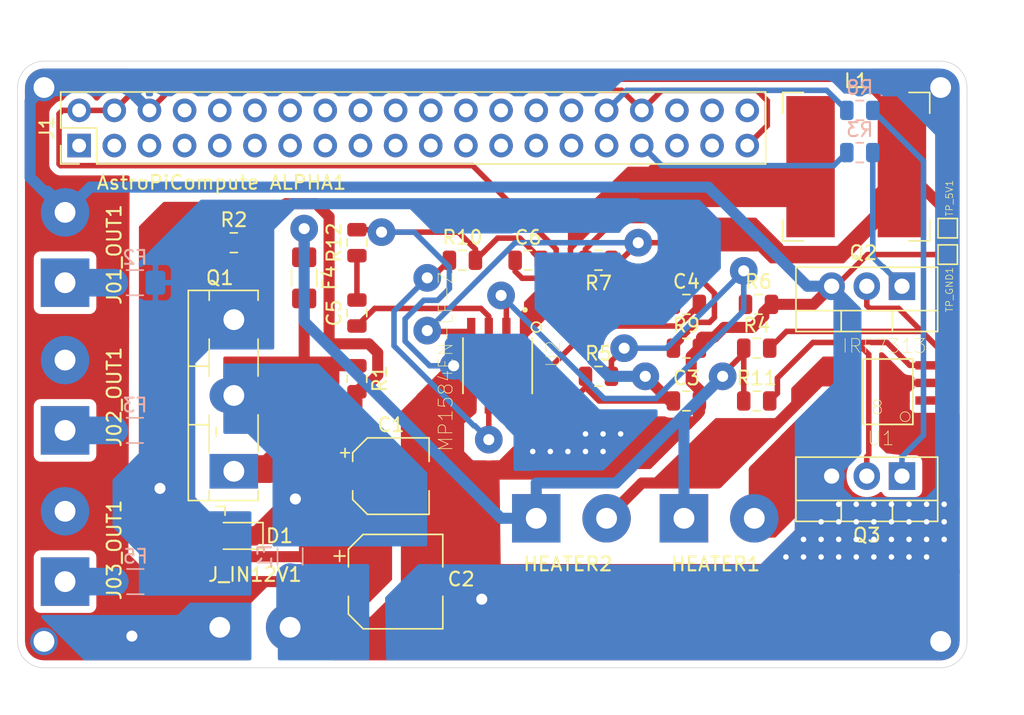
<source format=kicad_pcb>
(kicad_pcb (version 20171130) (host pcbnew 5.1.4+dfsg1-1)

  (general
    (thickness 1.6)
    (drawings 19)
    (tracks 391)
    (zones 0)
    (modules 39)
    (nets 59)
  )

  (page A4)
  (layers
    (0 F.Cu signal)
    (31 B.Cu signal)
    (32 B.Adhes user)
    (33 F.Adhes user)
    (34 B.Paste user)
    (35 F.Paste user)
    (36 B.SilkS user)
    (37 F.SilkS user)
    (38 B.Mask user)
    (39 F.Mask user)
    (40 Dwgs.User user)
    (41 Cmts.User user)
    (42 Eco1.User user)
    (43 Eco2.User user)
    (44 Edge.Cuts user)
    (45 Margin user)
    (46 B.CrtYd user)
    (47 F.CrtYd user)
    (48 B.Fab user)
    (49 F.Fab user)
  )

  (setup
    (last_trace_width 0.25)
    (user_trace_width 0.4)
    (user_trace_width 0.8)
    (user_trace_width 2)
    (user_trace_width 4)
    (trace_clearance 0.4)
    (zone_clearance 0.508)
    (zone_45_only yes)
    (trace_min 0.2)
    (via_size 0.8)
    (via_drill 0.4)
    (via_min_size 0.4)
    (via_min_drill 0.3)
    (user_via 2 0.8)
    (user_via 2 1.5)
    (uvia_size 0.3)
    (uvia_drill 0.1)
    (uvias_allowed no)
    (uvia_min_size 0.2)
    (uvia_min_drill 0.1)
    (edge_width 0.05)
    (segment_width 0.2)
    (pcb_text_width 0.3)
    (pcb_text_size 1.5 1.5)
    (mod_edge_width 0.12)
    (mod_text_size 1 1)
    (mod_text_width 0.15)
    (pad_size 1.425 1.75)
    (pad_drill 0)
    (pad_to_mask_clearance 0.051)
    (solder_mask_min_width 0.25)
    (aux_axis_origin 0 0)
    (visible_elements 7FFFFFFF)
    (pcbplotparams
      (layerselection 0x010fc_ffffffff)
      (usegerberextensions false)
      (usegerberattributes false)
      (usegerberadvancedattributes false)
      (creategerberjobfile false)
      (excludeedgelayer true)
      (linewidth 0.100000)
      (plotframeref false)
      (viasonmask false)
      (mode 1)
      (useauxorigin false)
      (hpglpennumber 1)
      (hpglpenspeed 20)
      (hpglpendiameter 15.000000)
      (psnegative false)
      (psa4output false)
      (plotreference true)
      (plotvalue true)
      (plotinvisibletext false)
      (padsonsilk false)
      (subtractmaskfromsilk false)
      (outputformat 1)
      (mirror false)
      (drillshape 0)
      (scaleselection 1)
      (outputdirectory "Gerbers/"))
  )

  (net 0 "")
  (net 1 "Net-(C1-Pad1)")
  (net 2 GND)
  (net 3 "Net-(C4-Pad2)")
  (net 4 "Net-(C5-Pad2)")
  (net 5 "Net-(C5-Pad1)")
  (net 6 +5V)
  (net 7 IN_12V)
  (net 8 "Net-(F2-Pad2)")
  (net 9 "Net-(F3-Pad2)")
  (net 10 "Net-(F4-Pad1)")
  (net 11 "Net-(F5-Pad2)")
  (net 12 "Net-(HEATER1-Pad2)")
  (net 13 "Net-(HEATER2-Pad2)")
  (net 14 "Net-(J1-Pad1)")
  (net 15 "Net-(J1-Pad3)")
  (net 16 "Net-(J1-Pad5)")
  (net 17 "Net-(J1-Pad7)")
  (net 18 "Net-(J1-Pad9)")
  (net 19 "Net-(J1-Pad11)")
  (net 20 "Net-(J1-Pad13)")
  (net 21 "Net-(J1-Pad15)")
  (net 22 "Net-(J1-Pad17)")
  (net 23 "Net-(J1-Pad19)")
  (net 24 "Net-(J1-Pad21)")
  (net 25 "Net-(J1-Pad23)")
  (net 26 "Net-(J1-Pad25)")
  (net 27 "Net-(J1-Pad27)")
  (net 28 "Net-(J1-Pad29)")
  (net 29 "Net-(J1-Pad31)")
  (net 30 GPIO_PWM02)
  (net 31 "Net-(J1-Pad35)")
  (net 32 "Net-(J1-Pad37)")
  (net 33 "Net-(J1-Pad8)")
  (net 34 "Net-(J1-Pad10)")
  (net 35 "Net-(J1-Pad12)")
  (net 36 "Net-(J1-Pad14)")
  (net 37 "Net-(J1-Pad16)")
  (net 38 "Net-(J1-Pad18)")
  (net 39 "Net-(J1-Pad20)")
  (net 40 "Net-(J1-Pad22)")
  (net 41 "Net-(J1-Pad24)")
  (net 42 "Net-(J1-Pad26)")
  (net 43 "Net-(J1-Pad28)")
  (net 44 "Net-(J1-Pad30)")
  (net 45 GPIO_PWM01)
  (net 46 "Net-(J1-Pad36)")
  (net 47 "Net-(J1-Pad38)")
  (net 48 "Net-(J1-Pad40)")
  (net 49 "Net-(Q2-Pad1)")
  (net 50 "Net-(Q2-Pad2)")
  (net 51 "Net-(Q3-Pad2)")
  (net 52 "Net-(Q3-Pad1)")
  (net 53 "Net-(R5-Pad2)")
  (net 54 "Net-(R7-Pad1)")
  (net 55 "Net-(R10-Pad1)")
  (net 56 FLT_12V)
  (net 57 "Net-(C4-Pad1)")
  (net 58 "Net-(F1-Pad2)")

  (net_class Default "This is the default net class."
    (clearance 0.4)
    (trace_width 0.25)
    (via_dia 0.8)
    (via_drill 0.4)
    (uvia_dia 0.3)
    (uvia_drill 0.1)
    (diff_pair_width 0.3)
    (diff_pair_gap 0.25)
    (add_net +5V)
    (add_net FLT_12V)
    (add_net GND)
    (add_net GPIO_PWM01)
    (add_net GPIO_PWM02)
    (add_net IN_12V)
    (add_net "Net-(C1-Pad1)")
    (add_net "Net-(C4-Pad1)")
    (add_net "Net-(C4-Pad2)")
    (add_net "Net-(C5-Pad1)")
    (add_net "Net-(C5-Pad2)")
    (add_net "Net-(F1-Pad2)")
    (add_net "Net-(F2-Pad2)")
    (add_net "Net-(F3-Pad2)")
    (add_net "Net-(F4-Pad1)")
    (add_net "Net-(F5-Pad2)")
    (add_net "Net-(HEATER1-Pad2)")
    (add_net "Net-(HEATER2-Pad2)")
    (add_net "Net-(J1-Pad1)")
    (add_net "Net-(J1-Pad10)")
    (add_net "Net-(J1-Pad11)")
    (add_net "Net-(J1-Pad12)")
    (add_net "Net-(J1-Pad13)")
    (add_net "Net-(J1-Pad14)")
    (add_net "Net-(J1-Pad15)")
    (add_net "Net-(J1-Pad16)")
    (add_net "Net-(J1-Pad17)")
    (add_net "Net-(J1-Pad18)")
    (add_net "Net-(J1-Pad19)")
    (add_net "Net-(J1-Pad20)")
    (add_net "Net-(J1-Pad21)")
    (add_net "Net-(J1-Pad22)")
    (add_net "Net-(J1-Pad23)")
    (add_net "Net-(J1-Pad24)")
    (add_net "Net-(J1-Pad25)")
    (add_net "Net-(J1-Pad26)")
    (add_net "Net-(J1-Pad27)")
    (add_net "Net-(J1-Pad28)")
    (add_net "Net-(J1-Pad29)")
    (add_net "Net-(J1-Pad3)")
    (add_net "Net-(J1-Pad30)")
    (add_net "Net-(J1-Pad31)")
    (add_net "Net-(J1-Pad35)")
    (add_net "Net-(J1-Pad36)")
    (add_net "Net-(J1-Pad37)")
    (add_net "Net-(J1-Pad38)")
    (add_net "Net-(J1-Pad40)")
    (add_net "Net-(J1-Pad5)")
    (add_net "Net-(J1-Pad7)")
    (add_net "Net-(J1-Pad8)")
    (add_net "Net-(J1-Pad9)")
    (add_net "Net-(Q2-Pad1)")
    (add_net "Net-(Q2-Pad2)")
    (add_net "Net-(Q3-Pad1)")
    (add_net "Net-(Q3-Pad2)")
    (add_net "Net-(R10-Pad1)")
    (add_net "Net-(R5-Pad2)")
    (add_net "Net-(R7-Pad1)")
  )

  (net_class POWER ""
    (clearance 0.4)
    (trace_width 0.4)
    (via_dia 0.8)
    (via_drill 0.4)
    (uvia_dia 0.3)
    (uvia_drill 0.1)
    (diff_pair_width 0.3)
    (diff_pair_gap 0.25)
  )

  (module Connector_Wire:SolderWirePad_1x02_P5.08mm_Drill1.5mm (layer F.Cu) (tedit 5AEE5F19) (tstamp 5DFAFAB3)
    (at 12.7 40.894)
    (descr "Wire solder connection")
    (tags connector)
    (path /5D594266)
    (attr virtual)
    (fp_text reference J_IN12V1 (at 2.54 -3.81) (layer F.SilkS)
      (effects (font (size 1 1) (thickness 0.15)))
    )
    (fp_text value 12V (at -3.81 -1.524) (layer F.Fab)
      (effects (font (size 1 1) (thickness 0.15)))
    )
    (fp_line (start 7.33 2.25) (end -2.25 2.25) (layer F.CrtYd) (width 0.05))
    (fp_line (start 7.33 2.25) (end 7.33 -2.25) (layer F.CrtYd) (width 0.05))
    (fp_line (start -2.25 -2.25) (end -2.25 2.25) (layer F.CrtYd) (width 0.05))
    (fp_line (start -2.25 -2.25) (end 7.33 -2.25) (layer F.CrtYd) (width 0.05))
    (fp_text user %R (at 2.54 0) (layer F.Fab)
      (effects (font (size 1 1) (thickness 0.15)))
    )
    (pad 2 thru_hole circle (at 5.08 0) (size 3.50012 3.50012) (drill 1.50114) (layers *.Cu *.Mask)
      (net 58 "Net-(F1-Pad2)"))
    (pad 1 thru_hole rect (at 0 0) (size 3.50012 3.50012) (drill 1.50114) (layers *.Cu *.Mask)
      (net 2 GND))
  )

  (module Fuse:Fuse_1206_3216Metric_Pad1.42x1.75mm_HandSolder (layer B.Cu) (tedit 5E3289B4) (tstamp 5DFAF9BC)
    (at 6.5675 26.67 180)
    (descr "Fuse SMD 1206 (3216 Metric), square (rectangular) end terminal, IPC_7351 nominal with elongated pad for handsoldering. (Body size source: http://www.tortai-tech.com/upload/download/2011102023233369053.pdf), generated with kicad-footprint-generator")
    (tags "resistor handsolder")
    (path /5D59EFA2)
    (attr smd)
    (fp_text reference F3 (at 0 1.82 180) (layer B.SilkS)
      (effects (font (size 1 1) (thickness 0.15)) (justify mirror))
    )
    (fp_text value "Fuse 2A" (at 0 -1.82 180) (layer B.Fab)
      (effects (font (size 1 1) (thickness 0.15)) (justify mirror))
    )
    (fp_line (start -1.6 -0.8) (end -1.6 0.8) (layer B.Fab) (width 0.1))
    (fp_line (start -1.6 0.8) (end 1.6 0.8) (layer B.Fab) (width 0.1))
    (fp_line (start 1.6 0.8) (end 1.6 -0.8) (layer B.Fab) (width 0.1))
    (fp_line (start 1.6 -0.8) (end -1.6 -0.8) (layer B.Fab) (width 0.1))
    (fp_line (start -0.602064 0.91) (end 0.602064 0.91) (layer B.SilkS) (width 0.12))
    (fp_line (start -0.602064 -0.91) (end 0.602064 -0.91) (layer B.SilkS) (width 0.12))
    (fp_line (start -2.45 -1.12) (end -2.45 1.12) (layer B.CrtYd) (width 0.05))
    (fp_line (start -2.45 1.12) (end 2.45 1.12) (layer B.CrtYd) (width 0.05))
    (fp_line (start 2.45 1.12) (end 2.45 -1.12) (layer B.CrtYd) (width 0.05))
    (fp_line (start 2.45 -1.12) (end -2.45 -1.12) (layer B.CrtYd) (width 0.05))
    (fp_text user %R (at 0 0 180) (layer B.Fab)
      (effects (font (size 0.8 0.8) (thickness 0.12)) (justify mirror))
    )
    (pad 1 smd roundrect (at -1.4875 0 180) (size 1.425 1.75) (layers B.Cu B.Paste B.Mask) (roundrect_rratio 0.175)
      (net 56 FLT_12V) (clearance 1))
    (pad 2 smd roundrect (at 1.4875 0 180) (size 1.425 1.75) (layers B.Cu B.Paste B.Mask) (roundrect_rratio 0.175)
      (net 9 "Net-(F3-Pad2)") (clearance 1))
    (model ${KISYS3DMOD}/Fuse.3dshapes/Fuse_1206_3216Metric.wrl
      (at (xyz 0 0 0))
      (scale (xyz 1 1 1))
      (rotate (xyz 0 0 0))
    )
  )

  (module Connector_Wire:SolderWirePad_1x02_P5.08mm_Drill1.5mm (layer F.Cu) (tedit 5AEE5F19) (tstamp 5DFAFAA8)
    (at 1.524 37.592 90)
    (descr "Wire solder connection")
    (tags connector)
    (path /5D59DE5E)
    (attr virtual)
    (fp_text reference J03_OUT1 (at 2.286 3.556 90) (layer F.SilkS)
      (effects (font (size 1 1) (thickness 0.15)))
    )
    (fp_text value 12V (at 2.54 3.81 90) (layer F.Fab)
      (effects (font (size 1 1) (thickness 0.15)))
    )
    (fp_line (start 7.33 2.25) (end -2.25 2.25) (layer F.CrtYd) (width 0.05))
    (fp_line (start 7.33 2.25) (end 7.33 -2.25) (layer F.CrtYd) (width 0.05))
    (fp_line (start -2.25 -2.25) (end -2.25 2.25) (layer F.CrtYd) (width 0.05))
    (fp_line (start -2.25 -2.25) (end 7.33 -2.25) (layer F.CrtYd) (width 0.05))
    (fp_text user %R (at 2.54 0 90) (layer F.Fab)
      (effects (font (size 1 1) (thickness 0.15)))
    )
    (pad 2 thru_hole circle (at 5.08 0 90) (size 3.50012 3.50012) (drill 1.50114) (layers *.Cu *.Mask)
      (net 2 GND))
    (pad 1 thru_hole rect (at 0 0 90) (size 3.50012 3.50012) (drill 1.50114) (layers *.Cu *.Mask)
      (net 11 "Net-(F5-Pad2)"))
  )

  (module Connector_Wire:SolderWirePad_1x02_P5.08mm_Drill1.5mm (layer F.Cu) (tedit 5AEE5F19) (tstamp 5DFAFA9D)
    (at 1.524 26.67 90)
    (descr "Wire solder connection")
    (tags connector)
    (path /5D59CB86)
    (attr virtual)
    (fp_text reference J02_OUT1 (at 2.413 3.556 90) (layer F.SilkS)
      (effects (font (size 1 1) (thickness 0.15)))
    )
    (fp_text value 12V (at 2.54 3.81 90) (layer F.Fab)
      (effects (font (size 1 1) (thickness 0.15)))
    )
    (fp_line (start 7.33 2.25) (end -2.25 2.25) (layer F.CrtYd) (width 0.05))
    (fp_line (start 7.33 2.25) (end 7.33 -2.25) (layer F.CrtYd) (width 0.05))
    (fp_line (start -2.25 -2.25) (end -2.25 2.25) (layer F.CrtYd) (width 0.05))
    (fp_line (start -2.25 -2.25) (end 7.33 -2.25) (layer F.CrtYd) (width 0.05))
    (fp_text user %R (at 2.54 0 90) (layer F.Fab)
      (effects (font (size 1 1) (thickness 0.15)))
    )
    (pad 2 thru_hole circle (at 5.08 0 90) (size 3.50012 3.50012) (drill 1.50114) (layers *.Cu *.Mask)
      (net 2 GND))
    (pad 1 thru_hole rect (at 0 0 90) (size 3.50012 3.50012) (drill 1.50114) (layers *.Cu *.Mask)
      (net 9 "Net-(F3-Pad2)"))
  )

  (module Connector_Wire:SolderWirePad_1x02_P5.08mm_Drill1.5mm (layer F.Cu) (tedit 5AEE5F19) (tstamp 5DFAFA92)
    (at 1.524 16.002 90)
    (descr "Wire solder connection")
    (tags connector)
    (path /5D59BD6E)
    (attr virtual)
    (fp_text reference J01_OUT1 (at 2.032 3.556 90) (layer F.SilkS)
      (effects (font (size 1 1) (thickness 0.15)))
    )
    (fp_text value 12V (at 2.54 3.81 90) (layer F.Fab)
      (effects (font (size 1 1) (thickness 0.15)))
    )
    (fp_line (start 7.33 2.25) (end -2.25 2.25) (layer F.CrtYd) (width 0.05))
    (fp_line (start 7.33 2.25) (end 7.33 -2.25) (layer F.CrtYd) (width 0.05))
    (fp_line (start -2.25 -2.25) (end -2.25 2.25) (layer F.CrtYd) (width 0.05))
    (fp_line (start -2.25 -2.25) (end 7.33 -2.25) (layer F.CrtYd) (width 0.05))
    (fp_text user %R (at 2.54 0 90) (layer F.Fab)
      (effects (font (size 1 1) (thickness 0.15)))
    )
    (pad 2 thru_hole circle (at 5.08 0 90) (size 3.50012 3.50012) (drill 1.50114) (layers *.Cu *.Mask)
      (net 2 GND))
    (pad 1 thru_hole rect (at 0 0 90) (size 3.50012 3.50012) (drill 1.50114) (layers *.Cu *.Mask)
      (net 8 "Net-(F2-Pad2)"))
  )

  (module TestPoint:TestPoint_Pad_1.0x1.0mm (layer F.Cu) (tedit 5A0F774F) (tstamp 5E32D1BE)
    (at 65.278 13.97)
    (descr "SMD rectangular pad as test Point, square 1.0mm side length")
    (tags "test point SMD pad rectangle square")
    (path /5E36BED7)
    (attr virtual)
    (fp_text reference TP_GND1 (at 0.127 2.54 90) (layer F.SilkS)
      (effects (font (size 0.5 0.5) (thickness 0.05)))
    )
    (fp_text value TestPoint_Flag (at 0 1.55) (layer F.Fab)
      (effects (font (size 1 1) (thickness 0.15)))
    )
    (fp_line (start 1 1) (end -1 1) (layer F.CrtYd) (width 0.05))
    (fp_line (start 1 1) (end 1 -1) (layer F.CrtYd) (width 0.05))
    (fp_line (start -1 -1) (end -1 1) (layer F.CrtYd) (width 0.05))
    (fp_line (start -1 -1) (end 1 -1) (layer F.CrtYd) (width 0.05))
    (fp_line (start -0.7 0.7) (end -0.7 -0.7) (layer F.SilkS) (width 0.12))
    (fp_line (start 0.7 0.7) (end -0.7 0.7) (layer F.SilkS) (width 0.12))
    (fp_line (start 0.7 -0.7) (end 0.7 0.7) (layer F.SilkS) (width 0.12))
    (fp_line (start -0.7 -0.7) (end 0.7 -0.7) (layer F.SilkS) (width 0.12))
    (fp_text user %R (at 0 -1.45) (layer F.Fab)
      (effects (font (size 1 1) (thickness 0.15)))
    )
    (pad 1 smd rect (at 0 0) (size 1 1) (layers F.Cu F.Mask)
      (net 2 GND))
  )

  (module TestPoint:TestPoint_Pad_1.0x1.0mm (layer F.Cu) (tedit 5A0F774F) (tstamp 5E32A7BD)
    (at 65.278 12.065)
    (descr "SMD rectangular pad as test Point, square 1.0mm side length")
    (tags "test point SMD pad rectangle square")
    (path /5E35CCBD)
    (attr virtual)
    (fp_text reference TP_5V1 (at 0.127 -2.159 90) (layer F.SilkS)
      (effects (font (size 0.5 0.5) (thickness 0.05)))
    )
    (fp_text value TestPoint_Flag (at 0 1.55) (layer F.Fab)
      (effects (font (size 1 1) (thickness 0.15)))
    )
    (fp_line (start 1 1) (end -1 1) (layer F.CrtYd) (width 0.05))
    (fp_line (start 1 1) (end 1 -1) (layer F.CrtYd) (width 0.05))
    (fp_line (start -1 -1) (end -1 1) (layer F.CrtYd) (width 0.05))
    (fp_line (start -1 -1) (end 1 -1) (layer F.CrtYd) (width 0.05))
    (fp_line (start -0.7 0.7) (end -0.7 -0.7) (layer F.SilkS) (width 0.12))
    (fp_line (start 0.7 0.7) (end -0.7 0.7) (layer F.SilkS) (width 0.12))
    (fp_line (start 0.7 -0.7) (end 0.7 0.7) (layer F.SilkS) (width 0.12))
    (fp_line (start -0.7 -0.7) (end 0.7 -0.7) (layer F.SilkS) (width 0.12))
    (fp_text user %R (at 0 -1.45) (layer F.Fab)
      (effects (font (size 1 1) (thickness 0.15)))
    )
    (pad 1 smd rect (at 0 0) (size 1 1) (layers F.Cu F.Mask)
      (net 6 +5V))
  )

  (module Package_TO_SOT_THT:TO-218-3_Vertical (layer F.Cu) (tedit 5ACBC81F) (tstamp 5DFAFAEA)
    (at 13.716 29.622 90)
    (descr "TO-218-3, Vertical, RM 5.475mm, SOT-93, see https://www.vishay.com/docs/95214/fto218.pdf")
    (tags "TO-218-3 Vertical RM 5.475mm SOT-93")
    (path /5D700A41)
    (fp_text reference Q1 (at 13.97 -1.016 180) (layer F.SilkS)
      (effects (font (size 1 1) (thickness 0.15)))
    )
    (fp_text value TIP3055 (at 5.475 3 90) (layer F.Fab)
      (effects (font (size 1 1) (thickness 0.15)))
    )
    (fp_line (start -1.995 -3.17) (end -1.995 1.63) (layer F.Fab) (width 0.1))
    (fp_line (start -1.995 1.63) (end 12.945 1.63) (layer F.Fab) (width 0.1))
    (fp_line (start 12.945 1.63) (end 12.945 -3.17) (layer F.Fab) (width 0.1))
    (fp_line (start 12.945 -3.17) (end -1.995 -3.17) (layer F.Fab) (width 0.1))
    (fp_line (start -1.995 -1.9) (end 12.945 -1.9) (layer F.Fab) (width 0.1))
    (fp_line (start 3.36 -3.17) (end 3.36 -1.9) (layer F.Fab) (width 0.1))
    (fp_line (start 7.59 -3.17) (end 7.59 -1.9) (layer F.Fab) (width 0.1))
    (fp_line (start -2.115 -3.29) (end 13.065 -3.29) (layer F.SilkS) (width 0.12))
    (fp_line (start -2.115 1.75) (end -1.4 1.75) (layer F.SilkS) (width 0.12))
    (fp_line (start 1.4 1.75) (end 4.075 1.75) (layer F.SilkS) (width 0.12))
    (fp_line (start 6.875 1.75) (end 9.55 1.75) (layer F.SilkS) (width 0.12))
    (fp_line (start 12.35 1.75) (end 13.065 1.75) (layer F.SilkS) (width 0.12))
    (fp_line (start -2.115 -3.29) (end -2.115 1.75) (layer F.SilkS) (width 0.12))
    (fp_line (start 13.065 -3.29) (end 13.065 1.75) (layer F.SilkS) (width 0.12))
    (fp_line (start -2.115 -1.78) (end -1.4 -1.78) (layer F.SilkS) (width 0.12))
    (fp_line (start 1.4 -1.78) (end 4.075 -1.78) (layer F.SilkS) (width 0.12))
    (fp_line (start 6.875 -1.78) (end 9.55 -1.78) (layer F.SilkS) (width 0.12))
    (fp_line (start 12.35 -1.78) (end 13.065 -1.78) (layer F.SilkS) (width 0.12))
    (fp_line (start 3.36 -3.29) (end 3.36 -1.78) (layer F.SilkS) (width 0.12))
    (fp_line (start 7.59 -3.29) (end 7.59 -1.78) (layer F.SilkS) (width 0.12))
    (fp_line (start -2.25 -3.42) (end -2.25 2) (layer F.CrtYd) (width 0.05))
    (fp_line (start -2.25 2) (end 13.2 2) (layer F.CrtYd) (width 0.05))
    (fp_line (start 13.2 2) (end 13.2 -3.42) (layer F.CrtYd) (width 0.05))
    (fp_line (start 13.2 -3.42) (end -2.25 -3.42) (layer F.CrtYd) (width 0.05))
    (fp_text user %R (at 5.475 -4.29 90) (layer F.Fab)
      (effects (font (size 1 1) (thickness 0.15)))
    )
    (pad 1 thru_hole rect (at 0 0 90) (size 2.5 3.5) (drill 1.5) (layers *.Cu *.Mask)
      (net 1 "Net-(C1-Pad1)"))
    (pad 2 thru_hole oval (at 5.475 0 90) (size 2.5 3.5) (drill 1.5) (layers *.Cu *.Mask)
      (net 7 IN_12V))
    (pad 3 thru_hole oval (at 10.95 0 90) (size 2.5 3.5) (drill 1.5) (layers *.Cu *.Mask)
      (net 56 FLT_12V))
    (model ${KISYS3DMOD}/Package_TO_SOT_THT.3dshapes/TO-218-3_Vertical.wrl
      (at (xyz 0 0 0))
      (scale (xyz 1 1 1))
      (rotate (xyz 0 0 0))
    )
  )

  (module Inductor_SMD:L_Bourns-SRN1060 (layer F.Cu) (tedit 5A5CBB4E) (tstamp 5DFAFACA)
    (at 58.672 7.62)
    (descr "Bourns SRN1060 series SMD inductor https://www.bourns.com/docs/Product-Datasheets/SRN1060.pdf")
    (tags "Bourns SRN1060 SMD inductor")
    (path /5D725D21)
    (attr smd)
    (fp_text reference L1 (at 0 -6.2) (layer F.SilkS)
      (effects (font (size 1 1) (thickness 0.15)))
    )
    (fp_text value INDUCTOR (at 0 6.2) (layer F.Fab)
      (effects (font (size 1 1) (thickness 0.15)))
    )
    (fp_line (start -5.3 5.35) (end 5.3 5.35) (layer F.CrtYd) (width 0.05))
    (fp_text user %R (at 0 0) (layer F.Fab)
      (effects (font (size 1 1) (thickness 0.15)))
    )
    (fp_line (start -4.9 5) (end 4.9 5) (layer F.Fab) (width 0.1))
    (fp_line (start -4.9 -5) (end 4.9 -5) (layer F.Fab) (width 0.1))
    (fp_line (start -5.31 -5.36) (end -5.31 -3.86) (layer F.SilkS) (width 0.12))
    (fp_line (start -5.31 -5.36) (end -3.81 -5.36) (layer F.SilkS) (width 0.12))
    (fp_line (start -4.9 -5) (end -4.9 5) (layer F.Fab) (width 0.1))
    (fp_line (start 4.9 -5) (end 4.9 5) (layer F.Fab) (width 0.1))
    (fp_line (start 5.31 -5.36) (end 3.81 -5.36) (layer F.SilkS) (width 0.12))
    (fp_line (start 5.31 -5.36) (end 5.31 -3.86) (layer F.SilkS) (width 0.12))
    (fp_line (start 5.31 5.36) (end 5.31 3.86) (layer F.SilkS) (width 0.12))
    (fp_line (start -5.31 5.36) (end -5.31 3.86) (layer F.SilkS) (width 0.12))
    (fp_line (start 5.31 5.36) (end 3.81 5.36) (layer F.SilkS) (width 0.12))
    (fp_line (start -5.31 5.36) (end -3.81 5.36) (layer F.SilkS) (width 0.12))
    (fp_line (start -5.3 -5.35) (end -5.3 5.35) (layer F.CrtYd) (width 0.05))
    (fp_line (start 5.3 -5.35) (end 5.3 5.35) (layer F.CrtYd) (width 0.05))
    (fp_line (start -5.3 -5.35) (end 5.3 -5.35) (layer F.CrtYd) (width 0.05))
    (pad 1 smd rect (at -3.3 0) (size 3.5 10.2) (layers F.Cu F.Paste F.Mask)
      (net 57 "Net-(C4-Pad1)"))
    (pad 2 smd rect (at 3.3 0) (size 3.5 10.2) (layers F.Cu F.Paste F.Mask)
      (net 6 +5V))
    (model ${KISYS3DMOD}/Inductor_SMD.3dshapes/L_Bourns-SRN1060.wrl
      (at (xyz 0 0 0))
      (scale (xyz 1 1 1))
      (rotate (xyz 0 0 0))
    )
  )

  (module Resistor_SMD:R_0805_2012Metric (layer B.Cu) (tedit 5B36C52B) (tstamp 5DFAFB51)
    (at 58.928 6.604 180)
    (descr "Resistor SMD 0805 (2012 Metric), square (rectangular) end terminal, IPC_7351 nominal, (Body size source: https://docs.google.com/spreadsheets/d/1BsfQQcO9C6DZCsRaXUlFlo91Tg2WpOkGARC1WS5S8t0/edit?usp=sharing), generated with kicad-footprint-generator")
    (tags resistor)
    (path /5D625478)
    (attr smd)
    (fp_text reference R3 (at 0 1.65) (layer B.SilkS)
      (effects (font (size 1 1) (thickness 0.15)) (justify mirror))
    )
    (fp_text value 1k (at 0 -1.65) (layer B.Fab)
      (effects (font (size 1 1) (thickness 0.15)) (justify mirror))
    )
    (fp_line (start -1 -0.6) (end -1 0.6) (layer B.Fab) (width 0.1))
    (fp_line (start -1 0.6) (end 1 0.6) (layer B.Fab) (width 0.1))
    (fp_line (start 1 0.6) (end 1 -0.6) (layer B.Fab) (width 0.1))
    (fp_line (start 1 -0.6) (end -1 -0.6) (layer B.Fab) (width 0.1))
    (fp_line (start -0.258578 0.71) (end 0.258578 0.71) (layer B.SilkS) (width 0.12))
    (fp_line (start -0.258578 -0.71) (end 0.258578 -0.71) (layer B.SilkS) (width 0.12))
    (fp_line (start -1.68 -0.95) (end -1.68 0.95) (layer B.CrtYd) (width 0.05))
    (fp_line (start -1.68 0.95) (end 1.68 0.95) (layer B.CrtYd) (width 0.05))
    (fp_line (start 1.68 0.95) (end 1.68 -0.95) (layer B.CrtYd) (width 0.05))
    (fp_line (start 1.68 -0.95) (end -1.68 -0.95) (layer B.CrtYd) (width 0.05))
    (fp_text user %R (at 0 0) (layer B.Fab)
      (effects (font (size 0.5 0.5) (thickness 0.08)) (justify mirror))
    )
    (pad 1 smd roundrect (at -0.9375 0 180) (size 0.975 1.4) (layers B.Cu B.Paste B.Mask) (roundrect_rratio 0.25)
      (net 49 "Net-(Q2-Pad1)"))
    (pad 2 smd roundrect (at 0.9375 0 180) (size 0.975 1.4) (layers B.Cu B.Paste B.Mask) (roundrect_rratio 0.25)
      (net 30 GPIO_PWM02))
    (model ${KISYS3DMOD}/Resistor_SMD.3dshapes/R_0805_2012Metric.wrl
      (at (xyz 0 0 0))
      (scale (xyz 1 1 1))
      (rotate (xyz 0 0 0))
    )
  )

  (module Resistor_SMD:R_0805_2012Metric (layer B.Cu) (tedit 5B36C52B) (tstamp 5DFAFBA6)
    (at 58.928 3.556 180)
    (descr "Resistor SMD 0805 (2012 Metric), square (rectangular) end terminal, IPC_7351 nominal, (Body size source: https://docs.google.com/spreadsheets/d/1BsfQQcO9C6DZCsRaXUlFlo91Tg2WpOkGARC1WS5S8t0/edit?usp=sharing), generated with kicad-footprint-generator")
    (tags resistor)
    (path /5D66A426)
    (attr smd)
    (fp_text reference R8 (at 0 1.65) (layer B.SilkS)
      (effects (font (size 1 1) (thickness 0.15)) (justify mirror))
    )
    (fp_text value 1k (at 0 -1.65) (layer B.Fab)
      (effects (font (size 1 1) (thickness 0.15)) (justify mirror))
    )
    (fp_line (start -1 -0.6) (end -1 0.6) (layer B.Fab) (width 0.1))
    (fp_line (start -1 0.6) (end 1 0.6) (layer B.Fab) (width 0.1))
    (fp_line (start 1 0.6) (end 1 -0.6) (layer B.Fab) (width 0.1))
    (fp_line (start 1 -0.6) (end -1 -0.6) (layer B.Fab) (width 0.1))
    (fp_line (start -0.258578 0.71) (end 0.258578 0.71) (layer B.SilkS) (width 0.12))
    (fp_line (start -0.258578 -0.71) (end 0.258578 -0.71) (layer B.SilkS) (width 0.12))
    (fp_line (start -1.68 -0.95) (end -1.68 0.95) (layer B.CrtYd) (width 0.05))
    (fp_line (start -1.68 0.95) (end 1.68 0.95) (layer B.CrtYd) (width 0.05))
    (fp_line (start 1.68 0.95) (end 1.68 -0.95) (layer B.CrtYd) (width 0.05))
    (fp_line (start 1.68 -0.95) (end -1.68 -0.95) (layer B.CrtYd) (width 0.05))
    (fp_text user %R (at 0 0) (layer B.Fab)
      (effects (font (size 0.5 0.5) (thickness 0.08)) (justify mirror))
    )
    (pad 1 smd roundrect (at -0.9375 0 180) (size 0.975 1.4) (layers B.Cu B.Paste B.Mask) (roundrect_rratio 0.25)
      (net 52 "Net-(Q3-Pad1)"))
    (pad 2 smd roundrect (at 0.9375 0 180) (size 0.975 1.4) (layers B.Cu B.Paste B.Mask) (roundrect_rratio 0.25)
      (net 45 GPIO_PWM01))
    (model ${KISYS3DMOD}/Resistor_SMD.3dshapes/R_0805_2012Metric.wrl
      (at (xyz 0 0 0))
      (scale (xyz 1 1 1))
      (rotate (xyz 0 0 0))
    )
  )

  (module IRF7313:SO-8 (layer F.Cu) (tedit 0) (tstamp 5DFAFC04)
    (at 60.96 23.876 180)
    (descr "<b>SO 8 small outline</b>")
    (path /5D6476D4)
    (attr smd)
    (fp_text reference U1 (at 0.50865 -3.36982) (layer F.SilkS)
      (effects (font (size 1.00128 1.00128) (thickness 0.05)))
    )
    (fp_text value IRF7313 (at 0.254 3.302) (layer F.SilkS)
      (effects (font (size 1.00058 1.00058) (thickness 0.05)))
    )
    (fp_line (start -1.8034 -2.3622) (end -1.8034 2.3622) (layer F.SilkS) (width 0.127))
    (fp_line (start -1.8034 2.3622) (end 1.8034 2.3622) (layer F.SilkS) (width 0.127))
    (fp_line (start 1.8034 2.3622) (end 1.8034 -2.3622) (layer F.SilkS) (width 0.127))
    (fp_line (start 1.8034 -2.3622) (end -1.8034 -2.3622) (layer F.SilkS) (width 0.127))
    (fp_circle (center -1.2446 -1.8034) (end -0.889 -1.8034) (layer F.SilkS) (width 0.0508))
    (fp_text user 8 (at 0.762556 -1.14383) (layer F.SilkS)
      (effects (font (size 1 1) (thickness 0.05)))
    )
    (fp_poly (pts (xy -2.8741 -2.0828) (xy -1.8542 -2.0828) (xy -1.8542 -1.72954) (xy -2.8741 -1.72954)) (layer Eco2.User) (width 0))
    (fp_poly (pts (xy -2.87413 -0.8128) (xy -1.8542 -0.8128) (xy -1.8542 -0.457826) (xy -2.87413 -0.457826)) (layer Eco2.User) (width 0))
    (fp_poly (pts (xy -2.8753 0.4572) (xy -1.8542 0.4572) (xy -1.8542 0.814244) (xy -2.8753 0.814244)) (layer Eco2.User) (width 0))
    (fp_poly (pts (xy -2.87509 1.7272) (xy -1.8542 1.7272) (xy -1.8542 2.08635) (xy -2.87509 2.08635)) (layer Eco2.User) (width 0))
    (fp_poly (pts (xy 1.85441 -2.0828) (xy 2.8702 -2.0828) (xy 2.8702 -1.72739) (xy 1.85441 -1.72739)) (layer Eco2.User) (width 0))
    (fp_poly (pts (xy 1.8575 -0.8128) (xy 2.8702 -0.8128) (xy 2.8702 -0.458014) (xy 1.8575 -0.458014)) (layer Eco2.User) (width 0))
    (fp_poly (pts (xy 1.85551 0.4572) (xy 2.8702 0.4572) (xy 2.8702 0.813374) (xy 1.85551 0.813374)) (layer Eco2.User) (width 0))
    (fp_poly (pts (xy 1.85495 1.7272) (xy 2.8702 1.7272) (xy 2.8702 2.08364) (xy 1.85495 2.08364)) (layer Eco2.User) (width 0))
    (pad 1 smd rect (at -2.7432 -1.905 180) (size 1.524 0.6096) (layers F.Cu F.Paste F.Mask)
      (net 2 GND))
    (pad 8 smd rect (at 2.7432 -1.905 180) (size 1.524 0.6096) (layers F.Cu F.Paste F.Mask)
      (net 12 "Net-(HEATER1-Pad2)"))
    (pad 2 smd rect (at -2.7432 -0.635 180) (size 1.524 0.6096) (layers F.Cu F.Paste F.Mask)
      (net 50 "Net-(Q2-Pad2)"))
    (pad 3 smd rect (at -2.7432 0.635 180) (size 1.524 0.6096) (layers F.Cu F.Paste F.Mask)
      (net 2 GND))
    (pad 7 smd rect (at 2.7432 -0.635 180) (size 1.524 0.6096) (layers F.Cu F.Paste F.Mask)
      (net 12 "Net-(HEATER1-Pad2)"))
    (pad 6 smd rect (at 2.7432 0.635 180) (size 1.524 0.6096) (layers F.Cu F.Paste F.Mask)
      (net 13 "Net-(HEATER2-Pad2)"))
    (pad 4 smd rect (at -2.7432 1.905 180) (size 1.524 0.6096) (layers F.Cu F.Paste F.Mask)
      (net 51 "Net-(Q3-Pad2)"))
    (pad 5 smd rect (at 2.7432 1.905 180) (size 1.524 0.6096) (layers F.Cu F.Paste F.Mask)
      (net 13 "Net-(HEATER2-Pad2)"))
  )

  (module Capacitor_SMD:C_0805_2012Metric (layer F.Cu) (tedit 5B36C52B) (tstamp 5DFAF964)
    (at 22.606 18.192 90)
    (descr "Capacitor SMD 0805 (2012 Metric), square (rectangular) end terminal, IPC_7351 nominal, (Body size source: https://docs.google.com/spreadsheets/d/1BsfQQcO9C6DZCsRaXUlFlo91Tg2WpOkGARC1WS5S8t0/edit?usp=sharing), generated with kicad-footprint-generator")
    (tags capacitor)
    (path /5D73DB5F)
    (attr smd)
    (fp_text reference C5 (at 0 -1.65 90) (layer F.SilkS)
      (effects (font (size 1 1) (thickness 0.15)))
    )
    (fp_text value 150pF (at 0 1.65 90) (layer F.Fab)
      (effects (font (size 1 1) (thickness 0.15)))
    )
    (fp_text user %R (at 0 0 90) (layer F.Fab)
      (effects (font (size 0.5 0.5) (thickness 0.08)))
    )
    (fp_line (start 1.68 0.95) (end -1.68 0.95) (layer F.CrtYd) (width 0.05))
    (fp_line (start 1.68 -0.95) (end 1.68 0.95) (layer F.CrtYd) (width 0.05))
    (fp_line (start -1.68 -0.95) (end 1.68 -0.95) (layer F.CrtYd) (width 0.05))
    (fp_line (start -1.68 0.95) (end -1.68 -0.95) (layer F.CrtYd) (width 0.05))
    (fp_line (start -0.258578 0.71) (end 0.258578 0.71) (layer F.SilkS) (width 0.12))
    (fp_line (start -0.258578 -0.71) (end 0.258578 -0.71) (layer F.SilkS) (width 0.12))
    (fp_line (start 1 0.6) (end -1 0.6) (layer F.Fab) (width 0.1))
    (fp_line (start 1 -0.6) (end 1 0.6) (layer F.Fab) (width 0.1))
    (fp_line (start -1 -0.6) (end 1 -0.6) (layer F.Fab) (width 0.1))
    (fp_line (start -1 0.6) (end -1 -0.6) (layer F.Fab) (width 0.1))
    (pad 2 smd roundrect (at 0.9375 0 90) (size 0.975 1.4) (layers F.Cu F.Paste F.Mask) (roundrect_rratio 0.25)
      (net 4 "Net-(C5-Pad2)"))
    (pad 1 smd roundrect (at -0.9375 0 90) (size 0.975 1.4) (layers F.Cu F.Paste F.Mask) (roundrect_rratio 0.25)
      (net 5 "Net-(C5-Pad1)"))
    (model ${KISYS3DMOD}/Capacitor_SMD.3dshapes/C_0805_2012Metric.wrl
      (at (xyz 0 0 0))
      (scale (xyz 1 1 1))
      (rotate (xyz 0 0 0))
    )
  )

  (module Connector_PinHeader_2.54mm:PinHeader_2x20_P2.54mm_Vertical (layer F.Cu) (tedit 59FED5CC) (tstamp 5DFAFA87)
    (at 2.54 6.096 90)
    (descr "Through hole straight pin header, 2x20, 2.54mm pitch, double rows")
    (tags "Through hole pin header THT 2x20 2.54mm double row")
    (path /5D6F81C3/5D6FA2A6)
    (fp_text reference J1 (at 1.27 -2.33 90) (layer F.SilkS)
      (effects (font (size 1 1) (thickness 0.15)))
    )
    (fp_text value Connector-ML_RPi_GPIO (at 1.27 50.59 90) (layer F.Fab)
      (effects (font (size 1 1) (thickness 0.15)))
    )
    (fp_text user %R (at 1.27 24.13) (layer F.Fab)
      (effects (font (size 1 1) (thickness 0.15)))
    )
    (fp_line (start 4.35 -1.8) (end -1.8 -1.8) (layer F.CrtYd) (width 0.05))
    (fp_line (start 4.35 50.05) (end 4.35 -1.8) (layer F.CrtYd) (width 0.05))
    (fp_line (start -1.8 50.05) (end 4.35 50.05) (layer F.CrtYd) (width 0.05))
    (fp_line (start -1.8 -1.8) (end -1.8 50.05) (layer F.CrtYd) (width 0.05))
    (fp_line (start -1.33 -1.33) (end 0 -1.33) (layer F.SilkS) (width 0.12))
    (fp_line (start -1.33 0) (end -1.33 -1.33) (layer F.SilkS) (width 0.12))
    (fp_line (start 1.27 -1.33) (end 3.87 -1.33) (layer F.SilkS) (width 0.12))
    (fp_line (start 1.27 1.27) (end 1.27 -1.33) (layer F.SilkS) (width 0.12))
    (fp_line (start -1.33 1.27) (end 1.27 1.27) (layer F.SilkS) (width 0.12))
    (fp_line (start 3.87 -1.33) (end 3.87 49.59) (layer F.SilkS) (width 0.12))
    (fp_line (start -1.33 1.27) (end -1.33 49.59) (layer F.SilkS) (width 0.12))
    (fp_line (start -1.33 49.59) (end 3.87 49.59) (layer F.SilkS) (width 0.12))
    (fp_line (start -1.27 0) (end 0 -1.27) (layer F.Fab) (width 0.1))
    (fp_line (start -1.27 49.53) (end -1.27 0) (layer F.Fab) (width 0.1))
    (fp_line (start 3.81 49.53) (end -1.27 49.53) (layer F.Fab) (width 0.1))
    (fp_line (start 3.81 -1.27) (end 3.81 49.53) (layer F.Fab) (width 0.1))
    (fp_line (start 0 -1.27) (end 3.81 -1.27) (layer F.Fab) (width 0.1))
    (pad 40 thru_hole oval (at 2.54 48.26 90) (size 1.7 1.7) (drill 1) (layers *.Cu *.Mask)
      (net 48 "Net-(J1-Pad40)"))
    (pad 39 thru_hole oval (at 0 48.26 90) (size 1.7 1.7) (drill 1) (layers *.Cu *.Mask)
      (net 2 GND))
    (pad 38 thru_hole oval (at 2.54 45.72 90) (size 1.7 1.7) (drill 1) (layers *.Cu *.Mask)
      (net 47 "Net-(J1-Pad38)"))
    (pad 37 thru_hole oval (at 0 45.72 90) (size 1.7 1.7) (drill 1) (layers *.Cu *.Mask)
      (net 32 "Net-(J1-Pad37)"))
    (pad 36 thru_hole oval (at 2.54 43.18 90) (size 1.7 1.7) (drill 1) (layers *.Cu *.Mask)
      (net 46 "Net-(J1-Pad36)"))
    (pad 35 thru_hole oval (at 0 43.18 90) (size 1.7 1.7) (drill 1) (layers *.Cu *.Mask)
      (net 31 "Net-(J1-Pad35)"))
    (pad 34 thru_hole oval (at 2.54 40.64 90) (size 1.7 1.7) (drill 1) (layers *.Cu *.Mask)
      (net 2 GND))
    (pad 33 thru_hole oval (at 0 40.64 90) (size 1.7 1.7) (drill 1) (layers *.Cu *.Mask)
      (net 30 GPIO_PWM02))
    (pad 32 thru_hole oval (at 2.54 38.1 90) (size 1.7 1.7) (drill 1) (layers *.Cu *.Mask)
      (net 45 GPIO_PWM01))
    (pad 31 thru_hole oval (at 0 38.1 90) (size 1.7 1.7) (drill 1) (layers *.Cu *.Mask)
      (net 29 "Net-(J1-Pad31)"))
    (pad 30 thru_hole oval (at 2.54 35.56 90) (size 1.7 1.7) (drill 1) (layers *.Cu *.Mask)
      (net 44 "Net-(J1-Pad30)"))
    (pad 29 thru_hole oval (at 0 35.56 90) (size 1.7 1.7) (drill 1) (layers *.Cu *.Mask)
      (net 28 "Net-(J1-Pad29)"))
    (pad 28 thru_hole oval (at 2.54 33.02 90) (size 1.7 1.7) (drill 1) (layers *.Cu *.Mask)
      (net 43 "Net-(J1-Pad28)"))
    (pad 27 thru_hole oval (at 0 33.02 90) (size 1.7 1.7) (drill 1) (layers *.Cu *.Mask)
      (net 27 "Net-(J1-Pad27)"))
    (pad 26 thru_hole oval (at 2.54 30.48 90) (size 1.7 1.7) (drill 1) (layers *.Cu *.Mask)
      (net 42 "Net-(J1-Pad26)"))
    (pad 25 thru_hole oval (at 0 30.48 90) (size 1.7 1.7) (drill 1) (layers *.Cu *.Mask)
      (net 26 "Net-(J1-Pad25)"))
    (pad 24 thru_hole oval (at 2.54 27.94 90) (size 1.7 1.7) (drill 1) (layers *.Cu *.Mask)
      (net 41 "Net-(J1-Pad24)"))
    (pad 23 thru_hole oval (at 0 27.94 90) (size 1.7 1.7) (drill 1) (layers *.Cu *.Mask)
      (net 25 "Net-(J1-Pad23)"))
    (pad 22 thru_hole oval (at 2.54 25.4 90) (size 1.7 1.7) (drill 1) (layers *.Cu *.Mask)
      (net 40 "Net-(J1-Pad22)"))
    (pad 21 thru_hole oval (at 0 25.4 90) (size 1.7 1.7) (drill 1) (layers *.Cu *.Mask)
      (net 24 "Net-(J1-Pad21)"))
    (pad 20 thru_hole oval (at 2.54 22.86 90) (size 1.7 1.7) (drill 1) (layers *.Cu *.Mask)
      (net 39 "Net-(J1-Pad20)"))
    (pad 19 thru_hole oval (at 0 22.86 90) (size 1.7 1.7) (drill 1) (layers *.Cu *.Mask)
      (net 23 "Net-(J1-Pad19)"))
    (pad 18 thru_hole oval (at 2.54 20.32 90) (size 1.7 1.7) (drill 1) (layers *.Cu *.Mask)
      (net 38 "Net-(J1-Pad18)"))
    (pad 17 thru_hole oval (at 0 20.32 90) (size 1.7 1.7) (drill 1) (layers *.Cu *.Mask)
      (net 22 "Net-(J1-Pad17)"))
    (pad 16 thru_hole oval (at 2.54 17.78 90) (size 1.7 1.7) (drill 1) (layers *.Cu *.Mask)
      (net 37 "Net-(J1-Pad16)"))
    (pad 15 thru_hole oval (at 0 17.78 90) (size 1.7 1.7) (drill 1) (layers *.Cu *.Mask)
      (net 21 "Net-(J1-Pad15)"))
    (pad 14 thru_hole oval (at 2.54 15.24 90) (size 1.7 1.7) (drill 1) (layers *.Cu *.Mask)
      (net 36 "Net-(J1-Pad14)"))
    (pad 13 thru_hole oval (at 0 15.24 90) (size 1.7 1.7) (drill 1) (layers *.Cu *.Mask)
      (net 20 "Net-(J1-Pad13)"))
    (pad 12 thru_hole oval (at 2.54 12.7 90) (size 1.7 1.7) (drill 1) (layers *.Cu *.Mask)
      (net 35 "Net-(J1-Pad12)"))
    (pad 11 thru_hole oval (at 0 12.7 90) (size 1.7 1.7) (drill 1) (layers *.Cu *.Mask)
      (net 19 "Net-(J1-Pad11)"))
    (pad 10 thru_hole oval (at 2.54 10.16 90) (size 1.7 1.7) (drill 1) (layers *.Cu *.Mask)
      (net 34 "Net-(J1-Pad10)"))
    (pad 9 thru_hole oval (at 0 10.16 90) (size 1.7 1.7) (drill 1) (layers *.Cu *.Mask)
      (net 18 "Net-(J1-Pad9)"))
    (pad 8 thru_hole oval (at 2.54 7.62 90) (size 1.7 1.7) (drill 1) (layers *.Cu *.Mask)
      (net 33 "Net-(J1-Pad8)"))
    (pad 7 thru_hole oval (at 0 7.62 90) (size 1.7 1.7) (drill 1) (layers *.Cu *.Mask)
      (net 17 "Net-(J1-Pad7)"))
    (pad 6 thru_hole oval (at 2.54 5.08 90) (size 1.7 1.7) (drill 1) (layers *.Cu *.Mask)
      (net 2 GND))
    (pad 5 thru_hole oval (at 0 5.08 90) (size 1.7 1.7) (drill 1) (layers *.Cu *.Mask)
      (net 16 "Net-(J1-Pad5)"))
    (pad 4 thru_hole oval (at 2.54 2.54 90) (size 1.7 1.7) (drill 1) (layers *.Cu *.Mask)
      (net 6 +5V))
    (pad 3 thru_hole oval (at 0 2.54 90) (size 1.7 1.7) (drill 1) (layers *.Cu *.Mask)
      (net 15 "Net-(J1-Pad3)"))
    (pad 2 thru_hole oval (at 2.54 0 90) (size 1.7 1.7) (drill 1) (layers *.Cu *.Mask)
      (net 6 +5V))
    (pad 1 thru_hole rect (at 0 0 90) (size 1.7 1.7) (drill 1) (layers *.Cu *.Mask)
      (net 14 "Net-(J1-Pad1)"))
    (model ${KISYS3DMOD}/Connector_PinHeader_2.54mm.3dshapes/PinHeader_2x20_P2.54mm_Vertical.wrl
      (at (xyz 0 0 0))
      (scale (xyz 1 1 1))
      (rotate (xyz 0 0 0))
    )
  )

  (module Fuse:Fuse_1206_3216Metric_Pad1.42x1.75mm_HandSolder (layer F.Cu) (tedit 5B301BBE) (tstamp 5DFAF9D2)
    (at 18.796 15.652 270)
    (descr "Fuse SMD 1206 (3216 Metric), square (rectangular) end terminal, IPC_7351 nominal with elongated pad for handsoldering. (Body size source: http://www.tortai-tech.com/upload/download/2011102023233369053.pdf), generated with kicad-footprint-generator")
    (tags "resistor handsolder")
    (path /5D6AEE37)
    (attr smd)
    (fp_text reference F4 (at 0 -1.82 90) (layer F.SilkS)
      (effects (font (size 1 1) (thickness 0.15)))
    )
    (fp_text value "Fuse 6A" (at 0 1.82 90) (layer F.Fab)
      (effects (font (size 1 1) (thickness 0.15)))
    )
    (fp_text user %R (at 0 0 90) (layer F.Fab)
      (effects (font (size 0.8 0.8) (thickness 0.12)))
    )
    (fp_line (start 2.45 1.12) (end -2.45 1.12) (layer F.CrtYd) (width 0.05))
    (fp_line (start 2.45 -1.12) (end 2.45 1.12) (layer F.CrtYd) (width 0.05))
    (fp_line (start -2.45 -1.12) (end 2.45 -1.12) (layer F.CrtYd) (width 0.05))
    (fp_line (start -2.45 1.12) (end -2.45 -1.12) (layer F.CrtYd) (width 0.05))
    (fp_line (start -0.602064 0.91) (end 0.602064 0.91) (layer F.SilkS) (width 0.12))
    (fp_line (start -0.602064 -0.91) (end 0.602064 -0.91) (layer F.SilkS) (width 0.12))
    (fp_line (start 1.6 0.8) (end -1.6 0.8) (layer F.Fab) (width 0.1))
    (fp_line (start 1.6 -0.8) (end 1.6 0.8) (layer F.Fab) (width 0.1))
    (fp_line (start -1.6 -0.8) (end 1.6 -0.8) (layer F.Fab) (width 0.1))
    (fp_line (start -1.6 0.8) (end -1.6 -0.8) (layer F.Fab) (width 0.1))
    (pad 2 smd roundrect (at 1.4875 0 270) (size 1.425 1.75) (layers F.Cu F.Paste F.Mask) (roundrect_rratio 0.175439)
      (net 7 IN_12V))
    (pad 1 smd roundrect (at -1.4875 0 270) (size 1.425 1.75) (layers F.Cu F.Paste F.Mask) (roundrect_rratio 0.175439)
      (net 10 "Net-(F4-Pad1)"))
    (model ${KISYS3DMOD}/Fuse.3dshapes/Fuse_1206_3216Metric.wrl
      (at (xyz 0 0 0))
      (scale (xyz 1 1 1))
      (rotate (xyz 0 0 0))
    )
  )

  (module Fuse:Fuse_1206_3216Metric_Pad1.42x1.75mm_HandSolder (layer B.Cu) (tedit 5B301BBE) (tstamp 5DFAF99A)
    (at 17.78 35.7775 270)
    (descr "Fuse SMD 1206 (3216 Metric), square (rectangular) end terminal, IPC_7351 nominal with elongated pad for handsoldering. (Body size source: http://www.tortai-tech.com/upload/download/2011102023233369053.pdf), generated with kicad-footprint-generator")
    (tags "resistor handsolder")
    (path /5D59995C)
    (attr smd)
    (fp_text reference F1 (at 0 1.82 270) (layer B.SilkS)
      (effects (font (size 1 1) (thickness 0.15)) (justify mirror))
    )
    (fp_text value "Fuse 15A" (at 0 -1.82 270) (layer B.Fab)
      (effects (font (size 1 1) (thickness 0.15)) (justify mirror))
    )
    (fp_text user %R (at 0 0 270) (layer B.Fab)
      (effects (font (size 0.8 0.8) (thickness 0.12)) (justify mirror))
    )
    (fp_line (start 2.45 -1.12) (end -2.45 -1.12) (layer B.CrtYd) (width 0.05))
    (fp_line (start 2.45 1.12) (end 2.45 -1.12) (layer B.CrtYd) (width 0.05))
    (fp_line (start -2.45 1.12) (end 2.45 1.12) (layer B.CrtYd) (width 0.05))
    (fp_line (start -2.45 -1.12) (end -2.45 1.12) (layer B.CrtYd) (width 0.05))
    (fp_line (start -0.602064 -0.91) (end 0.602064 -0.91) (layer B.SilkS) (width 0.12))
    (fp_line (start -0.602064 0.91) (end 0.602064 0.91) (layer B.SilkS) (width 0.12))
    (fp_line (start 1.6 -0.8) (end -1.6 -0.8) (layer B.Fab) (width 0.1))
    (fp_line (start 1.6 0.8) (end 1.6 -0.8) (layer B.Fab) (width 0.1))
    (fp_line (start -1.6 0.8) (end 1.6 0.8) (layer B.Fab) (width 0.1))
    (fp_line (start -1.6 -0.8) (end -1.6 0.8) (layer B.Fab) (width 0.1))
    (pad 2 smd roundrect (at 1.4875 0 270) (size 1.425 1.75) (layers B.Cu B.Paste B.Mask) (roundrect_rratio 0.175439)
      (net 58 "Net-(F1-Pad2)"))
    (pad 1 smd roundrect (at -1.4875 0 270) (size 1.425 1.75) (layers B.Cu B.Paste B.Mask) (roundrect_rratio 0.175439)
      (net 7 IN_12V))
    (model ${KISYS3DMOD}/Fuse.3dshapes/Fuse_1206_3216Metric.wrl
      (at (xyz 0 0 0))
      (scale (xyz 1 1 1))
      (rotate (xyz 0 0 0))
    )
  )

  (module Fuse:Fuse_1206_3216Metric_Pad1.42x1.75mm_HandSolder (layer B.Cu) (tedit 5E3289C4) (tstamp 5DFAF9E3)
    (at 6.604 37.592 180)
    (descr "Fuse SMD 1206 (3216 Metric), square (rectangular) end terminal, IPC_7351 nominal with elongated pad for handsoldering. (Body size source: http://www.tortai-tech.com/upload/download/2011102023233369053.pdf), generated with kicad-footprint-generator")
    (tags "resistor handsolder")
    (path /5D59F976)
    (attr smd)
    (fp_text reference F5 (at 0 1.82 180) (layer B.SilkS)
      (effects (font (size 1 1) (thickness 0.15)) (justify mirror))
    )
    (fp_text value "Fuse 2A" (at 0 -1.82 180) (layer B.Fab)
      (effects (font (size 1 1) (thickness 0.15)) (justify mirror))
    )
    (fp_text user %R (at 0 0 180) (layer B.Fab)
      (effects (font (size 0.8 0.8) (thickness 0.12)) (justify mirror))
    )
    (fp_line (start 2.45 -1.12) (end -2.45 -1.12) (layer B.CrtYd) (width 0.05))
    (fp_line (start 2.45 1.12) (end 2.45 -1.12) (layer B.CrtYd) (width 0.05))
    (fp_line (start -2.45 1.12) (end 2.45 1.12) (layer B.CrtYd) (width 0.05))
    (fp_line (start -2.45 -1.12) (end -2.45 1.12) (layer B.CrtYd) (width 0.05))
    (fp_line (start -0.602064 -0.91) (end 0.602064 -0.91) (layer B.SilkS) (width 0.12))
    (fp_line (start -0.602064 0.91) (end 0.602064 0.91) (layer B.SilkS) (width 0.12))
    (fp_line (start 1.6 -0.8) (end -1.6 -0.8) (layer B.Fab) (width 0.1))
    (fp_line (start 1.6 0.8) (end 1.6 -0.8) (layer B.Fab) (width 0.1))
    (fp_line (start -1.6 0.8) (end 1.6 0.8) (layer B.Fab) (width 0.1))
    (fp_line (start -1.6 -0.8) (end -1.6 0.8) (layer B.Fab) (width 0.1))
    (pad 2 smd roundrect (at 1.4875 0 180) (size 1.425 1.75) (layers B.Cu B.Paste B.Mask) (roundrect_rratio 0.175)
      (net 11 "Net-(F5-Pad2)") (clearance 1))
    (pad 1 smd roundrect (at -1.4875 0 180) (size 1.425 1.75) (layers B.Cu B.Paste B.Mask) (roundrect_rratio 0.175)
      (net 56 FLT_12V) (clearance 1))
    (model ${KISYS3DMOD}/Fuse.3dshapes/Fuse_1206_3216Metric.wrl
      (at (xyz 0 0 0))
      (scale (xyz 1 1 1))
      (rotate (xyz 0 0 0))
    )
  )

  (module Fuse:Fuse_1206_3216Metric_Pad1.42x1.75mm_HandSolder (layer B.Cu) (tedit 5E3403AA) (tstamp 5DFAF9AB)
    (at 6.5675 16.002 180)
    (descr "Fuse SMD 1206 (3216 Metric), square (rectangular) end terminal, IPC_7351 nominal with elongated pad for handsoldering. (Body size source: http://www.tortai-tech.com/upload/download/2011102023233369053.pdf), generated with kicad-footprint-generator")
    (tags "resistor handsolder")
    (path /5D59E750)
    (attr smd)
    (fp_text reference F2 (at 0 1.82 180) (layer B.SilkS)
      (effects (font (size 1 1) (thickness 0.15)) (justify mirror))
    )
    (fp_text value "Fuse 4A" (at 0 -1.82 180) (layer B.Fab)
      (effects (font (size 1 1) (thickness 0.15)) (justify mirror))
    )
    (fp_line (start -1.6 -0.8) (end -1.6 0.8) (layer B.Fab) (width 0.1))
    (fp_line (start -1.6 0.8) (end 1.6 0.8) (layer B.Fab) (width 0.1))
    (fp_line (start 1.6 0.8) (end 1.6 -0.8) (layer B.Fab) (width 0.1))
    (fp_line (start 1.6 -0.8) (end -1.6 -0.8) (layer B.Fab) (width 0.1))
    (fp_line (start -0.602064 0.91) (end 0.602064 0.91) (layer B.SilkS) (width 0.12))
    (fp_line (start -0.602064 -0.91) (end 0.602064 -0.91) (layer B.SilkS) (width 0.12))
    (fp_line (start -2.45 -1.12) (end -2.45 1.12) (layer B.CrtYd) (width 0.05))
    (fp_line (start -2.45 1.12) (end 2.45 1.12) (layer B.CrtYd) (width 0.05))
    (fp_line (start 2.45 1.12) (end 2.45 -1.12) (layer B.CrtYd) (width 0.05))
    (fp_line (start 2.45 -1.12) (end -2.45 -1.12) (layer B.CrtYd) (width 0.05))
    (fp_text user %R (at 0 0 180) (layer B.Fab)
      (effects (font (size 0.8 0.8) (thickness 0.12)) (justify mirror))
    )
    (pad 1 smd roundrect (at -1.4875 0 180) (size 1.425 1.75) (layers B.Cu B.Paste B.Mask) (roundrect_rratio 0.175)
      (net 56 FLT_12V) (clearance 1) (zone_connect 1) (thermal_width 0.4) (thermal_gap 0.4))
    (pad 2 smd roundrect (at 1.4875 0 180) (size 1.425 1.75) (layers B.Cu B.Paste B.Mask) (roundrect_rratio 0.175)
      (net 8 "Net-(F2-Pad2)") (clearance 1))
    (model ${KISYS3DMOD}/Fuse.3dshapes/Fuse_1206_3216Metric.wrl
      (at (xyz 0 0 0))
      (scale (xyz 1 1 1))
      (rotate (xyz 0 0 0))
    )
  )

  (module Capacitor_SMD:CP_Elec_5x5.4 (layer F.Cu) (tedit 5E32C489) (tstamp 5DFAF909)
    (at 25.06 29.972)
    (descr "SMD capacitor, aluminum electrolytic, Nichicon, 5.0x5.4mm")
    (tags "capacitor electrolytic")
    (path /5D587AD0)
    (attr smd)
    (fp_text reference C1 (at 0 -3.7) (layer F.SilkS)
      (effects (font (size 1 1) (thickness 0.15)))
    )
    (fp_text value 100uF (at 0 3.7) (layer F.Fab)
      (effects (font (size 1 1) (thickness 0.15)))
    )
    (fp_circle (center 0 0) (end 2.5 0) (layer F.Fab) (width 0.1))
    (fp_line (start 2.65 -2.65) (end 2.65 2.65) (layer F.Fab) (width 0.1))
    (fp_line (start -1.65 -2.65) (end 2.65 -2.65) (layer F.Fab) (width 0.1))
    (fp_line (start -1.65 2.65) (end 2.65 2.65) (layer F.Fab) (width 0.1))
    (fp_line (start -2.65 -1.65) (end -2.65 1.65) (layer F.Fab) (width 0.1))
    (fp_line (start -2.65 -1.65) (end -1.65 -2.65) (layer F.Fab) (width 0.1))
    (fp_line (start -2.65 1.65) (end -1.65 2.65) (layer F.Fab) (width 0.1))
    (fp_line (start -2.033956 -1.2) (end -1.533956 -1.2) (layer F.Fab) (width 0.1))
    (fp_line (start -1.783956 -1.45) (end -1.783956 -0.95) (layer F.Fab) (width 0.1))
    (fp_line (start 2.76 2.76) (end 2.76 1.06) (layer F.SilkS) (width 0.12))
    (fp_line (start 2.76 -2.76) (end 2.76 -1.06) (layer F.SilkS) (width 0.12))
    (fp_line (start -1.695563 -2.76) (end 2.76 -2.76) (layer F.SilkS) (width 0.12))
    (fp_line (start -1.695563 2.76) (end 2.76 2.76) (layer F.SilkS) (width 0.12))
    (fp_line (start -2.76 1.695563) (end -2.76 1.06) (layer F.SilkS) (width 0.12))
    (fp_line (start -2.76 -1.695563) (end -2.76 -1.06) (layer F.SilkS) (width 0.12))
    (fp_line (start -2.76 -1.695563) (end -1.695563 -2.76) (layer F.SilkS) (width 0.12))
    (fp_line (start -2.76 1.695563) (end -1.695563 2.76) (layer F.SilkS) (width 0.12))
    (fp_line (start -3.625 -1.685) (end -3 -1.685) (layer F.SilkS) (width 0.12))
    (fp_line (start -3.3125 -1.9975) (end -3.3125 -1.3725) (layer F.SilkS) (width 0.12))
    (fp_line (start 2.9 -2.9) (end 2.9 -1.05) (layer F.CrtYd) (width 0.05))
    (fp_line (start 2.9 -1.05) (end 3.95 -1.05) (layer F.CrtYd) (width 0.05))
    (fp_line (start 3.95 -1.05) (end 3.95 1.05) (layer F.CrtYd) (width 0.05))
    (fp_line (start 3.95 1.05) (end 2.9 1.05) (layer F.CrtYd) (width 0.05))
    (fp_line (start 2.9 1.05) (end 2.9 2.9) (layer F.CrtYd) (width 0.05))
    (fp_line (start -1.75 2.9) (end 2.9 2.9) (layer F.CrtYd) (width 0.05))
    (fp_line (start -1.75 -2.9) (end 2.9 -2.9) (layer F.CrtYd) (width 0.05))
    (fp_line (start -2.9 1.75) (end -1.75 2.9) (layer F.CrtYd) (width 0.05))
    (fp_line (start -2.9 -1.75) (end -1.75 -2.9) (layer F.CrtYd) (width 0.05))
    (fp_line (start -2.9 -1.75) (end -2.9 -1.05) (layer F.CrtYd) (width 0.05))
    (fp_line (start -2.9 1.05) (end -2.9 1.75) (layer F.CrtYd) (width 0.05))
    (fp_line (start -2.9 -1.05) (end -3.95 -1.05) (layer F.CrtYd) (width 0.05))
    (fp_line (start -3.95 -1.05) (end -3.95 1.05) (layer F.CrtYd) (width 0.05))
    (fp_line (start -3.95 1.05) (end -2.9 1.05) (layer F.CrtYd) (width 0.05))
    (fp_text user %R (at 0 0) (layer F.Fab)
      (effects (font (size 1 1) (thickness 0.15)))
    )
    (pad 1 smd roundrect (at -2.2 0) (size 3 1.6) (layers F.Cu F.Paste F.Mask) (roundrect_rratio 0.15625)
      (net 1 "Net-(C1-Pad1)"))
    (pad 2 smd roundrect (at 2.2 0) (size 3 1.6) (layers F.Cu F.Paste F.Mask) (roundrect_rratio 0.156)
      (net 2 GND) (zone_connect 2) (thermal_width 0.4) (thermal_gap 0.4))
    (model ${KISYS3DMOD}/Capacitor_SMD.3dshapes/CP_Elec_5x5.4.wrl
      (at (xyz 0 0 0))
      (scale (xyz 1 1 1))
      (rotate (xyz 0 0 0))
    )
  )

  (module Capacitor_SMD:CP_Elec_6.3x5.4 (layer F.Cu) (tedit 5E32B5A5) (tstamp 5DFAF931)
    (at 25.4 37.592)
    (descr "SMD capacitor, aluminum electrolytic, Panasonic C55, 6.3x5.4mm")
    (tags "capacitor electrolytic")
    (path /5D5884A7)
    (attr smd)
    (fp_text reference C2 (at 4.734999 -0.175001) (layer F.SilkS)
      (effects (font (size 1 1) (thickness 0.15)))
    )
    (fp_text value 250uF (at 0 4.35) (layer F.Fab)
      (effects (font (size 1 1) (thickness 0.15)))
    )
    (fp_text user %R (at 0 0) (layer F.Fab)
      (effects (font (size 1 1) (thickness 0.15)))
    )
    (fp_line (start -4.8 1.05) (end -3.55 1.05) (layer F.CrtYd) (width 0.05))
    (fp_line (start -4.8 -1.05) (end -4.8 1.05) (layer F.CrtYd) (width 0.05))
    (fp_line (start -3.55 -1.05) (end -4.8 -1.05) (layer F.CrtYd) (width 0.05))
    (fp_line (start -3.55 1.05) (end -3.55 2.4) (layer F.CrtYd) (width 0.05))
    (fp_line (start -3.55 -2.4) (end -3.55 -1.05) (layer F.CrtYd) (width 0.05))
    (fp_line (start -3.55 -2.4) (end -2.4 -3.55) (layer F.CrtYd) (width 0.05))
    (fp_line (start -3.55 2.4) (end -2.4 3.55) (layer F.CrtYd) (width 0.05))
    (fp_line (start -2.4 -3.55) (end 3.55 -3.55) (layer F.CrtYd) (width 0.05))
    (fp_line (start -2.4 3.55) (end 3.55 3.55) (layer F.CrtYd) (width 0.05))
    (fp_line (start 3.55 1.05) (end 3.55 3.55) (layer F.CrtYd) (width 0.05))
    (fp_line (start 4.8 1.05) (end 3.55 1.05) (layer F.CrtYd) (width 0.05))
    (fp_line (start 4.8 -1.05) (end 4.8 1.05) (layer F.CrtYd) (width 0.05))
    (fp_line (start 3.55 -1.05) (end 4.8 -1.05) (layer F.CrtYd) (width 0.05))
    (fp_line (start 3.55 -3.55) (end 3.55 -1.05) (layer F.CrtYd) (width 0.05))
    (fp_line (start -4.04375 -2.24125) (end -4.04375 -1.45375) (layer F.SilkS) (width 0.12))
    (fp_line (start -4.4375 -1.8475) (end -3.65 -1.8475) (layer F.SilkS) (width 0.12))
    (fp_line (start -3.41 2.345563) (end -2.345563 3.41) (layer F.SilkS) (width 0.12))
    (fp_line (start -3.41 -2.345563) (end -2.345563 -3.41) (layer F.SilkS) (width 0.12))
    (fp_line (start -3.41 -2.345563) (end -3.41 -1.06) (layer F.SilkS) (width 0.12))
    (fp_line (start -3.41 2.345563) (end -3.41 1.06) (layer F.SilkS) (width 0.12))
    (fp_line (start -2.345563 3.41) (end 3.41 3.41) (layer F.SilkS) (width 0.12))
    (fp_line (start -2.345563 -3.41) (end 3.41 -3.41) (layer F.SilkS) (width 0.12))
    (fp_line (start 3.41 -3.41) (end 3.41 -1.06) (layer F.SilkS) (width 0.12))
    (fp_line (start 3.41 3.41) (end 3.41 1.06) (layer F.SilkS) (width 0.12))
    (fp_line (start -2.389838 -1.645) (end -2.389838 -1.015) (layer F.Fab) (width 0.1))
    (fp_line (start -2.704838 -1.33) (end -2.074838 -1.33) (layer F.Fab) (width 0.1))
    (fp_line (start -3.3 2.3) (end -2.3 3.3) (layer F.Fab) (width 0.1))
    (fp_line (start -3.3 -2.3) (end -2.3 -3.3) (layer F.Fab) (width 0.1))
    (fp_line (start -3.3 -2.3) (end -3.3 2.3) (layer F.Fab) (width 0.1))
    (fp_line (start -2.3 3.3) (end 3.3 3.3) (layer F.Fab) (width 0.1))
    (fp_line (start -2.3 -3.3) (end 3.3 -3.3) (layer F.Fab) (width 0.1))
    (fp_line (start 3.3 -3.3) (end 3.3 3.3) (layer F.Fab) (width 0.1))
    (fp_circle (center 0 0) (end 3.15 0) (layer F.Fab) (width 0.1))
    (pad 2 smd roundrect (at 2.8 0) (size 3.5 1.6) (layers F.Cu F.Paste F.Mask) (roundrect_rratio 0.156)
      (net 2 GND) (zone_connect 2) (thermal_width 0.4) (thermal_gap 0.4))
    (pad 1 smd roundrect (at -2.8 0) (size 3.5 1.6) (layers F.Cu F.Paste F.Mask) (roundrect_rratio 0.15625)
      (net 56 FLT_12V))
    (model ${KISYS3DMOD}/Capacitor_SMD.3dshapes/CP_Elec_6.3x5.4.wrl
      (at (xyz 0 0 0))
      (scale (xyz 1 1 1))
      (rotate (xyz 0 0 0))
    )
  )

  (module Capacitor_SMD:C_0805_2012Metric (layer F.Cu) (tedit 5B36C52B) (tstamp 5DFAF942)
    (at 46.4035 24.542)
    (descr "Capacitor SMD 0805 (2012 Metric), square (rectangular) end terminal, IPC_7351 nominal, (Body size source: https://docs.google.com/spreadsheets/d/1BsfQQcO9C6DZCsRaXUlFlo91Tg2WpOkGARC1WS5S8t0/edit?usp=sharing), generated with kicad-footprint-generator")
    (tags capacitor)
    (path /5D72E481)
    (attr smd)
    (fp_text reference C3 (at 0 -1.65) (layer F.SilkS)
      (effects (font (size 1 1) (thickness 0.15)))
    )
    (fp_text value 10uF (at 0 1.65) (layer F.Fab)
      (effects (font (size 1 1) (thickness 0.15)))
    )
    (fp_text user %R (at 0 0) (layer F.Fab)
      (effects (font (size 0.5 0.5) (thickness 0.08)))
    )
    (fp_line (start 1.68 0.95) (end -1.68 0.95) (layer F.CrtYd) (width 0.05))
    (fp_line (start 1.68 -0.95) (end 1.68 0.95) (layer F.CrtYd) (width 0.05))
    (fp_line (start -1.68 -0.95) (end 1.68 -0.95) (layer F.CrtYd) (width 0.05))
    (fp_line (start -1.68 0.95) (end -1.68 -0.95) (layer F.CrtYd) (width 0.05))
    (fp_line (start -0.258578 0.71) (end 0.258578 0.71) (layer F.SilkS) (width 0.12))
    (fp_line (start -0.258578 -0.71) (end 0.258578 -0.71) (layer F.SilkS) (width 0.12))
    (fp_line (start 1 0.6) (end -1 0.6) (layer F.Fab) (width 0.1))
    (fp_line (start 1 -0.6) (end 1 0.6) (layer F.Fab) (width 0.1))
    (fp_line (start -1 -0.6) (end 1 -0.6) (layer F.Fab) (width 0.1))
    (fp_line (start -1 0.6) (end -1 -0.6) (layer F.Fab) (width 0.1))
    (pad 2 smd roundrect (at 0.9375 0) (size 0.975 1.4) (layers F.Cu F.Paste F.Mask) (roundrect_rratio 0.25)
      (net 2 GND))
    (pad 1 smd roundrect (at -0.9375 0) (size 0.975 1.4) (layers F.Cu F.Paste F.Mask) (roundrect_rratio 0.25)
      (net 56 FLT_12V))
    (model ${KISYS3DMOD}/Capacitor_SMD.3dshapes/C_0805_2012Metric.wrl
      (at (xyz 0 0 0))
      (scale (xyz 1 1 1))
      (rotate (xyz 0 0 0))
    )
  )

  (module Capacitor_SMD:C_0805_2012Metric (layer F.Cu) (tedit 5B36C52B) (tstamp 5DFAF953)
    (at 46.4035 17.567001)
    (descr "Capacitor SMD 0805 (2012 Metric), square (rectangular) end terminal, IPC_7351 nominal, (Body size source: https://docs.google.com/spreadsheets/d/1BsfQQcO9C6DZCsRaXUlFlo91Tg2WpOkGARC1WS5S8t0/edit?usp=sharing), generated with kicad-footprint-generator")
    (tags capacitor)
    (path /5D730667)
    (attr smd)
    (fp_text reference C4 (at 0 -1.65) (layer F.SilkS)
      (effects (font (size 1 1) (thickness 0.15)))
    )
    (fp_text value 0.1uF (at 0 1.65) (layer F.Fab)
      (effects (font (size 1 1) (thickness 0.15)))
    )
    (fp_line (start -1 0.6) (end -1 -0.6) (layer F.Fab) (width 0.1))
    (fp_line (start -1 -0.6) (end 1 -0.6) (layer F.Fab) (width 0.1))
    (fp_line (start 1 -0.6) (end 1 0.6) (layer F.Fab) (width 0.1))
    (fp_line (start 1 0.6) (end -1 0.6) (layer F.Fab) (width 0.1))
    (fp_line (start -0.258578 -0.71) (end 0.258578 -0.71) (layer F.SilkS) (width 0.12))
    (fp_line (start -0.258578 0.71) (end 0.258578 0.71) (layer F.SilkS) (width 0.12))
    (fp_line (start -1.68 0.95) (end -1.68 -0.95) (layer F.CrtYd) (width 0.05))
    (fp_line (start -1.68 -0.95) (end 1.68 -0.95) (layer F.CrtYd) (width 0.05))
    (fp_line (start 1.68 -0.95) (end 1.68 0.95) (layer F.CrtYd) (width 0.05))
    (fp_line (start 1.68 0.95) (end -1.68 0.95) (layer F.CrtYd) (width 0.05))
    (fp_text user %R (at 0 0) (layer F.Fab)
      (effects (font (size 0.5 0.5) (thickness 0.08)))
    )
    (pad 1 smd roundrect (at -0.9375 0) (size 0.975 1.4) (layers F.Cu F.Paste F.Mask) (roundrect_rratio 0.25)
      (net 57 "Net-(C4-Pad1)"))
    (pad 2 smd roundrect (at 0.9375 0) (size 0.975 1.4) (layers F.Cu F.Paste F.Mask) (roundrect_rratio 0.25)
      (net 3 "Net-(C4-Pad2)"))
    (model ${KISYS3DMOD}/Capacitor_SMD.3dshapes/C_0805_2012Metric.wrl
      (at (xyz 0 0 0))
      (scale (xyz 1 1 1))
      (rotate (xyz 0 0 0))
    )
  )

  (module Capacitor_SMD:C_0805_2012Metric (layer F.Cu) (tedit 5B36C52B) (tstamp 5DFAF975)
    (at 34.9735 14.382)
    (descr "Capacitor SMD 0805 (2012 Metric), square (rectangular) end terminal, IPC_7351 nominal, (Body size source: https://docs.google.com/spreadsheets/d/1BsfQQcO9C6DZCsRaXUlFlo91Tg2WpOkGARC1WS5S8t0/edit?usp=sharing), generated with kicad-footprint-generator")
    (tags capacitor)
    (path /5D72FA2E)
    (attr smd)
    (fp_text reference C6 (at 0 -1.65) (layer F.SilkS)
      (effects (font (size 1 1) (thickness 0.15)))
    )
    (fp_text value 22uF (at 0 1.65) (layer F.Fab)
      (effects (font (size 1 1) (thickness 0.15)))
    )
    (fp_line (start -1 0.6) (end -1 -0.6) (layer F.Fab) (width 0.1))
    (fp_line (start -1 -0.6) (end 1 -0.6) (layer F.Fab) (width 0.1))
    (fp_line (start 1 -0.6) (end 1 0.6) (layer F.Fab) (width 0.1))
    (fp_line (start 1 0.6) (end -1 0.6) (layer F.Fab) (width 0.1))
    (fp_line (start -0.258578 -0.71) (end 0.258578 -0.71) (layer F.SilkS) (width 0.12))
    (fp_line (start -0.258578 0.71) (end 0.258578 0.71) (layer F.SilkS) (width 0.12))
    (fp_line (start -1.68 0.95) (end -1.68 -0.95) (layer F.CrtYd) (width 0.05))
    (fp_line (start -1.68 -0.95) (end 1.68 -0.95) (layer F.CrtYd) (width 0.05))
    (fp_line (start 1.68 -0.95) (end 1.68 0.95) (layer F.CrtYd) (width 0.05))
    (fp_line (start 1.68 0.95) (end -1.68 0.95) (layer F.CrtYd) (width 0.05))
    (fp_text user %R (at 0 0) (layer F.Fab)
      (effects (font (size 0.5 0.5) (thickness 0.08)))
    )
    (pad 1 smd roundrect (at -0.9375 0) (size 0.975 1.4) (layers F.Cu F.Paste F.Mask) (roundrect_rratio 0.25)
      (net 6 +5V))
    (pad 2 smd roundrect (at 0.9375 0) (size 0.975 1.4) (layers F.Cu F.Paste F.Mask) (roundrect_rratio 0.25)
      (net 2 GND))
    (model ${KISYS3DMOD}/Capacitor_SMD.3dshapes/C_0805_2012Metric.wrl
      (at (xyz 0 0 0))
      (scale (xyz 1 1 1))
      (rotate (xyz 0 0 0))
    )
  )

  (module Connector_Wire:SolderWirePad_1x02_P5.08mm_Drill1.5mm (layer F.Cu) (tedit 5AEE5F19) (tstamp 5DFAF9EE)
    (at 46.228 33.02)
    (descr "Wire solder connection")
    (tags connector)
    (path /5D69019D)
    (attr virtual)
    (fp_text reference HEATER1 (at 2.286 3.302) (layer F.SilkS)
      (effects (font (size 1 1) (thickness 0.15)))
    )
    (fp_text value Screw_Terminal_01x02 (at 2.54 3.81) (layer F.Fab)
      (effects (font (size 1 1) (thickness 0.15)))
    )
    (fp_line (start 7.33 2.25) (end -2.25 2.25) (layer F.CrtYd) (width 0.05))
    (fp_line (start 7.33 2.25) (end 7.33 -2.25) (layer F.CrtYd) (width 0.05))
    (fp_line (start -2.25 -2.25) (end -2.25 2.25) (layer F.CrtYd) (width 0.05))
    (fp_line (start -2.25 -2.25) (end 7.33 -2.25) (layer F.CrtYd) (width 0.05))
    (fp_text user %R (at 2.54 0) (layer F.Fab)
      (effects (font (size 1 1) (thickness 0.15)))
    )
    (pad 2 thru_hole circle (at 5.08 0) (size 3.50012 3.50012) (drill 1.50114) (layers *.Cu *.Mask)
      (net 12 "Net-(HEATER1-Pad2)"))
    (pad 1 thru_hole rect (at 0 0) (size 3.50012 3.50012) (drill 1.50114) (layers *.Cu *.Mask)
      (net 10 "Net-(F4-Pad1)"))
  )

  (module Connector_Wire:SolderWirePad_1x02_P5.08mm_Drill1.5mm (layer F.Cu) (tedit 5AEE5F19) (tstamp 5DFAF9F9)
    (at 35.56 33.02)
    (descr "Wire solder connection")
    (tags connector)
    (path /5D68EE07)
    (attr virtual)
    (fp_text reference HEATER2 (at 2.286 3.302) (layer F.SilkS)
      (effects (font (size 1 1) (thickness 0.15)))
    )
    (fp_text value Screw_Terminal_01x02 (at 2.54 3.81) (layer F.Fab)
      (effects (font (size 1 1) (thickness 0.15)))
    )
    (fp_text user %R (at 2.54 0) (layer F.Fab)
      (effects (font (size 1 1) (thickness 0.15)))
    )
    (fp_line (start -2.25 -2.25) (end 7.33 -2.25) (layer F.CrtYd) (width 0.05))
    (fp_line (start -2.25 -2.25) (end -2.25 2.25) (layer F.CrtYd) (width 0.05))
    (fp_line (start 7.33 2.25) (end 7.33 -2.25) (layer F.CrtYd) (width 0.05))
    (fp_line (start 7.33 2.25) (end -2.25 2.25) (layer F.CrtYd) (width 0.05))
    (pad 1 thru_hole rect (at 0 0) (size 3.50012 3.50012) (drill 1.50114) (layers *.Cu *.Mask)
      (net 10 "Net-(F4-Pad1)"))
    (pad 2 thru_hole circle (at 5.08 0) (size 3.50012 3.50012) (drill 1.50114) (layers *.Cu *.Mask)
      (net 13 "Net-(HEATER2-Pad2)"))
  )

  (module Package_TO_SOT_THT:TO-220-3_Vertical (layer F.Cu) (tedit 5AC8BA0D) (tstamp 5DFAFB04)
    (at 61.976 16.256 180)
    (descr "TO-220-3, Vertical, RM 2.54mm, see https://www.vishay.com/docs/66542/to-220-1.pdf")
    (tags "TO-220-3 Vertical RM 2.54mm")
    (path /5D61BB23)
    (fp_text reference Q2 (at 2.794 2.413) (layer F.SilkS)
      (effects (font (size 1 1) (thickness 0.15)))
    )
    (fp_text value TIP122 (at 2.54 2.5) (layer F.Fab)
      (effects (font (size 1 1) (thickness 0.15)))
    )
    (fp_line (start -2.46 -3.15) (end -2.46 1.25) (layer F.Fab) (width 0.1))
    (fp_line (start -2.46 1.25) (end 7.54 1.25) (layer F.Fab) (width 0.1))
    (fp_line (start 7.54 1.25) (end 7.54 -3.15) (layer F.Fab) (width 0.1))
    (fp_line (start 7.54 -3.15) (end -2.46 -3.15) (layer F.Fab) (width 0.1))
    (fp_line (start -2.46 -1.88) (end 7.54 -1.88) (layer F.Fab) (width 0.1))
    (fp_line (start 0.69 -3.15) (end 0.69 -1.88) (layer F.Fab) (width 0.1))
    (fp_line (start 4.39 -3.15) (end 4.39 -1.88) (layer F.Fab) (width 0.1))
    (fp_line (start -2.58 -3.27) (end 7.66 -3.27) (layer F.SilkS) (width 0.12))
    (fp_line (start -2.58 1.371) (end 7.66 1.371) (layer F.SilkS) (width 0.12))
    (fp_line (start -2.58 -3.27) (end -2.58 1.371) (layer F.SilkS) (width 0.12))
    (fp_line (start 7.66 -3.27) (end 7.66 1.371) (layer F.SilkS) (width 0.12))
    (fp_line (start -2.58 -1.76) (end 7.66 -1.76) (layer F.SilkS) (width 0.12))
    (fp_line (start 0.69 -3.27) (end 0.69 -1.76) (layer F.SilkS) (width 0.12))
    (fp_line (start 4.391 -3.27) (end 4.391 -1.76) (layer F.SilkS) (width 0.12))
    (fp_line (start -2.71 -3.4) (end -2.71 1.51) (layer F.CrtYd) (width 0.05))
    (fp_line (start -2.71 1.51) (end 7.79 1.51) (layer F.CrtYd) (width 0.05))
    (fp_line (start 7.79 1.51) (end 7.79 -3.4) (layer F.CrtYd) (width 0.05))
    (fp_line (start 7.79 -3.4) (end -2.71 -3.4) (layer F.CrtYd) (width 0.05))
    (fp_text user %R (at 2.54 -4.27) (layer F.Fab)
      (effects (font (size 1 1) (thickness 0.15)))
    )
    (pad 1 thru_hole rect (at 0 0 180) (size 1.905 2) (drill 1.1) (layers *.Cu *.Mask)
      (net 49 "Net-(Q2-Pad1)"))
    (pad 2 thru_hole oval (at 2.54 0 180) (size 1.905 2) (drill 1.1) (layers *.Cu *.Mask)
      (net 50 "Net-(Q2-Pad2)"))
    (pad 3 thru_hole oval (at 5.08 0 180) (size 1.905 2) (drill 1.1) (layers *.Cu *.Mask)
      (net 2 GND))
    (model ${KISYS3DMOD}/Package_TO_SOT_THT.3dshapes/TO-220-3_Vertical.wrl
      (at (xyz 0 0 0))
      (scale (xyz 1 1 1))
      (rotate (xyz 0 0 0))
    )
  )

  (module Package_TO_SOT_THT:TO-220-3_Vertical (layer F.Cu) (tedit 5AC8BA0D) (tstamp 5DFAFB1E)
    (at 61.976 29.972 180)
    (descr "TO-220-3, Vertical, RM 2.54mm, see https://www.vishay.com/docs/66542/to-220-1.pdf")
    (tags "TO-220-3 Vertical RM 2.54mm")
    (path /5D663E84)
    (fp_text reference Q3 (at 2.54 -4.27) (layer F.SilkS)
      (effects (font (size 1 1) (thickness 0.15)))
    )
    (fp_text value TIP122 (at 2.54 2.5) (layer F.Fab)
      (effects (font (size 1 1) (thickness 0.15)))
    )
    (fp_text user %R (at 2.54 -4.27) (layer F.Fab)
      (effects (font (size 1 1) (thickness 0.15)))
    )
    (fp_line (start 7.79 -3.4) (end -2.71 -3.4) (layer F.CrtYd) (width 0.05))
    (fp_line (start 7.79 1.51) (end 7.79 -3.4) (layer F.CrtYd) (width 0.05))
    (fp_line (start -2.71 1.51) (end 7.79 1.51) (layer F.CrtYd) (width 0.05))
    (fp_line (start -2.71 -3.4) (end -2.71 1.51) (layer F.CrtYd) (width 0.05))
    (fp_line (start 4.391 -3.27) (end 4.391 -1.76) (layer F.SilkS) (width 0.12))
    (fp_line (start 0.69 -3.27) (end 0.69 -1.76) (layer F.SilkS) (width 0.12))
    (fp_line (start -2.58 -1.76) (end 7.66 -1.76) (layer F.SilkS) (width 0.12))
    (fp_line (start 7.66 -3.27) (end 7.66 1.371) (layer F.SilkS) (width 0.12))
    (fp_line (start -2.58 -3.27) (end -2.58 1.371) (layer F.SilkS) (width 0.12))
    (fp_line (start -2.58 1.371) (end 7.66 1.371) (layer F.SilkS) (width 0.12))
    (fp_line (start -2.58 -3.27) (end 7.66 -3.27) (layer F.SilkS) (width 0.12))
    (fp_line (start 4.39 -3.15) (end 4.39 -1.88) (layer F.Fab) (width 0.1))
    (fp_line (start 0.69 -3.15) (end 0.69 -1.88) (layer F.Fab) (width 0.1))
    (fp_line (start -2.46 -1.88) (end 7.54 -1.88) (layer F.Fab) (width 0.1))
    (fp_line (start 7.54 -3.15) (end -2.46 -3.15) (layer F.Fab) (width 0.1))
    (fp_line (start 7.54 1.25) (end 7.54 -3.15) (layer F.Fab) (width 0.1))
    (fp_line (start -2.46 1.25) (end 7.54 1.25) (layer F.Fab) (width 0.1))
    (fp_line (start -2.46 -3.15) (end -2.46 1.25) (layer F.Fab) (width 0.1))
    (pad 3 thru_hole oval (at 5.08 0 180) (size 1.905 2) (drill 1.1) (layers *.Cu *.Mask)
      (net 2 GND))
    (pad 2 thru_hole oval (at 2.54 0 180) (size 1.905 2) (drill 1.1) (layers *.Cu *.Mask)
      (net 51 "Net-(Q3-Pad2)"))
    (pad 1 thru_hole rect (at 0 0 180) (size 1.905 2) (drill 1.1) (layers *.Cu *.Mask)
      (net 52 "Net-(Q3-Pad1)"))
    (model ${KISYS3DMOD}/Package_TO_SOT_THT.3dshapes/TO-220-3_Vertical.wrl
      (at (xyz 0 0 0))
      (scale (xyz 1 1 1))
      (rotate (xyz 0 0 0))
    )
  )

  (module Resistor_SMD:R_0805_2012Metric (layer F.Cu) (tedit 5B36C52B) (tstamp 5DFAFB2F)
    (at 22.606 22.9395 270)
    (descr "Resistor SMD 0805 (2012 Metric), square (rectangular) end terminal, IPC_7351 nominal, (Body size source: https://docs.google.com/spreadsheets/d/1BsfQQcO9C6DZCsRaXUlFlo91Tg2WpOkGARC1WS5S8t0/edit?usp=sharing), generated with kicad-footprint-generator")
    (tags resistor)
    (path /5D5852D0)
    (attr smd)
    (fp_text reference R1 (at 0 -1.65 90) (layer F.SilkS)
      (effects (font (size 1 1) (thickness 0.15)))
    )
    (fp_text value 160 (at 0 1.65 90) (layer F.Fab)
      (effects (font (size 1 1) (thickness 0.15)))
    )
    (fp_text user %R (at 0 0 90) (layer F.Fab)
      (effects (font (size 0.5 0.5) (thickness 0.08)))
    )
    (fp_line (start 1.68 0.95) (end -1.68 0.95) (layer F.CrtYd) (width 0.05))
    (fp_line (start 1.68 -0.95) (end 1.68 0.95) (layer F.CrtYd) (width 0.05))
    (fp_line (start -1.68 -0.95) (end 1.68 -0.95) (layer F.CrtYd) (width 0.05))
    (fp_line (start -1.68 0.95) (end -1.68 -0.95) (layer F.CrtYd) (width 0.05))
    (fp_line (start -0.258578 0.71) (end 0.258578 0.71) (layer F.SilkS) (width 0.12))
    (fp_line (start -0.258578 -0.71) (end 0.258578 -0.71) (layer F.SilkS) (width 0.12))
    (fp_line (start 1 0.6) (end -1 0.6) (layer F.Fab) (width 0.1))
    (fp_line (start 1 -0.6) (end 1 0.6) (layer F.Fab) (width 0.1))
    (fp_line (start -1 -0.6) (end 1 -0.6) (layer F.Fab) (width 0.1))
    (fp_line (start -1 0.6) (end -1 -0.6) (layer F.Fab) (width 0.1))
    (pad 2 smd roundrect (at 0.9375 0 270) (size 0.975 1.4) (layers F.Cu F.Paste F.Mask) (roundrect_rratio 0.25)
      (net 1 "Net-(C1-Pad1)"))
    (pad 1 smd roundrect (at -0.9375 0 270) (size 0.975 1.4) (layers F.Cu F.Paste F.Mask) (roundrect_rratio 0.25)
      (net 7 IN_12V))
    (model ${KISYS3DMOD}/Resistor_SMD.3dshapes/R_0805_2012Metric.wrl
      (at (xyz 0 0 0))
      (scale (xyz 1 1 1))
      (rotate (xyz 0 0 0))
    )
  )

  (module Resistor_SMD:R_0805_2012Metric (layer F.Cu) (tedit 5B36C52B) (tstamp 5DFAFB40)
    (at 13.716 13.112)
    (descr "Resistor SMD 0805 (2012 Metric), square (rectangular) end terminal, IPC_7351 nominal, (Body size source: https://docs.google.com/spreadsheets/d/1BsfQQcO9C6DZCsRaXUlFlo91Tg2WpOkGARC1WS5S8t0/edit?usp=sharing), generated with kicad-footprint-generator")
    (tags resistor)
    (path /5D5863E9)
    (attr smd)
    (fp_text reference R2 (at 0 -1.65) (layer F.SilkS)
      (effects (font (size 1 1) (thickness 0.15)))
    )
    (fp_text value 8k (at 0 1.65) (layer F.Fab)
      (effects (font (size 1 1) (thickness 0.15)))
    )
    (fp_line (start -1 0.6) (end -1 -0.6) (layer F.Fab) (width 0.1))
    (fp_line (start -1 -0.6) (end 1 -0.6) (layer F.Fab) (width 0.1))
    (fp_line (start 1 -0.6) (end 1 0.6) (layer F.Fab) (width 0.1))
    (fp_line (start 1 0.6) (end -1 0.6) (layer F.Fab) (width 0.1))
    (fp_line (start -0.258578 -0.71) (end 0.258578 -0.71) (layer F.SilkS) (width 0.12))
    (fp_line (start -0.258578 0.71) (end 0.258578 0.71) (layer F.SilkS) (width 0.12))
    (fp_line (start -1.68 0.95) (end -1.68 -0.95) (layer F.CrtYd) (width 0.05))
    (fp_line (start -1.68 -0.95) (end 1.68 -0.95) (layer F.CrtYd) (width 0.05))
    (fp_line (start 1.68 -0.95) (end 1.68 0.95) (layer F.CrtYd) (width 0.05))
    (fp_line (start 1.68 0.95) (end -1.68 0.95) (layer F.CrtYd) (width 0.05))
    (fp_text user %R (at 0 0) (layer F.Fab)
      (effects (font (size 0.5 0.5) (thickness 0.08)))
    )
    (pad 1 smd roundrect (at -0.9375 0) (size 0.975 1.4) (layers F.Cu F.Paste F.Mask) (roundrect_rratio 0.25)
      (net 56 FLT_12V))
    (pad 2 smd roundrect (at 0.9375 0) (size 0.975 1.4) (layers F.Cu F.Paste F.Mask) (roundrect_rratio 0.25)
      (net 1 "Net-(C1-Pad1)"))
    (model ${KISYS3DMOD}/Resistor_SMD.3dshapes/R_0805_2012Metric.wrl
      (at (xyz 0 0 0))
      (scale (xyz 1 1 1))
      (rotate (xyz 0 0 0))
    )
  )

  (module Resistor_SMD:R_0805_2012Metric (layer F.Cu) (tedit 5B36C52B) (tstamp 5DFAFB62)
    (at 51.4835 20.732)
    (descr "Resistor SMD 0805 (2012 Metric), square (rectangular) end terminal, IPC_7351 nominal, (Body size source: https://docs.google.com/spreadsheets/d/1BsfQQcO9C6DZCsRaXUlFlo91Tg2WpOkGARC1WS5S8t0/edit?usp=sharing), generated with kicad-footprint-generator")
    (tags resistor)
    (path /5D626129)
    (attr smd)
    (fp_text reference R4 (at 0 -1.65) (layer F.SilkS)
      (effects (font (size 1 1) (thickness 0.15)))
    )
    (fp_text value 10k (at 0 1.65) (layer F.Fab)
      (effects (font (size 1 1) (thickness 0.15)))
    )
    (fp_line (start -1 0.6) (end -1 -0.6) (layer F.Fab) (width 0.1))
    (fp_line (start -1 -0.6) (end 1 -0.6) (layer F.Fab) (width 0.1))
    (fp_line (start 1 -0.6) (end 1 0.6) (layer F.Fab) (width 0.1))
    (fp_line (start 1 0.6) (end -1 0.6) (layer F.Fab) (width 0.1))
    (fp_line (start -0.258578 -0.71) (end 0.258578 -0.71) (layer F.SilkS) (width 0.12))
    (fp_line (start -0.258578 0.71) (end 0.258578 0.71) (layer F.SilkS) (width 0.12))
    (fp_line (start -1.68 0.95) (end -1.68 -0.95) (layer F.CrtYd) (width 0.05))
    (fp_line (start -1.68 -0.95) (end 1.68 -0.95) (layer F.CrtYd) (width 0.05))
    (fp_line (start 1.68 -0.95) (end 1.68 0.95) (layer F.CrtYd) (width 0.05))
    (fp_line (start 1.68 0.95) (end -1.68 0.95) (layer F.CrtYd) (width 0.05))
    (fp_text user %R (at 0 0) (layer F.Fab)
      (effects (font (size 0.5 0.5) (thickness 0.08)))
    )
    (pad 1 smd roundrect (at -0.9375 0) (size 0.975 1.4) (layers F.Cu F.Paste F.Mask) (roundrect_rratio 0.25)
      (net 10 "Net-(F4-Pad1)"))
    (pad 2 smd roundrect (at 0.9375 0) (size 0.975 1.4) (layers F.Cu F.Paste F.Mask) (roundrect_rratio 0.25)
      (net 50 "Net-(Q2-Pad2)"))
    (model ${KISYS3DMOD}/Resistor_SMD.3dshapes/R_0805_2012Metric.wrl
      (at (xyz 0 0 0))
      (scale (xyz 1 1 1))
      (rotate (xyz 0 0 0))
    )
  )

  (module Resistor_SMD:R_0805_2012Metric (layer F.Cu) (tedit 5B36C52B) (tstamp 5DFAFB73)
    (at 40.0535 22.764)
    (descr "Resistor SMD 0805 (2012 Metric), square (rectangular) end terminal, IPC_7351 nominal, (Body size source: https://docs.google.com/spreadsheets/d/1BsfQQcO9C6DZCsRaXUlFlo91Tg2WpOkGARC1WS5S8t0/edit?usp=sharing), generated with kicad-footprint-generator")
    (tags resistor)
    (path /5D73A89C)
    (attr smd)
    (fp_text reference R5 (at 0 -1.65) (layer F.SilkS)
      (effects (font (size 1 1) (thickness 0.15)))
    )
    (fp_text value 100k (at 0 1.65) (layer F.Fab)
      (effects (font (size 1 1) (thickness 0.15)))
    )
    (fp_line (start -1 0.6) (end -1 -0.6) (layer F.Fab) (width 0.1))
    (fp_line (start -1 -0.6) (end 1 -0.6) (layer F.Fab) (width 0.1))
    (fp_line (start 1 -0.6) (end 1 0.6) (layer F.Fab) (width 0.1))
    (fp_line (start 1 0.6) (end -1 0.6) (layer F.Fab) (width 0.1))
    (fp_line (start -0.258578 -0.71) (end 0.258578 -0.71) (layer F.SilkS) (width 0.12))
    (fp_line (start -0.258578 0.71) (end 0.258578 0.71) (layer F.SilkS) (width 0.12))
    (fp_line (start -1.68 0.95) (end -1.68 -0.95) (layer F.CrtYd) (width 0.05))
    (fp_line (start -1.68 -0.95) (end 1.68 -0.95) (layer F.CrtYd) (width 0.05))
    (fp_line (start 1.68 -0.95) (end 1.68 0.95) (layer F.CrtYd) (width 0.05))
    (fp_line (start 1.68 0.95) (end -1.68 0.95) (layer F.CrtYd) (width 0.05))
    (fp_text user %R (at 0 0) (layer F.Fab)
      (effects (font (size 0.5 0.5) (thickness 0.08)))
    )
    (pad 1 smd roundrect (at -0.9375 0) (size 0.975 1.4) (layers F.Cu F.Paste F.Mask) (roundrect_rratio 0.25)
      (net 56 FLT_12V))
    (pad 2 smd roundrect (at 0.9375 0) (size 0.975 1.4) (layers F.Cu F.Paste F.Mask) (roundrect_rratio 0.25)
      (net 53 "Net-(R5-Pad2)"))
    (model ${KISYS3DMOD}/Resistor_SMD.3dshapes/R_0805_2012Metric.wrl
      (at (xyz 0 0 0))
      (scale (xyz 1 1 1))
      (rotate (xyz 0 0 0))
    )
  )

  (module Resistor_SMD:R_0805_2012Metric (layer F.Cu) (tedit 5B36C52B) (tstamp 5DFAFB84)
    (at 51.611001 17.567001)
    (descr "Resistor SMD 0805 (2012 Metric), square (rectangular) end terminal, IPC_7351 nominal, (Body size source: https://docs.google.com/spreadsheets/d/1BsfQQcO9C6DZCsRaXUlFlo91Tg2WpOkGARC1WS5S8t0/edit?usp=sharing), generated with kicad-footprint-generator")
    (tags resistor)
    (path /5D73B5C9)
    (attr smd)
    (fp_text reference R6 (at 0 -1.65) (layer F.SilkS)
      (effects (font (size 1 1) (thickness 0.15)))
    )
    (fp_text value 100k (at 0 1.65) (layer F.Fab)
      (effects (font (size 1 1) (thickness 0.15)))
    )
    (fp_text user %R (at 0 0) (layer F.Fab)
      (effects (font (size 0.5 0.5) (thickness 0.08)))
    )
    (fp_line (start 1.68 0.95) (end -1.68 0.95) (layer F.CrtYd) (width 0.05))
    (fp_line (start 1.68 -0.95) (end 1.68 0.95) (layer F.CrtYd) (width 0.05))
    (fp_line (start -1.68 -0.95) (end 1.68 -0.95) (layer F.CrtYd) (width 0.05))
    (fp_line (start -1.68 0.95) (end -1.68 -0.95) (layer F.CrtYd) (width 0.05))
    (fp_line (start -0.258578 0.71) (end 0.258578 0.71) (layer F.SilkS) (width 0.12))
    (fp_line (start -0.258578 -0.71) (end 0.258578 -0.71) (layer F.SilkS) (width 0.12))
    (fp_line (start 1 0.6) (end -1 0.6) (layer F.Fab) (width 0.1))
    (fp_line (start 1 -0.6) (end 1 0.6) (layer F.Fab) (width 0.1))
    (fp_line (start -1 -0.6) (end 1 -0.6) (layer F.Fab) (width 0.1))
    (fp_line (start -1 0.6) (end -1 -0.6) (layer F.Fab) (width 0.1))
    (pad 2 smd roundrect (at 0.9375 0) (size 0.975 1.4) (layers F.Cu F.Paste F.Mask) (roundrect_rratio 0.25)
      (net 2 GND))
    (pad 1 smd roundrect (at -0.9375 0) (size 0.975 1.4) (layers F.Cu F.Paste F.Mask) (roundrect_rratio 0.25)
      (net 53 "Net-(R5-Pad2)"))
    (model ${KISYS3DMOD}/Resistor_SMD.3dshapes/R_0805_2012Metric.wrl
      (at (xyz 0 0 0))
      (scale (xyz 1 1 1))
      (rotate (xyz 0 0 0))
    )
  )

  (module Resistor_SMD:R_0805_2012Metric (layer F.Cu) (tedit 5B36C52B) (tstamp 5DFAFB95)
    (at 40.0535 14.382 180)
    (descr "Resistor SMD 0805 (2012 Metric), square (rectangular) end terminal, IPC_7351 nominal, (Body size source: https://docs.google.com/spreadsheets/d/1BsfQQcO9C6DZCsRaXUlFlo91Tg2WpOkGARC1WS5S8t0/edit?usp=sharing), generated with kicad-footprint-generator")
    (tags resistor)
    (path /5D780612)
    (attr smd)
    (fp_text reference R7 (at 0 -1.65) (layer F.SilkS)
      (effects (font (size 1 1) (thickness 0.15)))
    )
    (fp_text value 56k (at 0 1.65) (layer F.Fab)
      (effects (font (size 1 1) (thickness 0.15)))
    )
    (fp_text user %R (at 0 0) (layer F.Fab)
      (effects (font (size 0.5 0.5) (thickness 0.08)))
    )
    (fp_line (start 1.68 0.95) (end -1.68 0.95) (layer F.CrtYd) (width 0.05))
    (fp_line (start 1.68 -0.95) (end 1.68 0.95) (layer F.CrtYd) (width 0.05))
    (fp_line (start -1.68 -0.95) (end 1.68 -0.95) (layer F.CrtYd) (width 0.05))
    (fp_line (start -1.68 0.95) (end -1.68 -0.95) (layer F.CrtYd) (width 0.05))
    (fp_line (start -0.258578 0.71) (end 0.258578 0.71) (layer F.SilkS) (width 0.12))
    (fp_line (start -0.258578 -0.71) (end 0.258578 -0.71) (layer F.SilkS) (width 0.12))
    (fp_line (start 1 0.6) (end -1 0.6) (layer F.Fab) (width 0.1))
    (fp_line (start 1 -0.6) (end 1 0.6) (layer F.Fab) (width 0.1))
    (fp_line (start -1 -0.6) (end 1 -0.6) (layer F.Fab) (width 0.1))
    (fp_line (start -1 0.6) (end -1 -0.6) (layer F.Fab) (width 0.1))
    (pad 2 smd roundrect (at 0.9375 0 180) (size 0.975 1.4) (layers F.Cu F.Paste F.Mask) (roundrect_rratio 0.25)
      (net 6 +5V))
    (pad 1 smd roundrect (at -0.9375 0 180) (size 0.975 1.4) (layers F.Cu F.Paste F.Mask) (roundrect_rratio 0.25)
      (net 54 "Net-(R7-Pad1)"))
    (model ${KISYS3DMOD}/Resistor_SMD.3dshapes/R_0805_2012Metric.wrl
      (at (xyz 0 0 0))
      (scale (xyz 1 1 1))
      (rotate (xyz 0 0 0))
    )
  )

  (module Resistor_SMD:R_0805_2012Metric (layer F.Cu) (tedit 5B36C52B) (tstamp 5DFAFBB7)
    (at 46.4035 20.732)
    (descr "Resistor SMD 0805 (2012 Metric), square (rectangular) end terminal, IPC_7351 nominal, (Body size source: https://docs.google.com/spreadsheets/d/1BsfQQcO9C6DZCsRaXUlFlo91Tg2WpOkGARC1WS5S8t0/edit?usp=sharing), generated with kicad-footprint-generator")
    (tags resistor)
    (path /5D7769C1)
    (attr smd)
    (fp_text reference R9 (at 0 -1.65) (layer F.SilkS)
      (effects (font (size 1 1) (thickness 0.15)))
    )
    (fp_text value 10k (at 0 1.65) (layer F.Fab)
      (effects (font (size 1 1) (thickness 0.15)))
    )
    (fp_line (start -1 0.6) (end -1 -0.6) (layer F.Fab) (width 0.1))
    (fp_line (start -1 -0.6) (end 1 -0.6) (layer F.Fab) (width 0.1))
    (fp_line (start 1 -0.6) (end 1 0.6) (layer F.Fab) (width 0.1))
    (fp_line (start 1 0.6) (end -1 0.6) (layer F.Fab) (width 0.1))
    (fp_line (start -0.258578 -0.71) (end 0.258578 -0.71) (layer F.SilkS) (width 0.12))
    (fp_line (start -0.258578 0.71) (end 0.258578 0.71) (layer F.SilkS) (width 0.12))
    (fp_line (start -1.68 0.95) (end -1.68 -0.95) (layer F.CrtYd) (width 0.05))
    (fp_line (start -1.68 -0.95) (end 1.68 -0.95) (layer F.CrtYd) (width 0.05))
    (fp_line (start 1.68 -0.95) (end 1.68 0.95) (layer F.CrtYd) (width 0.05))
    (fp_line (start 1.68 0.95) (end -1.68 0.95) (layer F.CrtYd) (width 0.05))
    (fp_text user %R (at 0 0) (layer F.Fab)
      (effects (font (size 0.5 0.5) (thickness 0.08)))
    )
    (pad 1 smd roundrect (at -0.9375 0) (size 0.975 1.4) (layers F.Cu F.Paste F.Mask) (roundrect_rratio 0.25)
      (net 54 "Net-(R7-Pad1)"))
    (pad 2 smd roundrect (at 0.9375 0) (size 0.975 1.4) (layers F.Cu F.Paste F.Mask) (roundrect_rratio 0.25)
      (net 2 GND))
    (model ${KISYS3DMOD}/Resistor_SMD.3dshapes/R_0805_2012Metric.wrl
      (at (xyz 0 0 0))
      (scale (xyz 1 1 1))
      (rotate (xyz 0 0 0))
    )
  )

  (module Resistor_SMD:R_0805_2012Metric (layer F.Cu) (tedit 5B36C52B) (tstamp 5DFAFBC8)
    (at 30.226 14.382)
    (descr "Resistor SMD 0805 (2012 Metric), square (rectangular) end terminal, IPC_7351 nominal, (Body size source: https://docs.google.com/spreadsheets/d/1BsfQQcO9C6DZCsRaXUlFlo91Tg2WpOkGARC1WS5S8t0/edit?usp=sharing), generated with kicad-footprint-generator")
    (tags resistor)
    (path /5D73BE9D)
    (attr smd)
    (fp_text reference R10 (at 0 -1.65) (layer F.SilkS)
      (effects (font (size 1 1) (thickness 0.15)))
    )
    (fp_text value 100k (at 0 1.65) (layer F.Fab)
      (effects (font (size 1 1) (thickness 0.15)))
    )
    (fp_line (start -1 0.6) (end -1 -0.6) (layer F.Fab) (width 0.1))
    (fp_line (start -1 -0.6) (end 1 -0.6) (layer F.Fab) (width 0.1))
    (fp_line (start 1 -0.6) (end 1 0.6) (layer F.Fab) (width 0.1))
    (fp_line (start 1 0.6) (end -1 0.6) (layer F.Fab) (width 0.1))
    (fp_line (start -0.258578 -0.71) (end 0.258578 -0.71) (layer F.SilkS) (width 0.12))
    (fp_line (start -0.258578 0.71) (end 0.258578 0.71) (layer F.SilkS) (width 0.12))
    (fp_line (start -1.68 0.95) (end -1.68 -0.95) (layer F.CrtYd) (width 0.05))
    (fp_line (start -1.68 -0.95) (end 1.68 -0.95) (layer F.CrtYd) (width 0.05))
    (fp_line (start 1.68 -0.95) (end 1.68 0.95) (layer F.CrtYd) (width 0.05))
    (fp_line (start 1.68 0.95) (end -1.68 0.95) (layer F.CrtYd) (width 0.05))
    (fp_text user %R (at 0 0) (layer F.Fab)
      (effects (font (size 0.5 0.5) (thickness 0.08)))
    )
    (pad 1 smd roundrect (at -0.9375 0) (size 0.975 1.4) (layers F.Cu F.Paste F.Mask) (roundrect_rratio 0.25)
      (net 55 "Net-(R10-Pad1)"))
    (pad 2 smd roundrect (at 0.9375 0) (size 0.975 1.4) (layers F.Cu F.Paste F.Mask) (roundrect_rratio 0.25)
      (net 2 GND))
    (model ${KISYS3DMOD}/Resistor_SMD.3dshapes/R_0805_2012Metric.wrl
      (at (xyz 0 0 0))
      (scale (xyz 1 1 1))
      (rotate (xyz 0 0 0))
    )
  )

  (module Resistor_SMD:R_0805_2012Metric (layer F.Cu) (tedit 5B36C52B) (tstamp 5DFAFBD9)
    (at 51.4835 24.542)
    (descr "Resistor SMD 0805 (2012 Metric), square (rectangular) end terminal, IPC_7351 nominal, (Body size source: https://docs.google.com/spreadsheets/d/1BsfQQcO9C6DZCsRaXUlFlo91Tg2WpOkGARC1WS5S8t0/edit?usp=sharing), generated with kicad-footprint-generator")
    (tags resistor)
    (path /5D684CFC)
    (attr smd)
    (fp_text reference R11 (at 0 -1.65) (layer F.SilkS)
      (effects (font (size 1 1) (thickness 0.15)))
    )
    (fp_text value 10k (at 0 1.65) (layer F.Fab)
      (effects (font (size 1 1) (thickness 0.15)))
    )
    (fp_text user %R (at 0 0) (layer F.Fab)
      (effects (font (size 0.5 0.5) (thickness 0.08)))
    )
    (fp_line (start 1.68 0.95) (end -1.68 0.95) (layer F.CrtYd) (width 0.05))
    (fp_line (start 1.68 -0.95) (end 1.68 0.95) (layer F.CrtYd) (width 0.05))
    (fp_line (start -1.68 -0.95) (end 1.68 -0.95) (layer F.CrtYd) (width 0.05))
    (fp_line (start -1.68 0.95) (end -1.68 -0.95) (layer F.CrtYd) (width 0.05))
    (fp_line (start -0.258578 0.71) (end 0.258578 0.71) (layer F.SilkS) (width 0.12))
    (fp_line (start -0.258578 -0.71) (end 0.258578 -0.71) (layer F.SilkS) (width 0.12))
    (fp_line (start 1 0.6) (end -1 0.6) (layer F.Fab) (width 0.1))
    (fp_line (start 1 -0.6) (end 1 0.6) (layer F.Fab) (width 0.1))
    (fp_line (start -1 -0.6) (end 1 -0.6) (layer F.Fab) (width 0.1))
    (fp_line (start -1 0.6) (end -1 -0.6) (layer F.Fab) (width 0.1))
    (pad 2 smd roundrect (at 0.9375 0) (size 0.975 1.4) (layers F.Cu F.Paste F.Mask) (roundrect_rratio 0.25)
      (net 51 "Net-(Q3-Pad2)"))
    (pad 1 smd roundrect (at -0.9375 0) (size 0.975 1.4) (layers F.Cu F.Paste F.Mask) (roundrect_rratio 0.25)
      (net 10 "Net-(F4-Pad1)"))
    (model ${KISYS3DMOD}/Resistor_SMD.3dshapes/R_0805_2012Metric.wrl
      (at (xyz 0 0 0))
      (scale (xyz 1 1 1))
      (rotate (xyz 0 0 0))
    )
  )

  (module Resistor_SMD:R_0805_2012Metric (layer F.Cu) (tedit 5B36C52B) (tstamp 5DFAFBEA)
    (at 22.606 13.112 90)
    (descr "Resistor SMD 0805 (2012 Metric), square (rectangular) end terminal, IPC_7351 nominal, (Body size source: https://docs.google.com/spreadsheets/d/1BsfQQcO9C6DZCsRaXUlFlo91Tg2WpOkGARC1WS5S8t0/edit?usp=sharing), generated with kicad-footprint-generator")
    (tags resistor)
    (path /5D73CB47)
    (attr smd)
    (fp_text reference R12 (at 0 -1.65 90) (layer F.SilkS)
      (effects (font (size 1 1) (thickness 0.15)))
    )
    (fp_text value 100k (at 0 1.65 90) (layer F.Fab)
      (effects (font (size 1 1) (thickness 0.15)))
    )
    (fp_text user %R (at 0 0 90) (layer F.Fab)
      (effects (font (size 0.5 0.5) (thickness 0.08)))
    )
    (fp_line (start 1.68 0.95) (end -1.68 0.95) (layer F.CrtYd) (width 0.05))
    (fp_line (start 1.68 -0.95) (end 1.68 0.95) (layer F.CrtYd) (width 0.05))
    (fp_line (start -1.68 -0.95) (end 1.68 -0.95) (layer F.CrtYd) (width 0.05))
    (fp_line (start -1.68 0.95) (end -1.68 -0.95) (layer F.CrtYd) (width 0.05))
    (fp_line (start -0.258578 0.71) (end 0.258578 0.71) (layer F.SilkS) (width 0.12))
    (fp_line (start -0.258578 -0.71) (end 0.258578 -0.71) (layer F.SilkS) (width 0.12))
    (fp_line (start 1 0.6) (end -1 0.6) (layer F.Fab) (width 0.1))
    (fp_line (start 1 -0.6) (end 1 0.6) (layer F.Fab) (width 0.1))
    (fp_line (start -1 -0.6) (end 1 -0.6) (layer F.Fab) (width 0.1))
    (fp_line (start -1 0.6) (end -1 -0.6) (layer F.Fab) (width 0.1))
    (pad 2 smd roundrect (at 0.9375 0 90) (size 0.975 1.4) (layers F.Cu F.Paste F.Mask) (roundrect_rratio 0.25)
      (net 2 GND))
    (pad 1 smd roundrect (at -0.9375 0 90) (size 0.975 1.4) (layers F.Cu F.Paste F.Mask) (roundrect_rratio 0.25)
      (net 4 "Net-(C5-Pad2)"))
    (model ${KISYS3DMOD}/Resistor_SMD.3dshapes/R_0805_2012Metric.wrl
      (at (xyz 0 0 0))
      (scale (xyz 1 1 1))
      (rotate (xyz 0 0 0))
    )
  )

  (module MP1584EN-LF-Z:SOIC127P600X170-9N (layer F.Cu) (tedit 0) (tstamp 5DFAFC1E)
    (at 32.766 22.002 270)
    (path /5D72A7A6)
    (attr smd)
    (fp_text reference U2 (at -0.86173 -4.01375 90) (layer F.SilkS)
      (effects (font (size 1.00202 1.00202) (thickness 0.05)))
    )
    (fp_text value MP1584EN-LF-Z (at -0.29606 3.74752 90) (layer F.SilkS)
      (effects (font (size 1.00294 1.00294) (thickness 0.05)))
    )
    (fp_circle (center -4.04 -1.98) (end -3.94 -1.98) (layer F.SilkS) (width 0.2))
    (fp_circle (center -4.044 -1.977) (end -3.944 -1.977) (layer Eco2.User) (width 0.2))
    (fp_line (start 2 -2.5) (end 2 2.5) (layer Eco2.User) (width 0.127))
    (fp_line (start 2 2.5) (end -2 2.5) (layer Eco2.User) (width 0.127))
    (fp_line (start -2 2.5) (end -2 -2.5) (layer Eco2.User) (width 0.127))
    (fp_line (start -2 -2.5) (end 2 -2.5) (layer Eco2.User) (width 0.127))
    (fp_line (start 2 -2.5) (end -2 -2.5) (layer F.SilkS) (width 0.127))
    (fp_line (start -2 2.5) (end 2 2.5) (layer F.SilkS) (width 0.127))
    (fp_line (start -3.71 -2.75) (end 3.71 -2.75) (layer Eco1.User) (width 0.05))
    (fp_line (start 3.71 -2.75) (end 3.71 2.75) (layer Eco1.User) (width 0.05))
    (fp_line (start 3.71 2.75) (end -3.71 2.75) (layer Eco1.User) (width 0.05))
    (fp_line (start -3.71 2.75) (end -3.71 -2.75) (layer Eco1.User) (width 0.05))
    (fp_poly (pts (xy -0.763125 -1.04) (xy 0.762 -1.04) (xy 0.762 1.04154) (xy -0.763125 1.04154)) (layer F.Paste) (width 0))
    (pad 5 smd rect (at 2.475 1.905 270) (size 1.97 0.6) (layers F.Cu F.Paste F.Mask)
      (net 2 GND))
    (pad 2 smd rect (at -2.475 -0.635 270) (size 1.97 0.6) (layers F.Cu F.Paste F.Mask)
      (net 53 "Net-(R5-Pad2)"))
    (pad 3 smd rect (at -2.475 0.635 270) (size 1.97 0.6) (layers F.Cu F.Paste F.Mask)
      (net 5 "Net-(C5-Pad1)"))
    (pad 4 smd rect (at -2.475 1.905 270) (size 1.97 0.6) (layers F.Cu F.Paste F.Mask)
      (net 54 "Net-(R7-Pad1)"))
    (pad 6 smd rect (at 2.475 0.635 270) (size 1.97 0.6) (layers F.Cu F.Paste F.Mask)
      (net 55 "Net-(R10-Pad1)"))
    (pad 7 smd rect (at 2.475 -0.635 270) (size 1.97 0.6) (layers F.Cu F.Paste F.Mask)
      (net 56 FLT_12V))
    (pad 8 smd rect (at 2.475 -1.905 270) (size 1.97 0.6) (layers F.Cu F.Paste F.Mask)
      (net 3 "Net-(C4-Pad2)"))
    (pad 1 smd rect (at -2.475 -1.905 270) (size 1.97 0.6) (layers F.Cu F.Paste F.Mask)
      (net 57 "Net-(C4-Pad1)"))
    (pad 9 smd rect (at 0 0 270) (size 2.41 3.3) (layers F.Cu F.Paste F.Mask)
      (net 2 GND))
  )

  (module Diode_SMD:D_0805_2012Metric_Pad1.15x1.40mm_HandSolder (layer F.Cu) (tedit 5E32B241) (tstamp 5E32882B)
    (at 13.961 34.29 180)
    (descr "Diode SMD 0805 (2012 Metric), square (rectangular) end terminal, IPC_7351 nominal, (Body size source: https://docs.google.com/spreadsheets/d/1BsfQQcO9C6DZCsRaXUlFlo91Tg2WpOkGARC1WS5S8t0/edit?usp=sharing), generated with kicad-footprint-generator")
    (tags "diode handsolder")
    (path /5E32FC19)
    (attr smd)
    (fp_text reference D1 (at -3.048 0) (layer F.SilkS)
      (effects (font (size 1 1) (thickness 0.15)))
    )
    (fp_text value 1N4001 (at 0 1.65) (layer F.Fab)
      (effects (font (size 1 1) (thickness 0.15)))
    )
    (fp_line (start 1 -0.6) (end -0.7 -0.6) (layer F.Fab) (width 0.1))
    (fp_line (start -0.7 -0.6) (end -1 -0.3) (layer F.Fab) (width 0.1))
    (fp_line (start -1 -0.3) (end -1 0.6) (layer F.Fab) (width 0.1))
    (fp_line (start -1 0.6) (end 1 0.6) (layer F.Fab) (width 0.1))
    (fp_line (start 1 0.6) (end 1 -0.6) (layer F.Fab) (width 0.1))
    (fp_line (start 1 -0.96) (end -1.86 -0.96) (layer F.SilkS) (width 0.12))
    (fp_line (start -1.86 -0.96) (end -1.86 0.96) (layer F.SilkS) (width 0.12))
    (fp_line (start -1.86 0.96) (end 1 0.96) (layer F.SilkS) (width 0.12))
    (fp_line (start -1.85 0.95) (end -1.85 -0.95) (layer F.CrtYd) (width 0.05))
    (fp_line (start -1.85 -0.95) (end 1.85 -0.95) (layer F.CrtYd) (width 0.05))
    (fp_line (start 1.85 -0.95) (end 1.85 0.95) (layer F.CrtYd) (width 0.05))
    (fp_line (start 1.85 0.95) (end -1.85 0.95) (layer F.CrtYd) (width 0.05))
    (fp_text user %R (at 0 0) (layer F.Fab)
      (effects (font (size 0.5 0.5) (thickness 0.08)))
    )
    (pad 1 smd roundrect (at -1.025 0 180) (size 1.15 1.4) (layers F.Cu F.Paste F.Mask) (roundrect_rratio 0.217391)
      (net 7 IN_12V))
    (pad 2 smd roundrect (at 1.025 0 180) (size 1.15 1.4) (layers F.Cu F.Paste F.Mask) (roundrect_rratio 0.217)
      (net 56 FLT_12V) (zone_connect 2) (thermal_width 0.4) (thermal_gap 0.4))
    (model ${KISYS3DMOD}/Diode_SMD.3dshapes/D_0805_2012Metric.wrl
      (at (xyz 0 0 0))
      (scale (xyz 1 1 1))
      (rotate (xyz 0 0 0))
    )
  )

  (gr_arc (start 64.77 1.905) (end 66.675 1.905) (angle -90) (layer Edge.Cuts) (width 0.05))
  (gr_arc (start 64.77 41.91) (end 64.77 43.815) (angle -90) (layer Edge.Cuts) (width 0.05))
  (gr_arc (start 0 1.905) (end 0 0) (angle -90) (layer Edge.Cuts) (width 0.05))
  (gr_arc (start 0 41.91) (end -1.905 41.91) (angle -90) (layer Edge.Cuts) (width 0.05))
  (gr_line (start 0.635 0) (end 0 0) (layer Edge.Cuts) (width 0.05))
  (gr_line (start 64.135 0) (end 0.635 0) (layer Edge.Cuts) (width 0.05))
  (gr_line (start 64.77 0) (end 64.135 0) (layer Edge.Cuts) (width 0.05))
  (gr_line (start 66.675 2.54) (end 66.675 1.905) (layer Edge.Cuts) (width 0.05))
  (gr_line (start 66.675 41.275) (end 66.675 2.54) (layer Edge.Cuts) (width 0.05))
  (gr_line (start 66.675 41.91) (end 66.675 41.275) (layer Edge.Cuts) (width 0.05))
  (gr_line (start 64.135 43.815) (end 64.77 43.815) (layer Edge.Cuts) (width 0.05))
  (gr_line (start 0 43.815) (end 64.135 43.815) (layer Edge.Cuts) (width 0.05))
  (gr_line (start -1.905 39.37) (end -1.905 41.91) (layer Edge.Cuts) (width 0.05))
  (gr_line (start -1.905 1.905) (end -1.905 39.37) (layer Edge.Cuts) (width 0.05))
  (gr_text "AstroPiCompute ALPHA1" (at 12.827 8.763) (layer F.SilkS)
    (effects (font (size 1 1) (thickness 0.15)))
  )
  (gr_circle (center 35.56 19.208) (end 35.814 18.954) (layer F.SilkS) (width 0.12))
  (gr_line (start 12.446 26.447) (end 12.446 27.082) (layer F.SilkS) (width 0.12))
  (gr_line (start 13.081 32.162) (end 12.446 32.162) (layer F.SilkS) (width 0.12))
  (gr_line (start 13.081 32.797) (end 13.081 32.162) (layer F.SilkS) (width 0.12))

  (segment (start 22.86 24.131) (end 22.606 23.877) (width 0.4) (layer F.Cu) (net 1))
  (segment (start 14.216 29.622) (end 13.716 29.622) (width 0.8) (layer F.Cu) (net 1))
  (segment (start 15.209737 12.555763) (end 14.6535 13.112) (width 0.8) (layer F.Cu) (net 1))
  (segment (start 17.469501 10.295999) (end 15.209737 12.555763) (width 0.8) (layer F.Cu) (net 1))
  (segment (start 19.660001 10.295999) (end 17.469501 10.295999) (width 0.8) (layer F.Cu) (net 1))
  (segment (start 20.596001 20.292019) (end 20.596001 11.231999) (width 0.8) (layer F.Cu) (net 1))
  (segment (start 20.720992 20.41701) (end 20.596001 20.292019) (width 0.8) (layer F.Cu) (net 1))
  (segment (start 23.46501 20.41701) (end 20.720992 20.41701) (width 0.8) (layer F.Cu) (net 1))
  (segment (start 24.10601 21.05801) (end 23.46501 20.41701) (width 0.8) (layer F.Cu) (net 1))
  (segment (start 24.10601 22.678092) (end 24.10601 21.05801) (width 0.8) (layer F.Cu) (net 1))
  (segment (start 23.463339 23.320763) (end 24.10601 22.678092) (width 0.8) (layer F.Cu) (net 1))
  (segment (start 23.162237 23.320763) (end 23.463339 23.320763) (width 0.8) (layer F.Cu) (net 1))
  (segment (start 20.596001 11.231999) (end 19.660001 10.295999) (width 0.8) (layer F.Cu) (net 1))
  (segment (start 22.606 23.877) (end 23.162237 23.320763) (width 0.8) (layer F.Cu) (net 1))
  (segment (start 22.606 29.718) (end 22.86 29.972) (width 0.8) (layer F.Cu) (net 1))
  (segment (start 22.606 23.877) (end 22.606 29.718) (width 0.8) (layer F.Cu) (net 1))
  (segment (start 13.874 29.464) (end 13.716 29.622) (width 2) (layer F.Cu) (net 1))
  (segment (start 16.259998 29.464) (end 13.874 29.464) (width 2) (layer F.Cu) (net 1))
  (segment (start 16.627999 29.095999) (end 16.259998 29.464) (width 2) (layer F.Cu) (net 1))
  (segment (start 22.86 29.972) (end 21.983999 29.095999) (width 2) (layer F.Cu) (net 1))
  (segment (start 21.983999 29.095999) (end 16.627999 29.095999) (width 2) (layer F.Cu) (net 1))
  (via (at 64.77 41.91) (size 2) (drill 1.5) (layers F.Cu B.Cu) (net 2))
  (via (at 64.77 1.905) (size 2) (drill 1.5) (layers F.Cu B.Cu) (net 2))
  (via (at 0 41.91) (size 2) (drill 1.5) (layers F.Cu B.Cu) (net 2))
  (via (at 0 1.905) (size 2) (drill 1.5) (layers F.Cu B.Cu) (net 2))
  (via (at 29.591 22.002) (size 2) (drill 0.8) (layers F.Cu B.Cu) (net 2))
  (segment (start 32.766 22.002) (end 32.321 22.002) (width 0.25) (layer F.Cu) (net 2))
  (segment (start 30.861 24.477) (end 30.861 23.876998) (width 0.25) (layer F.Cu) (net 2))
  (via (at 24.384 12.35) (size 2) (drill 0.8) (layers F.Cu B.Cu) (net 2))
  (segment (start 22.7815 12.35) (end 22.606 12.1745) (width 0.25) (layer F.Cu) (net 2))
  (segment (start 52.421001 17.439501) (end 52.548501 17.567001) (width 0.25) (layer F.Cu) (net 2))
  (segment (start 52.558502 17.557) (end 52.548501 17.567001) (width 0.4) (layer F.Cu) (net 2))
  (segment (start 32.76351 12.78199) (end 31.719737 13.825763) (width 0.4) (layer F.Cu) (net 2))
  (segment (start 34.367374 12.78199) (end 32.76351 12.78199) (width 0.4) (layer F.Cu) (net 2))
  (segment (start 31.719737 13.825763) (end 31.1635 14.382) (width 0.4) (layer F.Cu) (net 2))
  (segment (start 35.354763 13.769379) (end 34.367374 12.78199) (width 0.4) (layer F.Cu) (net 2))
  (segment (start 35.354763 13.825763) (end 35.354763 13.769379) (width 0.4) (layer F.Cu) (net 2))
  (segment (start 35.911 14.382) (end 35.354763 13.825763) (width 0.4) (layer F.Cu) (net 2))
  (segment (start 62.5412 23.241) (end 63.7032 23.241) (width 0.4) (layer F.Cu) (net 2))
  (segment (start 62.341199 23.441001) (end 62.5412 23.241) (width 0.4) (layer F.Cu) (net 2))
  (segment (start 62.5412 25.781) (end 62.341199 25.580999) (width 0.4) (layer F.Cu) (net 2))
  (segment (start 63.7032 25.781) (end 62.5412 25.781) (width 0.4) (layer F.Cu) (net 2))
  (segment (start 62.341199 24.526801) (end 62.341199 23.441001) (width 0.4) (layer F.Cu) (net 2))
  (segment (start 62.341199 25.580999) (end 62.341199 24.526801) (width 0.4) (layer F.Cu) (net 2))
  (segment (start 44.029999 2.706001) (end 43.18 3.556) (width 0.4) (layer F.Cu) (net 2))
  (segment (start 44.630001 2.105999) (end 44.029999 2.706001) (width 0.4) (layer F.Cu) (net 2))
  (segment (start 51.496001 2.105999) (end 44.630001 2.105999) (width 0.4) (layer F.Cu) (net 2))
  (segment (start 52.250001 2.859999) (end 51.496001 2.105999) (width 0.4) (layer F.Cu) (net 2))
  (segment (start 52.250001 4.645999) (end 52.250001 2.859999) (width 0.4) (layer F.Cu) (net 2))
  (segment (start 50.8 6.096) (end 52.250001 4.645999) (width 0.4) (layer F.Cu) (net 2))
  (segment (start 8.469999 2.706001) (end 7.62 3.556) (width 0.4) (layer F.Cu) (net 2))
  (segment (start 9.070001 2.105999) (end 8.469999 2.706001) (width 0.4) (layer F.Cu) (net 2))
  (segment (start 41.729999 2.105999) (end 9.070001 2.105999) (width 0.4) (layer F.Cu) (net 2))
  (segment (start 43.18 3.556) (end 41.729999 2.105999) (width 0.4) (layer F.Cu) (net 2))
  (segment (start 25.798213 12.35) (end 24.384 12.35) (width 0.4) (layer B.Cu) (net 2))
  (segment (start 26.752002 12.35) (end 25.798213 12.35) (width 0.4) (layer B.Cu) (net 2))
  (segment (start 29.286001 14.883999) (end 26.752002 12.35) (width 0.4) (layer B.Cu) (net 2))
  (segment (start 29.286001 16.420001) (end 29.286001 14.883999) (width 0.4) (layer B.Cu) (net 2))
  (segment (start 28.434002 17.272) (end 29.286001 16.420001) (width 0.4) (layer B.Cu) (net 2))
  (segment (start 27.432 17.272) (end 28.434002 17.272) (width 0.4) (layer B.Cu) (net 2))
  (segment (start 26.085999 18.618001) (end 27.432 17.272) (width 0.4) (layer B.Cu) (net 2))
  (segment (start 26.085999 20.230001) (end 26.085999 18.618001) (width 0.4) (layer B.Cu) (net 2))
  (segment (start 27.857998 22.002) (end 26.085999 20.230001) (width 0.4) (layer B.Cu) (net 2))
  (segment (start 29.591 22.002) (end 27.857998 22.002) (width 0.4) (layer B.Cu) (net 2))
  (segment (start 25.798213 12.35) (end 24.384 12.35) (width 0.4) (layer F.Cu) (net 2))
  (segment (start 29.9315 12.35) (end 25.798213 12.35) (width 0.4) (layer F.Cu) (net 2))
  (segment (start 31.1635 13.582) (end 29.9315 12.35) (width 0.4) (layer F.Cu) (net 2))
  (segment (start 31.1635 14.382) (end 31.1635 13.582) (width 0.4) (layer F.Cu) (net 2))
  (segment (start 24.2085 12.1745) (end 24.384 12.35) (width 0.4) (layer F.Cu) (net 2))
  (segment (start 22.606 12.1745) (end 24.2085 12.1745) (width 0.4) (layer F.Cu) (net 2))
  (segment (start 56.896 16.3035) (end 56.896 16.256) (width 0.8) (layer B.Cu) (net 2))
  (segment (start 58.6485 18.056) (end 56.896 16.3035) (width 0.8) (layer B.Cu) (net 2))
  (segment (start 58.6485 28.172) (end 58.6485 18.056) (width 0.8) (layer B.Cu) (net 2))
  (segment (start 56.896 29.9245) (end 58.6485 28.172) (width 0.8) (layer B.Cu) (net 2))
  (segment (start 56.896 29.972) (end 56.896 29.9245) (width 0.8) (layer B.Cu) (net 2))
  (segment (start 1.286511 10.684511) (end 1.286511 10.430511) (width 0.8) (layer B.Cu) (net 2))
  (segment (start 1.286511 10.430511) (end 0.254 9.398) (width 0.8) (layer B.Cu) (net 2))
  (segment (start 28.2 30.912) (end 27.26 29.972) (width 0.8) (layer F.Cu) (net 2))
  (segment (start 28.2 37.592) (end 28.2 30.912) (width 0.8) (layer F.Cu) (net 2))
  (segment (start 56.896 29.972) (end 56.896 31.772) (width 0.8) (layer B.Cu) (net 2))
  (segment (start 56.896 31.772) (end 52.092 36.576) (width 0.8) (layer B.Cu) (net 2))
  (segment (start 64.378 13.97) (end 65.278 13.97) (width 0.4) (layer F.Cu) (net 2))
  (segment (start 59.47892 13.97) (end 64.378 13.97) (width 0.4) (layer F.Cu) (net 2))
  (segment (start 57.19292 16.256) (end 59.47892 13.97) (width 0.4) (layer F.Cu) (net 2))
  (segment (start 56.896 16.256) (end 57.19292 16.256) (width 0.4) (layer F.Cu) (net 2))
  (segment (start 27.26 24.333) (end 29.591 22.002) (width 0.8) (layer F.Cu) (net 2))
  (segment (start 27.26 29.972) (end 27.26 24.333) (width 0.8) (layer F.Cu) (net 2))
  (segment (start 56.896 31.772) (end 56.896 29.972) (width 0.8) (layer F.Cu) (net 2))
  (segment (start 51.94671 36.72129) (end 56.896 31.772) (width 0.8) (layer F.Cu) (net 2))
  (segment (start 28.2 37.592) (end 29.07071 36.72129) (width 0.8) (layer F.Cu) (net 2))
  (segment (start 29.07071 36.72129) (end 51.94671 36.72129) (width 0.8) (layer F.Cu) (net 2))
  (segment (start 55.584999 17.567001) (end 56.896 16.256) (width 0.8) (layer F.Cu) (net 2))
  (segment (start 52.548501 17.567001) (end 55.584999 17.567001) (width 0.8) (layer F.Cu) (net 2))
  (segment (start 47.498 20.575) (end 47.341 20.732) (width 0.8) (layer F.Cu) (net 2))
  (segment (start 47.498 19.973869) (end 47.498 20.575) (width 0.8) (layer F.Cu) (net 2))
  (segment (start 47.532869 19.939) (end 47.498 19.973869) (width 0.8) (layer F.Cu) (net 2))
  (segment (start 51.992264 18.123238) (end 51.992264 18.42434) (width 0.8) (layer F.Cu) (net 2))
  (segment (start 52.548501 17.567001) (end 51.992264 18.123238) (width 0.8) (layer F.Cu) (net 2))
  (segment (start 51.992264 18.42434) (end 51.184614 19.23199) (width 0.8) (layer F.Cu) (net 2))
  (segment (start 51.184614 19.23199) (end 49.123853 19.23199) (width 0.8) (layer F.Cu) (net 2))
  (segment (start 49.123853 19.23199) (end 48.416843 19.939) (width 0.8) (layer F.Cu) (net 2))
  (segment (start 48.416843 19.939) (end 47.532869 19.939) (width 0.8) (layer F.Cu) (net 2))
  (segment (start 46.784763 21.288237) (end 47.341 20.732) (width 0.8) (layer F.Cu) (net 2))
  (segment (start 46.75351 21.31949) (end 46.784763 21.288237) (width 0.8) (layer F.Cu) (net 2))
  (segment (start 46.75351 23.15451) (end 46.75351 21.31949) (width 0.8) (layer F.Cu) (net 2))
  (segment (start 47.341 23.742) (end 46.75351 23.15451) (width 0.8) (layer F.Cu) (net 2))
  (segment (start 47.341 24.542) (end 47.341 23.742) (width 0.8) (layer F.Cu) (net 2))
  (segment (start 30.861 25.162) (end 30.861 24.477) (width 0.8) (layer F.Cu) (net 2))
  (segment (start 47.341 24.542) (end 47.341 25.342) (width 0.8) (layer F.Cu) (net 2))
  (segment (start 27.26 29.972) (end 30.431 29.972) (width 0.8) (layer F.Cu) (net 2))
  (segment (start 31.880998 22.002) (end 32.766 22.002) (width 0.8) (layer F.Cu) (net 2))
  (segment (start 30.861 23.021998) (end 31.880998 22.002) (width 0.8) (layer F.Cu) (net 2))
  (segment (start 30.861 24.477) (end 30.861 23.021998) (width 0.8) (layer F.Cu) (net 2))
  (segment (start 29.591 22.002) (end 32.766 22.002) (width 0.8) (layer F.Cu) (net 2))
  (via (at 35.306 28.194) (size 0.8) (drill 0.4) (layers F.Cu B.Cu) (net 2))
  (via (at 36.576 28.194) (size 0.8) (drill 0.4) (layers F.Cu B.Cu) (net 2))
  (via (at 37.846 28.194) (size 0.8) (drill 0.4) (layers F.Cu B.Cu) (net 2))
  (via (at 39.116 28.194) (size 0.8) (drill 0.4) (layers F.Cu B.Cu) (net 2))
  (via (at 40.386 28.194) (size 0.8) (drill 0.4) (layers F.Cu B.Cu) (net 2))
  (via (at 40.386 26.924) (size 0.8) (drill 0.4) (layers F.Cu B.Cu) (net 2))
  (via (at 39.116 26.924) (size 0.8) (drill 0.4) (layers F.Cu B.Cu) (net 2))
  (via (at 53.594 35.814) (size 0.8) (drill 0.4) (layers F.Cu B.Cu) (net 2) (tstamp 5E32F0D1))
  (via (at 54.864 35.814) (size 0.8) (drill 0.4) (layers F.Cu B.Cu) (net 2) (tstamp 5E32F0D3))
  (via (at 54.864 34.544) (size 0.8) (drill 0.4) (layers F.Cu B.Cu) (net 2) (tstamp 5E32F0D5))
  (via (at 56.134 34.544) (size 0.8) (drill 0.4) (layers F.Cu B.Cu) (net 2) (tstamp 5E32F0D7))
  (via (at 56.134 33.274) (size 0.8) (drill 0.4) (layers F.Cu B.Cu) (net 2) (tstamp 5E32F0D9))
  (via (at 56.134 35.814) (size 0.8) (drill 0.4) (layers F.Cu B.Cu) (net 2) (tstamp 5E32F0DB))
  (via (at 57.404 35.814) (size 0.8) (drill 0.4) (layers F.Cu B.Cu) (net 2) (tstamp 5E32F0DD))
  (via (at 57.404 34.544) (size 0.8) (drill 0.4) (layers F.Cu B.Cu) (net 2) (tstamp 5E32F0DF))
  (via (at 57.404 33.274) (size 0.8) (drill 0.4) (layers F.Cu B.Cu) (net 2) (tstamp 5E32F0E1))
  (via (at 58.674 33.274) (size 0.8) (drill 0.4) (layers F.Cu B.Cu) (net 2) (tstamp 5E32F0E3))
  (via (at 58.674 34.544) (size 0.8) (drill 0.4) (layers F.Cu B.Cu) (net 2) (tstamp 5E32F0E5))
  (via (at 58.674 35.814) (size 0.8) (drill 0.4) (layers F.Cu B.Cu) (net 2) (tstamp 5E32F0E7))
  (via (at 59.944 35.814) (size 0.8) (drill 0.4) (layers F.Cu B.Cu) (net 2) (tstamp 5E32F0E9))
  (via (at 59.944 34.544) (size 0.8) (drill 0.4) (layers F.Cu B.Cu) (net 2) (tstamp 5E32F0EB))
  (via (at 59.944 33.274) (size 0.8) (drill 0.4) (layers F.Cu B.Cu) (net 2) (tstamp 5E32F0ED))
  (via (at 61.214 33.274) (size 0.8) (drill 0.4) (layers F.Cu B.Cu) (net 2) (tstamp 5E32F0EF))
  (via (at 61.214 34.544) (size 0.8) (drill 0.4) (layers F.Cu B.Cu) (net 2) (tstamp 5E32F0F1))
  (via (at 61.214 35.814) (size 0.8) (drill 0.4) (layers F.Cu B.Cu) (net 2) (tstamp 5E32F0F3))
  (via (at 62.484 35.814) (size 0.8) (drill 0.4) (layers F.Cu B.Cu) (net 2) (tstamp 5E32F0F5))
  (via (at 62.484 34.544) (size 0.8) (drill 0.4) (layers F.Cu B.Cu) (net 2) (tstamp 5E32F0F7))
  (via (at 62.484 33.274) (size 0.8) (drill 0.4) (layers F.Cu B.Cu) (net 2) (tstamp 5E32F0F9))
  (via (at 63.754 33.274) (size 0.8) (drill 0.4) (layers F.Cu B.Cu) (net 2) (tstamp 5E32F0FB))
  (via (at 63.754 34.544) (size 0.8) (drill 0.4) (layers F.Cu B.Cu) (net 2) (tstamp 5E32F0FD))
  (via (at 63.754 35.814) (size 0.8) (drill 0.4) (layers F.Cu B.Cu) (net 2) (tstamp 5E32F0FF))
  (via (at 65.024 34.544) (size 0.8) (drill 0.4) (layers F.Cu B.Cu) (net 2) (tstamp 5E32F101))
  (via (at 65.024 33.274) (size 0.8) (drill 0.4) (layers F.Cu B.Cu) (net 2) (tstamp 5E32F103))
  (via (at 65.024 32.004) (size 0.8) (drill 0.4) (layers F.Cu B.Cu) (net 2) (tstamp 5E32F105))
  (via (at 63.754 32.004) (size 0.8) (drill 0.4) (layers F.Cu B.Cu) (net 2) (tstamp 5E32F107))
  (via (at 62.484 32.004) (size 0.8) (drill 0.4) (layers F.Cu B.Cu) (net 2) (tstamp 5E32F109))
  (via (at 61.214 32.004) (size 0.8) (drill 0.4) (layers F.Cu B.Cu) (net 2) (tstamp 5E32F10B))
  (via (at 59.944 32.004) (size 0.8) (drill 0.4) (layers F.Cu B.Cu) (net 2) (tstamp 5E32F10D))
  (via (at 58.674 32.004) (size 0.8) (drill 0.4) (layers F.Cu B.Cu) (net 2) (tstamp 5E32F10F))
  (via (at 57.404 32.004) (size 0.8) (drill 0.4) (layers F.Cu B.Cu) (net 2) (tstamp 5E32F111))
  (segment (start 2.613 32.185) (end 2.286 32.512) (width 2) (layer F.Cu) (net 2))
  (via (at 31.623 38.862) (size 2) (drill 0.8) (layers F.Cu B.Cu) (net 2))
  (via (at 6.35 41.529) (size 2) (drill 0.8) (layers F.Cu B.Cu) (net 2))
  (segment (start 22.606 42.418) (end 22.606 41.852315) (width 0.8) (layer F.Cu) (net 2))
  (segment (start 13.45194 37.592) (end 12.7 38.34394) (width 0.8) (layer F.Cu) (net 2))
  (segment (start 12.7 38.34394) (end 12.7 40.894) (width 0.8) (layer F.Cu) (net 2))
  (segment (start 18.345685 37.592) (end 13.45194 37.592) (width 0.8) (layer F.Cu) (net 2))
  (segment (start 18.345685 37.592) (end 18.415 37.592) (width 0.8) (layer F.Cu) (net 2))
  (segment (start 18.345685 37.592) (end 22.606 41.852315) (width 0.8) (layer F.Cu) (net 2))
  (via (at 41.656 26.924) (size 0.8) (drill 0.4) (layers F.Cu B.Cu) (net 2) (tstamp 5E340BC4))
  (segment (start 33.71801 36.76699) (end 54.03801 36.76699) (width 0.8) (layer B.Cu) (net 2))
  (segment (start 31.623 38.862) (end 33.71801 36.76699) (width 0.8) (layer B.Cu) (net 2))
  (segment (start 54.03801 36.63999) (end 54.864 35.814) (width 0.8) (layer B.Cu) (net 2))
  (segment (start 54.03801 36.76699) (end 54.03801 36.63999) (width 0.8) (layer B.Cu) (net 2))
  (segment (start 55.1435 16.256) (end 56.896 16.256) (width 0.8) (layer B.Cu) (net 2))
  (segment (start 47.983489 9.095989) (end 55.1435 16.256) (width 0.8) (layer B.Cu) (net 2))
  (segment (start 3.350011 9.095989) (end 47.983489 9.095989) (width 0.8) (layer B.Cu) (net 2))
  (segment (start 1.524 10.922) (end 3.350011 9.095989) (width 0.8) (layer B.Cu) (net 2))
  (segment (start 64.77 30.988) (end 63.754 32.004) (width 0.8) (layer B.Cu) (net 2))
  (segment (start 64.77 1.905) (end 64.77 30.988) (width 0.8) (layer B.Cu) (net 2))
  (segment (start 5.969 1.905) (end 0 1.905) (width 0.8) (layer B.Cu) (net 2))
  (segment (start 7.62 3.556) (end 5.969 1.905) (width 0.8) (layer B.Cu) (net 2))
  (segment (start -0.226059 9.171941) (end 1.524 10.922) (width 0.8) (layer B.Cu) (net 2))
  (segment (start -0.999999 8.398001) (end -0.226059 9.171941) (width 0.8) (layer B.Cu) (net 2))
  (segment (start -0.999999 2.904999) (end -0.999999 8.398001) (width 0.8) (layer B.Cu) (net 2))
  (segment (start 0 1.905) (end -0.999999 2.904999) (width 0.8) (layer B.Cu) (net 2))
  (segment (start 39.571003 19.131999) (end 34.827002 23.876) (width 0.4) (layer F.Cu) (net 3))
  (segment (start 45.79426 19.131999) (end 39.571003 19.131999) (width 0.4) (layer F.Cu) (net 3))
  (segment (start 46.784763 18.141496) (end 45.79426 19.131999) (width 0.4) (layer F.Cu) (net 3))
  (segment (start 47.341 17.567001) (end 46.784763 18.123238) (width 0.4) (layer F.Cu) (net 3))
  (segment (start 46.784763 18.123238) (end 46.784763 18.141496) (width 0.4) (layer F.Cu) (net 3))
  (segment (start 22.606 14.0495) (end 22.606 17.2545) (width 0.4) (layer F.Cu) (net 4))
  (segment (start 32.131 18.842) (end 32.131 19.527) (width 0.25) (layer F.Cu) (net 5))
  (segment (start 23.162237 18.573263) (end 22.606 19.1295) (width 0.4) (layer F.Cu) (net 5))
  (segment (start 23.180495 18.573263) (end 23.162237 18.573263) (width 0.4) (layer F.Cu) (net 5))
  (segment (start 23.891759 17.861999) (end 23.180495 18.573263) (width 0.4) (layer F.Cu) (net 5))
  (segment (start 31.561001 17.861999) (end 23.891759 17.861999) (width 0.4) (layer F.Cu) (net 5))
  (segment (start 32.131 18.431998) (end 31.561001 17.861999) (width 0.4) (layer F.Cu) (net 5))
  (segment (start 32.131 19.527) (end 32.131 18.431998) (width 0.4) (layer F.Cu) (net 5))
  (segment (start 5.929999 2.706001) (end 5.08 3.556) (width 0.4) (layer F.Cu) (net 6))
  (segment (start 7.330011 1.305989) (end 5.929999 2.706001) (width 0.4) (layer F.Cu) (net 6))
  (segment (start 59.007989 1.305989) (end 7.330011 1.305989) (width 0.4) (layer F.Cu) (net 6))
  (segment (start 61.972 4.27) (end 59.007989 1.305989) (width 0.4) (layer F.Cu) (net 6))
  (segment (start 61.972 7.62) (end 61.972 4.27) (width 0.4) (layer F.Cu) (net 6))
  (segment (start 39.116 13.582) (end 39.116 14.382) (width 0.4) (layer F.Cu) (net 6))
  (segment (start 41.186001 11.511999) (end 39.116 13.582) (width 0.4) (layer F.Cu) (net 6))
  (segment (start 45.892001 11.511999) (end 41.186001 11.511999) (width 0.4) (layer F.Cu) (net 6))
  (segment (start 47.924001 13.543999) (end 45.892001 11.511999) (width 0.4) (layer F.Cu) (net 6))
  (segment (start 61.972 7.62) (end 61.972 8.950002) (width 0.4) (layer F.Cu) (net 6))
  (segment (start 1.337919 3.556) (end 2.54 3.556) (width 0.4) (layer F.Cu) (net 6))
  (segment (start 1.089999 3.80392) (end 1.337919 3.556) (width 0.4) (layer F.Cu) (net 6))
  (segment (start 1.089999 7.426001) (end 1.089999 3.80392) (width 0.4) (layer F.Cu) (net 6))
  (segment (start 1.209999 7.546001) (end 1.089999 7.426001) (width 0.4) (layer F.Cu) (net 6))
  (segment (start 30.968259 7.546001) (end 1.209999 7.546001) (width 0.4) (layer F.Cu) (net 6))
  (segment (start 36.99851 13.576252) (end 30.968259 7.546001) (width 0.4) (layer F.Cu) (net 6))
  (segment (start 36.99851 15.187748) (end 36.99851 13.576252) (width 0.4) (layer F.Cu) (net 6))
  (segment (start 36.504248 15.68201) (end 36.99851 15.187748) (width 0.4) (layer F.Cu) (net 6))
  (segment (start 34.53601 15.68201) (end 36.504248 15.68201) (width 0.4) (layer F.Cu) (net 6))
  (segment (start 34.036 15.182) (end 34.53601 15.68201) (width 0.4) (layer F.Cu) (net 6))
  (segment (start 34.036 14.382) (end 34.036 15.182) (width 0.4) (layer F.Cu) (net 6))
  (segment (start 2.54 3.556) (end 5.08 3.556) (width 0.4) (layer F.Cu) (net 6))
  (segment (start 57.378003 13.543999) (end 47.924001 13.543999) (width 0.4) (layer F.Cu) (net 6))
  (segment (start 60.035501 9.556499) (end 61.972 7.62) (width 0.4) (layer F.Cu) (net 6))
  (segment (start 60.035501 10.886501) (end 60.035501 9.556499) (width 0.4) (layer F.Cu) (net 6))
  (segment (start 60.035501 10.886501) (end 60.198 10.724002) (width 0.4) (layer F.Cu) (net 6))
  (segment (start 57.378003 13.543999) (end 60.035501 10.886501) (width 0.4) (layer F.Cu) (net 6))
  (segment (start 57.378003 13.543999) (end 57.703001 13.543999) (width 0.4) (layer F.Cu) (net 6))
  (segment (start 57.703001 13.543999) (end 60.071 11.176) (width 0.4) (layer F.Cu) (net 6))
  (segment (start 60.071 9.521) (end 61.972 7.62) (width 0.4) (layer F.Cu) (net 6))
  (segment (start 60.071 11.176) (end 60.071 9.521) (width 0.4) (layer F.Cu) (net 6))
  (segment (start 65.278 10.926) (end 61.972 7.62) (width 0.8) (layer F.Cu) (net 6))
  (segment (start 65.278 12.065) (end 65.278 10.926) (width 0.8) (layer F.Cu) (net 6))
  (segment (start 13.716 24.147) (end 13.216 24.147) (width 0.8) (layer F.Cu) (net 7))
  (segment (start 18.796 22.098) (end 19.812 23.114) (width 0.8) (layer F.Cu) (net 7))
  (segment (start 18.796 17.1395) (end 18.796 22.098) (width 0.8) (layer F.Cu) (net 7))
  (segment (start 20.924 22.002) (end 19.812 23.114) (width 0.8) (layer F.Cu) (net 7))
  (segment (start 22.606 22.002) (end 20.924 22.002) (width 0.8) (layer F.Cu) (net 7))
  (via (at 18.161 31.623) (size 2) (drill 0.8) (layers F.Cu B.Cu) (net 7))
  (segment (start 17.78 31.496) (end 14.986 34.29) (width 0.8) (layer F.Cu) (net 7))
  (segment (start 2.54 15.24) (end 2.286 15.494) (width 0.8) (layer F.Cu) (net 8))
  (segment (start 1.524 16.002) (end 5.08 16.002) (width 2) (layer B.Cu) (net 8))
  (segment (start 1.524 26.67) (end 5.08 26.67) (width 2) (layer B.Cu) (net 9))
  (segment (start 50.546 21.113) (end 49.022 22.637) (width 0.4) (layer F.Cu) (net 10))
  (via (at 49.022 22.764) (size 2) (drill 0.8) (layers F.Cu B.Cu) (net 10))
  (via (at 18.796 12.096) (size 2) (drill 0.8) (layers F.Cu B.Cu) (net 10))
  (segment (start 18.796 18.80606) (end 18.796 13.510213) (width 0.8) (layer B.Cu) (net 10))
  (segment (start 33.00994 33.02) (end 18.796 18.80606) (width 0.8) (layer B.Cu) (net 10))
  (segment (start 35.56 33.02) (end 33.00994 33.02) (width 0.8) (layer B.Cu) (net 10))
  (segment (start 41.316061 30.469939) (end 49.022 22.764) (width 0.8) (layer B.Cu) (net 10))
  (segment (start 35.560001 30.469939) (end 41.316061 30.469939) (width 0.8) (layer B.Cu) (net 10))
  (segment (start 35.56 33.02) (end 35.560001 30.469939) (width 0.8) (layer B.Cu) (net 10))
  (segment (start 46.228 25.558) (end 49.022 22.764) (width 0.8) (layer B.Cu) (net 10))
  (segment (start 46.228 33.02) (end 46.228 25.558) (width 0.8) (layer B.Cu) (net 10))
  (segment (start 50.546 20.732) (end 50.546 24.542) (width 0.4) (layer F.Cu) (net 10))
  (segment (start 18.796 13.510213) (end 18.796 12.096) (width 0.8) (layer B.Cu) (net 10))
  (segment (start 18.796 14.1645) (end 18.796 12.096) (width 0.8) (layer F.Cu) (net 10))
  (segment (start 5.1165 37.592) (end 1.524 37.592) (width 2) (layer B.Cu) (net 11))
  (segment (start 51.308 33.02) (end 51.308 29.528172) (width 0.8) (layer F.Cu) (net 12))
  (segment (start 56.325172 24.511) (end 58.2168 24.511) (width 0.8) (layer F.Cu) (net 12))
  (segment (start 55.055172 25.781) (end 53.562586 27.273586) (width 0.8) (layer F.Cu) (net 12))
  (segment (start 58.2168 25.781) (end 55.055172 25.781) (width 0.8) (layer F.Cu) (net 12))
  (segment (start 51.308 29.528172) (end 53.562586 27.273586) (width 0.8) (layer F.Cu) (net 12))
  (segment (start 53.562586 27.273586) (end 56.325172 24.511) (width 0.8) (layer F.Cu) (net 12))
  (segment (start 40.64 33.02) (end 43.190061 30.469939) (width 0.8) (layer F.Cu) (net 13))
  (segment (start 56.6548 21.971) (end 58.2168 21.971) (width 0.8) (layer F.Cu) (net 13))
  (segment (start 48.669163 30.469939) (end 56.660102 22.479) (width 0.8) (layer F.Cu) (net 13))
  (segment (start 43.190061 30.469939) (end 48.669163 30.469939) (width 0.8) (layer F.Cu) (net 13))
  (segment (start 57.7088 22.479) (end 58.2168 21.971) (width 0.8) (layer F.Cu) (net 13))
  (segment (start 56.660102 22.479) (end 57.7088 22.479) (width 0.8) (layer F.Cu) (net 13))
  (segment (start 44.029999 6.945999) (end 43.18 6.096) (width 0.4) (layer B.Cu) (net 30))
  (segment (start 44.630001 7.546001) (end 44.029999 6.945999) (width 0.4) (layer B.Cu) (net 30))
  (segment (start 57.048499 7.546001) (end 44.630001 7.546001) (width 0.4) (layer B.Cu) (net 30))
  (segment (start 57.9905 6.604) (end 57.048499 7.546001) (width 0.4) (layer B.Cu) (net 30))
  (segment (start 41.489999 2.706001) (end 40.64 3.556) (width 0.4) (layer B.Cu) (net 45))
  (segment (start 42.090001 2.105999) (end 41.489999 2.706001) (width 0.4) (layer B.Cu) (net 45))
  (segment (start 56.540499 2.105999) (end 42.090001 2.105999) (width 0.4) (layer B.Cu) (net 45))
  (segment (start 57.9905 3.556) (end 56.540499 2.105999) (width 0.4) (layer B.Cu) (net 45))
  (segment (start 61.976 16.2085) (end 61.976 16.256) (width 0.4) (layer B.Cu) (net 49))
  (segment (start 60.6235 14.856) (end 61.976 16.2085) (width 0.4) (layer B.Cu) (net 49))
  (segment (start 60.576 14.856) (end 60.6235 14.856) (width 0.4) (layer B.Cu) (net 49))
  (segment (start 59.8655 14.1455) (end 60.576 14.856) (width 0.4) (layer B.Cu) (net 49))
  (segment (start 59.8655 6.604) (end 59.8655 14.1455) (width 0.4) (layer B.Cu) (net 49))
  (segment (start 59.436 17.656) (end 59.436 16.256) (width 0.4) (layer F.Cu) (net 50))
  (segment (start 59.636001 17.856001) (end 59.436 17.656) (width 0.4) (layer F.Cu) (net 50))
  (segment (start 61.735003 17.856001) (end 59.636001 17.856001) (width 0.4) (layer F.Cu) (net 50))
  (segment (start 65.065201 21.186199) (end 61.735003 17.856001) (width 0.4) (layer F.Cu) (net 50))
  (segment (start 65.065201 24.310999) (end 65.065201 21.186199) (width 0.4) (layer F.Cu) (net 50))
  (segment (start 64.8652 24.511) (end 65.065201 24.310999) (width 0.4) (layer F.Cu) (net 50))
  (segment (start 63.7032 24.511) (end 64.8652 24.511) (width 0.4) (layer F.Cu) (net 50))
  (segment (start 65.065201 21.186199) (end 65.065201 21.885201) (width 0.4) (layer F.Cu) (net 50))
  (segment (start 63.398994 19.519992) (end 65.065201 21.186199) (width 0.4) (layer F.Cu) (net 50))
  (segment (start 52.421 20.732) (end 53.633008 19.519992) (width 0.4) (layer F.Cu) (net 50))
  (segment (start 53.633008 19.519992) (end 63.398994 19.519992) (width 0.4) (layer F.Cu) (net 50))
  (segment (start 59.578801 28.429199) (end 59.436 28.572) (width 0.4) (layer F.Cu) (net 51))
  (segment (start 59.578801 21.186199) (end 59.578801 28.429199) (width 0.4) (layer F.Cu) (net 51))
  (segment (start 58.712602 20.32) (end 59.578801 21.186199) (width 0.4) (layer F.Cu) (net 51))
  (segment (start 52.977237 22.886761) (end 55.543998 20.32) (width 0.4) (layer F.Cu) (net 51))
  (segment (start 52.977237 23.985763) (end 52.977237 22.886761) (width 0.4) (layer F.Cu) (net 51))
  (segment (start 52.421 24.542) (end 52.977237 23.985763) (width 0.4) (layer F.Cu) (net 51))
  (segment (start 59.436 28.572) (end 59.436 29.972) (width 0.4) (layer F.Cu) (net 51))
  (segment (start 60.8902 20.32) (end 57.912 20.32) (width 0.4) (layer F.Cu) (net 51))
  (segment (start 62.5412 21.971) (end 60.8902 20.32) (width 0.4) (layer F.Cu) (net 51))
  (segment (start 63.7032 21.971) (end 62.5412 21.971) (width 0.4) (layer F.Cu) (net 51))
  (segment (start 55.543998 20.32) (end 57.912 20.32) (width 0.4) (layer F.Cu) (net 51))
  (segment (start 57.912 20.32) (end 58.712602 20.32) (width 0.4) (layer F.Cu) (net 51))
  (segment (start 61.976 28.572) (end 61.976 29.972) (width 0.4) (layer B.Cu) (net 52))
  (segment (start 63.528501 27.019499) (end 61.976 28.572) (width 0.4) (layer B.Cu) (net 52))
  (segment (start 63.528501 7.219001) (end 63.528501 27.019499) (width 0.4) (layer B.Cu) (net 52))
  (segment (start 59.8655 3.556) (end 63.528501 7.219001) (width 0.4) (layer B.Cu) (net 52))
  (via (at 33.02 16.922) (size 2) (drill 0.8) (layers F.Cu B.Cu) (net 53))
  (via (at 50.546 15.144) (size 2) (drill 0.8) (layers F.Cu B.Cu) (net 53))
  (via (at 41.91 20.732) (size 2) (drill 0.8) (layers F.Cu B.Cu) (net 53))
  (segment (start 40.991 21.651) (end 41.91 20.732) (width 0.4) (layer F.Cu) (net 53))
  (segment (start 40.991 22.764) (end 40.991 21.651) (width 0.4) (layer F.Cu) (net 53))
  (segment (start 50.546 17.4395) (end 50.673501 17.567001) (width 0.4) (layer F.Cu) (net 53))
  (segment (start 50.546 15.144) (end 50.546 17.4395) (width 0.4) (layer F.Cu) (net 53))
  (segment (start 44.958 20.732) (end 41.91 20.732) (width 0.4) (layer B.Cu) (net 53))
  (segment (start 50.546 15.144) (end 44.958 20.732) (width 0.4) (layer B.Cu) (net 53))
  (segment (start 50.546 16.558213) (end 50.546 15.144) (width 0.4) (layer B.Cu) (net 53))
  (segment (start 50.546 18.020002) (end 50.546 16.558213) (width 0.4) (layer B.Cu) (net 53))
  (segment (start 44.202001 24.364001) (end 50.546 18.020002) (width 0.4) (layer B.Cu) (net 53))
  (segment (start 40.462001 24.364001) (end 44.202001 24.364001) (width 0.4) (layer B.Cu) (net 53))
  (segment (start 33.02 16.922) (end 40.462001 24.364001) (width 0.4) (layer B.Cu) (net 53))
  (segment (start 33.401 17.303) (end 33.401 19.527) (width 0.4) (layer F.Cu) (net 53))
  (segment (start 33.02 16.922) (end 33.401 17.303) (width 0.4) (layer F.Cu) (net 53))
  (via (at 42.926 13.112) (size 2) (drill 0.8) (layers F.Cu B.Cu) (net 54))
  (via (at 27.686 19.462) (size 2) (drill 0.8) (layers F.Cu B.Cu) (net 54))
  (segment (start 30.796 19.462) (end 30.861 19.527) (width 0.25) (layer F.Cu) (net 54))
  (segment (start 34.036 13.112) (end 42.926 13.112) (width 0.4) (layer B.Cu) (net 54))
  (segment (start 27.686 19.462) (end 34.036 13.112) (width 0.4) (layer B.Cu) (net 54))
  (segment (start 27.751 19.527) (end 27.686 19.462) (width 0.4) (layer F.Cu) (net 54))
  (segment (start 30.861 19.527) (end 27.751 19.527) (width 0.4) (layer F.Cu) (net 54))
  (segment (start 41.656 14.382) (end 42.926 13.112) (width 0.4) (layer F.Cu) (net 54))
  (segment (start 40.991 14.382) (end 41.656 14.382) (width 0.4) (layer F.Cu) (net 54))
  (segment (start 44.340213 13.112) (end 42.926 13.112) (width 0.4) (layer F.Cu) (net 54))
  (segment (start 44.779257 13.112) (end 44.340213 13.112) (width 0.4) (layer F.Cu) (net 54))
  (segment (start 48.42851 16.761253) (end 44.779257 13.112) (width 0.4) (layer F.Cu) (net 54))
  (segment (start 48.42851 18.513106) (end 48.42851 16.761253) (width 0.4) (layer F.Cu) (net 54))
  (segment (start 48.074605 18.867011) (end 48.42851 18.513106) (width 0.4) (layer F.Cu) (net 54))
  (segment (start 47.190632 18.867011) (end 48.074605 18.867011) (width 0.4) (layer F.Cu) (net 54))
  (segment (start 46.022237 20.035406) (end 47.190632 18.867011) (width 0.4) (layer F.Cu) (net 54))
  (segment (start 46.022237 20.175763) (end 46.022237 20.035406) (width 0.4) (layer F.Cu) (net 54))
  (segment (start 45.466 20.732) (end 46.022237 20.175763) (width 0.4) (layer F.Cu) (net 54))
  (via (at 32.131 27.336) (size 2) (drill 0.8) (layers F.Cu B.Cu) (net 55))
  (via (at 27.686 15.652) (size 2) (drill 0.8) (layers F.Cu B.Cu) (net 55))
  (segment (start 32.131 24.477) (end 32.131 25.162) (width 0.25) (layer F.Cu) (net 55))
  (segment (start 29.2885 14.382) (end 28.956 14.382) (width 0.25) (layer F.Cu) (net 55))
  (segment (start 31.131001 26.336001) (end 32.131 27.336) (width 0.4) (layer B.Cu) (net 55))
  (segment (start 31.060615 26.336001) (end 31.131001 26.336001) (width 0.4) (layer B.Cu) (net 55))
  (segment (start 25.285989 20.561375) (end 31.060615 26.336001) (width 0.4) (layer B.Cu) (net 55))
  (segment (start 25.285989 18.052011) (end 25.285989 20.561375) (width 0.4) (layer B.Cu) (net 55))
  (segment (start 27.686 15.652) (end 25.285989 18.052011) (width 0.4) (layer B.Cu) (net 55))
  (segment (start 32.131 27.336) (end 32.131 24.477) (width 0.4) (layer F.Cu) (net 55))
  (segment (start 28.0185 15.652) (end 29.2885 14.382) (width 0.4) (layer F.Cu) (net 55))
  (segment (start 27.686 15.652) (end 28.0185 15.652) (width 0.4) (layer F.Cu) (net 55))
  (segment (start 12.446 13.4445) (end 12.7785 13.112) (width 0.25) (layer F.Cu) (net 56))
  (via (at 43.434 22.764) (size 2) (drill 0.8) (layers F.Cu B.Cu) (net 56))
  (segment (start 45.466 24.542) (end 45.212 24.542) (width 0.8) (layer F.Cu) (net 56))
  (segment (start 45.212 24.542) (end 43.434 22.764) (width 0.8) (layer F.Cu) (net 56))
  (segment (start 43.434 22.764) (end 40.798 22.764) (width 0.8) (layer B.Cu) (net 56))
  (segment (start 40.798 22.764) (end 39.624 21.59) (width 0.8) (layer B.Cu) (net 56))
  (segment (start 39.624 21.59) (end 39.624 19.812) (width 0.8) (layer B.Cu) (net 56))
  (segment (start 13.716 16.622) (end 13.716 18.672) (width 0.8) (layer B.Cu) (net 56))
  (segment (start 13.716 14.511998) (end 13.716 16.622) (width 0.8) (layer B.Cu) (net 56))
  (segment (start 17.931999 10.295999) (end 13.716 14.511998) (width 0.8) (layer B.Cu) (net 56))
  (segment (start 42.774001 10.295999) (end 17.931999 10.295999) (width 0.8) (layer B.Cu) (net 56))
  (segment (start 44.726001 12.247999) (end 42.774001 10.295999) (width 0.8) (layer B.Cu) (net 56))
  (segment (start 44.726001 14.709999) (end 44.726001 12.247999) (width 0.8) (layer B.Cu) (net 56))
  (segment (start 39.624 19.812) (end 44.726001 14.709999) (width 0.8) (layer B.Cu) (net 56))
  (segment (start 13.716 14.77668) (end 13.716 17.022) (width 0.8) (layer B.Cu) (net 56))
  (segment (start 13.716 17.022) (end 13.716 18.672) (width 0.8) (layer B.Cu) (net 56))
  (segment (start 44.8785 24.542) (end 45.466 24.542) (width 0.4) (layer F.Cu) (net 56))
  (segment (start 39.116 23.564) (end 40.094 24.542) (width 0.4) (layer F.Cu) (net 56))
  (segment (start 40.094 24.542) (end 44.8785 24.542) (width 0.4) (layer F.Cu) (net 56))
  (segment (start 39.116 22.764) (end 39.116 23.564) (width 0.4) (layer F.Cu) (net 56))
  (segment (start 33.601001 26.062001) (end 36.617999 26.062001) (width 0.4) (layer F.Cu) (net 56))
  (segment (start 33.401 24.477) (end 33.401 25.862) (width 0.4) (layer F.Cu) (net 56))
  (segment (start 33.401 25.862) (end 33.601001 26.062001) (width 0.4) (layer F.Cu) (net 56))
  (segment (start 36.617999 26.062001) (end 39.116 23.564) (width 0.4) (layer F.Cu) (net 56))
  (segment (start 8.0915 37.592) (end 9.144 37.592) (width 2) (layer B.Cu) (net 56))
  (segment (start 10.813999 35.197999) (end 10.414 34.798) (width 0.8) (layer F.Cu) (net 56))
  (segment (start 11.40601 35.79001) (end 10.813999 35.197999) (width 0.8) (layer F.Cu) (net 56))
  (segment (start 20.79801 35.79001) (end 11.40601 35.79001) (width 0.8) (layer F.Cu) (net 56))
  (via (at 8.382 30.861) (size 2) (drill 0.8) (layers F.Cu B.Cu) (net 56))
  (segment (start 34.671 19.527) (end 34.671 18.827) (width 0.25) (layer F.Cu) (net 57))
  (segment (start 34.671 18.142) (end 34.671 19.527) (width 0.4) (layer F.Cu) (net 57))
  (segment (start 35.129 17.684) (end 34.671 18.142) (width 0.4) (layer F.Cu) (net 57))
  (segment (start 45.349001 17.684) (end 45.466 17.567001) (width 0.4) (layer F.Cu) (net 57))
  (segment (start 37.846 17.684) (end 45.349001 17.684) (width 0.4) (layer F.Cu) (net 57))
  (segment (start 37.846 17.684) (end 35.129 17.684) (width 0.4) (layer F.Cu) (net 57))
  (segment (start 44.8785 17.567001) (end 45.466 17.567001) (width 0.4) (layer F.Cu) (net 57))
  (segment (start 40.407743 17.567001) (end 44.8785 17.567001) (width 0.4) (layer F.Cu) (net 57))
  (segment (start 38.02849 15.187748) (end 40.407743 17.567001) (width 0.4) (layer F.Cu) (net 57))
  (segment (start 38.02849 13.538126) (end 38.02849 15.187748) (width 0.4) (layer F.Cu) (net 57))
  (segment (start 43.946616 7.62) (end 38.02849 13.538126) (width 0.4) (layer F.Cu) (net 57))
  (segment (start 55.372 7.62) (end 43.946616 7.62) (width 0.4) (layer F.Cu) (net 57))
  (segment (start 17.78 40.894) (end 17.78 37.265) (width 2) (layer B.Cu) (net 58))

  (zone (net 13) (net_name "Net-(HEATER2-Pad2)") (layer F.Cu) (tstamp 0) (hatch edge 0.508)
    (connect_pads (clearance 0.508))
    (min_thickness 0.254)
    (fill yes (arc_segments 32) (thermal_gap 0.508) (thermal_bridge_width 0.508))
    (polygon
      (pts
        (xy 43.688 30.48) (xy 48.514 25.781) (xy 53.34 25.781) (xy 48.514 30.48)
      )
    )
    (filled_polygon
      (pts
        (xy 48.462384 30.353) (xy 44.000481 30.353) (xy 48.565616 25.908) (xy 53.027519 25.908)
      )
    )
  )
  (zone (net 12) (net_name "Net-(HEATER1-Pad2)") (layer F.Cu) (tstamp 0) (hatch edge 0.508)
    (connect_pads yes (clearance 0.508))
    (min_thickness 0.254)
    (fill yes (arc_segments 32) (thermal_gap 0.508) (thermal_bridge_width 0.508))
    (polygon
      (pts
        (xy 51.308 34.417) (xy 52.832 34.417) (xy 55.372 31.877) (xy 55.372 29.083) (xy 56.515 27.94)
        (xy 58.928 27.94) (xy 58.928 24.384) (xy 56.388 24.384) (xy 51.308 29.337)
      )
    )
    (filled_polygon
      (pts
        (xy 58.743802 27.813) (xy 56.515 27.813) (xy 56.490224 27.81544) (xy 56.466399 27.822667) (xy 56.444443 27.834403)
        (xy 56.425197 27.850197) (xy 55.282197 28.993197) (xy 55.266403 29.012443) (xy 55.254667 29.034399) (xy 55.24744 29.058224)
        (xy 55.245 29.083) (xy 55.245 31.824394) (xy 52.779394 34.29) (xy 51.435 34.29) (xy 51.435 29.39055)
        (xy 56.439666 24.511) (xy 58.743801 24.511)
      )
    )
  )
  (zone (net 2) (net_name GND) (layer F.Cu) (tstamp 0) (hatch edge 0.508)
    (connect_pads yes (clearance 0.508))
    (min_thickness 0.254)
    (fill yes (arc_segments 32) (thermal_gap 0.508) (thermal_bridge_width 0.508))
    (polygon
      (pts
        (xy 51.816 37.084) (xy 67.945 37.084) (xy 67.945 25.4) (xy 62.865 25.4) (xy 62.865 22.733)
        (xy 60.325 20.32) (xy 60.325 27.813) (xy 60.833 28.321) (xy 62.865 28.575) (xy 63.373 31.115)
        (xy 58.42 31.115) (xy 58.42 29.21) (xy 57.785 28.829) (xy 56.261 28.829) (xy 56.261 32.512)
      )
    )
    (filled_polygon
      (pts
        (xy 61.921763 22.532432) (xy 61.947909 22.564291) (xy 62.075054 22.668636) (xy 62.220113 22.746172) (xy 62.377511 22.793918)
        (xy 62.500181 22.806) (xy 62.500182 22.806) (xy 62.5412 22.81004) (xy 62.582218 22.806) (xy 62.586295 22.806)
        (xy 62.586706 22.806337) (xy 62.69702 22.865302) (xy 62.738 22.877733) (xy 62.738 23.604267) (xy 62.69702 23.616698)
        (xy 62.586706 23.675663) (xy 62.490015 23.755015) (xy 62.410663 23.851706) (xy 62.351698 23.96202) (xy 62.315388 24.081718)
        (xy 62.303128 24.2062) (xy 62.303128 24.8158) (xy 62.315388 24.940282) (xy 62.351698 25.05998) (xy 62.410663 25.170294)
        (xy 62.490015 25.266985) (xy 62.586706 25.346337) (xy 62.69702 25.405302) (xy 62.7398 25.418279) (xy 62.74044 25.424776)
        (xy 62.747667 25.448601) (xy 62.759403 25.470557) (xy 62.775197 25.489803) (xy 62.794443 25.505597) (xy 62.816399 25.517333)
        (xy 62.840224 25.52456) (xy 62.865 25.527) (xy 66.015 25.527) (xy 66.015 36.957) (xy 52.1166 36.957)
        (xy 56.352058 32.600529) (xy 56.36758 32.581063) (xy 56.379006 32.558944) (xy 56.385896 32.53502) (xy 56.388 32.512)
        (xy 56.388 28.956) (xy 57.749822 28.956) (xy 58.055571 29.13945) (xy 57.962245 29.314051) (xy 57.87147 29.613296)
        (xy 57.8485 29.846514) (xy 57.8485 30.097485) (xy 57.87147 30.330703) (xy 57.962245 30.629948) (xy 58.109655 30.905734)
        (xy 58.294582 31.131069) (xy 58.29544 31.139776) (xy 58.302667 31.163601) (xy 58.314403 31.185557) (xy 58.330197 31.204803)
        (xy 58.349443 31.220597) (xy 58.371399 31.232333) (xy 58.395224 31.23956) (xy 58.42 31.242) (xy 58.42323 31.242)
        (xy 58.549765 31.345845) (xy 58.825551 31.493255) (xy 59.124796 31.58403) (xy 59.436 31.614681) (xy 59.747203 31.58403)
        (xy 60.046448 31.493255) (xy 60.322234 31.345845) (xy 60.448095 31.242553) (xy 60.492963 31.326494) (xy 60.572315 31.423185)
        (xy 60.669006 31.502537) (xy 60.77932 31.561502) (xy 60.899018 31.597812) (xy 61.0235 31.610072) (xy 62.9285 31.610072)
        (xy 63.052982 31.597812) (xy 63.17268 31.561502) (xy 63.282994 31.502537) (xy 63.379685 31.423185) (xy 63.459037 31.326494)
        (xy 63.518002 31.21618) (xy 63.554312 31.096482) (xy 63.566572 30.972) (xy 63.566572 28.972) (xy 63.554312 28.847518)
        (xy 63.518002 28.72782) (xy 63.459037 28.617506) (xy 63.379685 28.520815) (xy 63.282994 28.441463) (xy 63.17268 28.382498)
        (xy 63.052982 28.346188) (xy 62.9285 28.333928) (xy 61.960328 28.333928) (xy 60.891992 28.200386) (xy 60.452 27.760394)
        (xy 60.452 21.155) (xy 60.544333 21.155)
      )
    )
  )
  (zone (net 56) (net_name FLT_12V) (layer F.Cu) (tstamp 0) (hatch edge 0.508)
    (connect_pads yes (clearance 0.508))
    (min_thickness 0.254)
    (fill yes (arc_segments 32) (thermal_gap 0.508) (thermal_bridge_width 0.508))
    (polygon
      (pts
        (xy 8.382 37.084) (xy 11.43 37.084) (xy 12.827 36.068) (xy 12.827 33.528) (xy 10.922 31.496)
        (xy 10.922 21.463) (xy 12.3825 19.939) (xy 13.843 18.415) (xy 13.843 15.748) (xy 13.843 11.811)
        (xy 12.192 10.16) (xy 8.636 10.16) (xy 6.858 11.938) (xy 6.858 35.56)
      )
    )
    (filled_polygon
      (pts
        (xy 13.716 11.863606) (xy 13.716 12.117756) (xy 13.676542 12.165836) (xy 13.595053 12.318291) (xy 13.544872 12.483715)
        (xy 13.527928 12.65575) (xy 13.527928 13.56825) (xy 13.544872 13.740285) (xy 13.595053 13.905709) (xy 13.676542 14.058164)
        (xy 13.716 14.106244) (xy 13.716 18.36397) (xy 10.830307 21.375128) (xy 10.814926 21.394705) (xy 10.80366 21.416906)
        (xy 10.796941 21.440879) (xy 10.795 21.463) (xy 10.795 31.496) (xy 10.79744 31.520776) (xy 10.804667 31.544601)
        (xy 10.816403 31.566557) (xy 10.829349 31.582861) (xy 12.7 33.578222) (xy 12.7 36.003329) (xy 11.388702 36.957)
        (xy 8.434606 36.957) (xy 6.985 35.507394) (xy 6.985 11.990606) (xy 8.688606 10.287) (xy 12.139394 10.287)
      )
    )
  )
  (zone (net 2) (net_name GND) (layer F.Cu) (tstamp 0) (hatch edge 0.508)
    (connect_pads yes (clearance 0.508))
    (min_thickness 0.254)
    (fill yes (arc_segments 32) (thermal_gap 0.508) (thermal_bridge_width 0.508))
    (polygon
      (pts
        (xy 20.828 44.45) (xy 20.828 40.132) (xy 23.566162 40.132) (xy 27.178 36.576) (xy 69.723 36.703)
        (xy 69.977 44.577)
      )
    )
    (filled_polygon
      (pts
        (xy 66.015 36.818931) (xy 66.015 41.877723) (xy 65.988185 42.151205) (xy 65.918133 42.383226) (xy 65.80435 42.597222)
        (xy 65.651169 42.785039) (xy 65.464424 42.939529) (xy 65.251231 43.054802) (xy 65.019701 43.126472) (xy 64.748276 43.155)
        (xy 20.955 43.155) (xy 20.955 40.259) (xy 23.566162 40.259) (xy 23.590938 40.25656) (xy 23.614763 40.249333)
        (xy 23.636719 40.237597) (xy 23.655262 40.222499) (xy 27.229868 36.703155)
      )
    )
  )
  (zone (net 6) (net_name +5V) (layer F.Cu) (tstamp 0) (hatch edge 0.508)
    (connect_pads yes (clearance 0.508))
    (min_thickness 0.254)
    (fill yes (arc_segments 32) (thermal_gap 0.508) (thermal_bridge_width 0.508))
    (polygon
      (pts
        (xy 41.402 11.303) (xy 51.435 11.303) (xy 53.594 13.462) (xy 48.006 13.462) (xy 45.974 11.684)
        (xy 41.402 11.684)
      )
    )
    (filled_polygon
      (pts
        (xy 53.287394 13.335) (xy 48.053718 13.335) (xy 46.05763 11.588423) (xy 46.037377 11.573944) (xy 46.014688 11.563694)
        (xy 45.990436 11.558068) (xy 45.974 11.557) (xy 43.444359 11.557) (xy 43.402912 11.539832) (xy 43.087033 11.477)
        (xy 42.764967 11.477) (xy 42.449088 11.539832) (xy 42.407641 11.557) (xy 41.529 11.557) (xy 41.529 11.43)
        (xy 51.382394 11.43)
      )
    )
  )
  (zone (net 57) (net_name "Net-(C4-Pad1)") (layer F.Cu) (tstamp 0) (hatch edge 0.508)
    (connect_pads yes (clearance 0.508))
    (min_thickness 0.254)
    (fill yes (arc_segments 32) (thermal_gap 0.508) (thermal_bridge_width 0.508))
    (polygon
      (pts
        (xy 37.846 13.843) (xy 37.846 11.811) (xy 42.164 7.62) (xy 53.848 7.62) (xy 53.848 10.541)
        (xy 41.275 10.541)
      )
    )
    (filled_polygon
      (pts
        (xy 53.721 10.414) (xy 41.275 10.414) (xy 41.250224 10.41644) (xy 41.226399 10.423667) (xy 41.204443 10.435403)
        (xy 41.186908 10.449519) (xy 40.899419 10.72636) (xy 40.864914 10.736827) (xy 40.719855 10.814363) (xy 40.59271 10.918708)
        (xy 40.56656 10.950572) (xy 38.554579 12.962554) (xy 38.522709 12.988709) (xy 38.422305 13.111053) (xy 38.419659 13.114277)
        (xy 37.973 13.544393) (xy 37.973 11.864719) (xy 42.215498 7.747) (xy 53.721 7.747)
      )
    )
  )
  (zone (net 57) (net_name "Net-(C4-Pad1)") (layer F.Cu) (tstamp 0) (hatch edge 0.508)
    (connect_pads yes (clearance 0.508))
    (min_thickness 0.254)
    (fill yes (arc_segments 32) (thermal_gap 0.508) (thermal_bridge_width 0.508))
    (polygon
      (pts
        (xy 34.671 20.193) (xy 37.084 17.78) (xy 40.513 17.78) (xy 37.973 15.24) (xy 36.703 16.51)
        (xy 35.56 16.51) (xy 34.671 17.399)
      )
    )
    (filled_polygon
      (pts
        (xy 40.206394 17.653) (xy 37.084 17.653) (xy 37.059224 17.65544) (xy 37.035399 17.662667) (xy 37.013443 17.674403)
        (xy 36.994197 17.690197) (xy 34.798 19.886394) (xy 34.798 17.451606) (xy 35.612606 16.637) (xy 36.703 16.637)
        (xy 36.727776 16.63456) (xy 36.751601 16.627333) (xy 36.773557 16.615597) (xy 36.792803 16.599803) (xy 37.973 15.419606)
      )
    )
  )
  (zone (net 57) (net_name "Net-(C4-Pad1)") (layer F.Cu) (tstamp 0) (hatch edge 0.508)
    (connect_pads yes (clearance 0.508))
    (min_thickness 0.254)
    (fill yes (arc_segments 32) (thermal_gap 0.508) (thermal_bridge_width 0.508))
    (polygon
      (pts
        (xy 38.862 15.875) (xy 43.307 15.875) (xy 44.196 15.875) (xy 45.847 17.526) (xy 45.847 17.653)
        (xy 40.64 17.653)
      )
    )
    (filled_polygon
      (pts
        (xy 45.667394 17.526) (xy 40.692606 17.526) (xy 39.168606 16.002) (xy 44.143394 16.002)
      )
    )
  )
  (zone (net 6) (net_name +5V) (layer F.Cu) (tstamp 0) (hatch edge 0.508)
    (connect_pads yes (clearance 0.508))
    (min_thickness 0.254)
    (fill yes (arc_segments 32) (thermal_gap 0.508) (thermal_bridge_width 0.508))
    (polygon
      (pts
        (xy 51.435 13.589) (xy 52.451 14.605) (xy 57.785 14.605) (xy 61.214 11.049) (xy 59.944 11.049)
        (xy 57.404 13.589)
      )
    )
    (filled_polygon
      (pts
        (xy 57.731038 14.478) (xy 52.503606 14.478) (xy 51.741606 13.716) (xy 57.404 13.716) (xy 57.428776 13.71356)
        (xy 57.452601 13.706333) (xy 57.474557 13.694597) (xy 57.493803 13.678803) (xy 59.996606 11.176) (xy 60.915109 11.176)
      )
    )
  )
  (zone (net 2) (net_name GND) (layer B.Cu) (tstamp 0) (hatch edge 0.508)
    (connect_pads yes (clearance 0.508))
    (min_thickness 0.254)
    (fill yes (arc_segments 32) (thermal_gap 0.508) (thermal_bridge_width 0.508))
    (polygon
      (pts
        (xy 54.229 34.163) (xy 54.229 26.035) (xy 57.023 23.241) (xy 57.023 16.002) (xy 58.928 17.907)
        (xy 58.928 28.194) (xy 56.769 30.353) (xy 56.769 31.623)
      )
    )
    (filled_polygon
      (pts
        (xy 58.801 17.959606) (xy 58.801 28.141394) (xy 56.679197 30.263197) (xy 56.663403 30.282443) (xy 56.651667 30.304399)
        (xy 56.64444 30.328224) (xy 56.642 30.353) (xy 56.642 31.570394) (xy 54.356 33.856394) (xy 54.356 26.087606)
        (xy 57.112803 23.330803) (xy 57.128597 23.311557) (xy 57.140333 23.289601) (xy 57.14756 23.265776) (xy 57.15 23.241)
        (xy 57.15 16.308606)
      )
    )
  )
  (zone (net 2) (net_name GND) (layer B.Cu) (tstamp 0) (hatch edge 0.508)
    (connect_pads yes (clearance 0.508))
    (min_thickness 0.254)
    (fill yes (arc_segments 32) (thermal_gap 0.508) (thermal_bridge_width 0.508))
    (polygon
      (pts
        (xy 28.956 21.971) (xy 33.91866 27.041544) (xy 33.909 29.591) (xy 40.386 29.591) (xy 44.323 25.654)
        (xy 44.323 25.146) (xy 40.132 25.146) (xy 34.671 19.685) (xy 28.956 19.685)
      )
    )
    (filled_polygon
      (pts
        (xy 40.042197 25.235803) (xy 40.061443 25.251597) (xy 40.083399 25.263333) (xy 40.107224 25.27056) (xy 40.132 25.273)
        (xy 44.196 25.273) (xy 44.196 25.601394) (xy 40.362455 29.434939) (xy 35.610829 29.434939) (xy 35.560001 29.429933)
        (xy 35.509171 29.434939) (xy 35.509163 29.434939) (xy 35.357106 29.449915) (xy 35.310675 29.464) (xy 34.036482 29.464)
        (xy 34.045659 27.042025) (xy 34.043313 27.01724) (xy 34.036176 26.993388) (xy 34.024523 26.971387) (xy 34.009423 26.952712)
        (xy 33.479538 26.411308) (xy 33.400987 26.293748) (xy 33.173252 26.066013) (xy 33.081753 26.004875) (xy 29.083 21.919193)
        (xy 29.083 20.314164) (xy 29.134918 20.236463) (xy 29.258168 19.938912) (xy 29.283412 19.812) (xy 34.618394 19.812)
      )
    )
  )
  (zone (net 2) (net_name GND) (layer F.Cu) (tstamp 0) (hatch edge 0.508)
    (connect_pads yes (clearance 0.508))
    (min_thickness 0.254)
    (fill yes (arc_segments 32) (thermal_gap 0.508) (thermal_bridge_width 0.508))
    (polygon
      (pts
        (xy 42.418 29.464) (xy 41.7195 30.226) (xy 32.639 30.226) (xy 32.639 28.829) (xy 32.893 28.829)
        (xy 34.798 26.924) (xy 37.465 26.924) (xy 38.735 25.654) (xy 46.863 25.654) (xy 46.863 25.019)
        (xy 47.752 25.019) (xy 47.752 25.4) (xy 47.498 25.781) (xy 43.815 29.464)
      )
    )
    (filled_polygon
      (pts
        (xy 47.625 25.361548) (xy 47.399308 25.700086) (xy 43.762394 29.337) (xy 42.418 29.337) (xy 42.393224 29.33944)
        (xy 42.369399 29.346667) (xy 42.347443 29.358403) (xy 42.324381 29.378183) (xy 41.663632 30.099) (xy 32.766 30.099)
        (xy 32.766 28.956) (xy 32.893 28.956) (xy 32.917776 28.95356) (xy 32.941601 28.946333) (xy 32.963557 28.934597)
        (xy 32.982803 28.918803) (xy 34.850606 27.051) (xy 37.465 27.051) (xy 37.489776 27.04856) (xy 37.513601 27.041333)
        (xy 37.535557 27.029597) (xy 37.554803 27.013803) (xy 38.787606 25.781) (xy 44.825022 25.781) (xy 44.884791 25.812947)
        (xy 45.050215 25.863128) (xy 45.22225 25.880072) (xy 45.70975 25.880072) (xy 45.881785 25.863128) (xy 46.047209 25.812947)
        (xy 46.106978 25.781) (xy 46.863 25.781) (xy 46.887776 25.77856) (xy 46.911601 25.771333) (xy 46.933557 25.759597)
        (xy 46.952803 25.743803) (xy 46.968597 25.724557) (xy 46.980333 25.702601) (xy 46.98756 25.678776) (xy 46.99 25.654)
        (xy 46.99 25.146) (xy 47.625 25.146)
      )
    )
  )
  (zone (net 56) (net_name FLT_12V) (layer B.Cu) (tstamp 0) (hatch edge 0.508)
    (connect_pads yes (clearance 0.508))
    (min_thickness 0.254)
    (fill yes (arc_segments 32) (thermal_gap 0.508) (thermal_bridge_width 0.508))
    (polygon
      (pts
        (xy 14.986 32.512) (xy 14.986 38.608) (xy 6.858 38.608) (xy 6.858 35.56) (xy 4.953 33.655)
        (xy 4.953 30.226) (xy 6.858 28.321) (xy 6.858 14.478) (xy 11.43 9.906) (xy 18.288 9.906)
        (xy 16.637 12.065) (xy 16.637 20.828) (xy 11.938 20.828) (xy 11.557 21.209) (xy 10.922 21.844)
        (xy 10.922 31.496) (xy 11.938 32.512)
      )
    )
    (filled_polygon
      (pts
        (xy 16.536117 11.987854) (xy 16.523005 12.009018) (xy 16.514273 12.032333) (xy 16.51 12.065) (xy 16.51 20.701)
        (xy 11.938 20.701) (xy 11.913224 20.70344) (xy 11.889399 20.710667) (xy 11.867443 20.722403) (xy 11.848197 20.738197)
        (xy 10.832197 21.754197) (xy 10.816403 21.773443) (xy 10.804667 21.795399) (xy 10.79744 21.819224) (xy 10.795 21.844)
        (xy 10.795 31.496) (xy 10.79744 31.520776) (xy 10.804667 31.544601) (xy 10.816403 31.566557) (xy 10.832197 31.585803)
        (xy 11.848197 32.601803) (xy 11.867443 32.617597) (xy 11.889399 32.629333) (xy 11.913224 32.63656) (xy 11.938 32.639)
        (xy 14.859 32.639) (xy 14.859 38.481) (xy 6.985 38.481) (xy 6.985 35.56) (xy 6.98256 35.535224)
        (xy 6.975333 35.511399) (xy 6.963597 35.489443) (xy 6.947803 35.470197) (xy 5.08 33.602394) (xy 5.08 30.278606)
        (xy 6.947803 28.410803) (xy 6.963597 28.391557) (xy 6.975333 28.369601) (xy 6.98256 28.345776) (xy 6.985 28.321)
        (xy 6.985 17.265357) (xy 7.048298 17.317305) (xy 7.13985 17.36624) (xy 7.23919 17.396375) (xy 7.3425 17.40655)
        (xy 7.85025 17.404) (xy 7.982 17.27225) (xy 7.982 16.075) (xy 8.128 16.075) (xy 8.128 17.27225)
        (xy 8.25975 17.404) (xy 8.7675 17.40655) (xy 8.87081 17.396375) (xy 8.97015 17.36624) (xy 9.061702 17.317305)
        (xy 9.141948 17.251448) (xy 9.207805 17.171202) (xy 9.25674 17.07965) (xy 9.286875 16.98031) (xy 9.29705 16.877)
        (xy 9.2945 16.20675) (xy 9.16275 16.075) (xy 8.128 16.075) (xy 7.982 16.075) (xy 7.962 16.075)
        (xy 7.962 15.929) (xy 7.982 15.929) (xy 7.982 14.73175) (xy 8.128 14.73175) (xy 8.128 15.929)
        (xy 9.16275 15.929) (xy 9.2945 15.79725) (xy 9.29705 15.127) (xy 9.286875 15.02369) (xy 9.25674 14.92435)
        (xy 9.207805 14.832798) (xy 9.141948 14.752552) (xy 9.061702 14.686695) (xy 8.97015 14.63776) (xy 8.87081 14.607625)
        (xy 8.7675 14.59745) (xy 8.25975 14.6) (xy 8.128 14.73175) (xy 7.982 14.73175) (xy 7.85025 14.6)
        (xy 7.3425 14.59745) (xy 7.23919 14.607625) (xy 7.13985 14.63776) (xy 7.048298 14.686695) (xy 6.985 14.738643)
        (xy 6.985 14.530606) (xy 11.384617 10.130989) (xy 17.956072 10.130989)
      )
    )
  )
  (zone (net 7) (net_name IN_12V) (layer B.Cu) (tstamp 0) (hatch edge 0.508)
    (connect_pads yes (clearance 0.508))
    (min_thickness 0.254)
    (fill yes (arc_segments 32) (thermal_gap 0.508) (thermal_bridge_width 0.508))
    (polygon
      (pts
        (xy 16.51 35.052) (xy 16.51 28.702) (xy 14.732 26.924) (xy 12.954 26.924) (xy 12.954 21.844)
        (xy 19.812 21.844) (xy 27.686 29.718) (xy 27.686 35.052) (xy 22.479 35.052) (xy 21.59 35.052)
      )
    )
    (filled_polygon
      (pts
        (xy 27.559 29.770606) (xy 27.559 34.925) (xy 16.637 34.925) (xy 16.637 28.702) (xy 16.63456 28.677224)
        (xy 16.627333 28.653399) (xy 16.615597 28.631443) (xy 16.599803 28.612197) (xy 15.957293 27.969687) (xy 15.917185 27.920815)
        (xy 15.868313 27.880707) (xy 14.821803 26.834197) (xy 14.802557 26.818403) (xy 14.780601 26.806667) (xy 14.756776 26.79944)
        (xy 14.732 26.797) (xy 13.081 26.797) (xy 13.081 21.971) (xy 19.759394 21.971)
      )
    )
  )
  (zone (net 7) (net_name IN_12V) (layer F.Cu) (tstamp 0) (hatch edge 0.508)
    (connect_pads yes (clearance 0.508))
    (min_thickness 0.254)
    (fill yes (arc_segments 32) (thermal_gap 0.508) (thermal_bridge_width 0.508))
    (polygon
      (pts
        (xy 21.336 27.178) (xy 21.336 21.336) (xy 12.954 21.336) (xy 12.954 25.146) (xy 14.986 27.178)
      )
    )
    (filled_polygon
      (pts
        (xy 21.209 27.051) (xy 15.038606 27.051) (xy 13.081 25.093394) (xy 13.081 21.463) (xy 21.209 21.463)
      )
    )
  )
  (zone (net 2) (net_name GND) (layer F.Cu) (tstamp 0) (hatch edge 0.508)
    (connect_pads yes (clearance 0.508))
    (min_thickness 0.254)
    (fill yes (arc_segments 32) (thermal_gap 0.508) (thermal_bridge_width 0.508))
    (polygon
      (pts
        (xy 14.605 45.72) (xy 14.986 39.116) (xy 16.51 37.592) (xy 8.128 37.592) (xy 6.096 35.56)
        (xy 6.223 -1.905) (xy -3.1115 -1.905) (xy -2.50825 42.926) (xy 3.77825 47.244)
      )
    )
    (filled_polygon
      (pts
        (xy 6.084897 1.370235) (xy 5.368574 2.086559) (xy 5.368569 2.086563) (xy 5.363404 2.091728) (xy 5.15295 2.071)
        (xy 5.00705 2.071) (xy 4.788889 2.092487) (xy 4.508966 2.177401) (xy 4.250986 2.315294) (xy 4.024866 2.500866)
        (xy 3.844207 2.721) (xy 3.775793 2.721) (xy 3.595134 2.500866) (xy 3.369014 2.315294) (xy 3.111034 2.177401)
        (xy 2.831111 2.092487) (xy 2.61295 2.071) (xy 2.46705 2.071) (xy 2.248889 2.092487) (xy 1.968966 2.177401)
        (xy 1.710986 2.315294) (xy 1.484866 2.500866) (xy 1.304849 2.720217) (xy 1.2969 2.721) (xy 1.17423 2.733082)
        (xy 1.016832 2.780828) (xy 0.871773 2.858364) (xy 0.744628 2.962709) (xy 0.71848 2.994571) (xy 0.528572 3.18448)
        (xy 0.496709 3.210629) (xy 0.470561 3.242491) (xy 0.392363 3.337775) (xy 0.314827 3.482834) (xy 0.267081 3.640232)
        (xy 0.250959 3.80392) (xy 0.255 3.844948) (xy 0.254999 7.384982) (xy 0.250959 7.426001) (xy 0.254999 7.467019)
        (xy 0.267081 7.589689) (xy 0.314827 7.747087) (xy 0.392363 7.892146) (xy 0.496708 8.019292) (xy 0.528576 8.045445)
        (xy 0.590556 8.107426) (xy 0.616708 8.139292) (xy 0.743853 8.243637) (xy 0.888912 8.321173) (xy 1.04631 8.368919)
        (xy 1.16898 8.381001) (xy 1.168981 8.381001) (xy 1.209999 8.385041) (xy 1.251017 8.381001) (xy 6.061132 8.381001)
        (xy 5.969001 35.559569) (xy 5.971357 35.584354) (xy 5.978503 35.608203) (xy 5.990165 35.630199) (xy 6.006197 35.649803)
        (xy 8.038197 37.681803) (xy 8.057443 37.697597) (xy 8.079399 37.709333) (xy 8.103224 37.71656) (xy 8.128 37.719)
        (xy 16.203394 37.719) (xy 14.896197 39.026197) (xy 14.880403 39.045443) (xy 14.868667 39.067399) (xy 14.86144 39.091224)
        (xy 14.859211 39.108685) (xy 14.62577 43.155) (xy 0.032277 43.155) (xy -0.241205 43.128185) (xy -0.473226 43.058133)
        (xy -0.687222 42.94435) (xy -0.875039 42.791169) (xy -1.029529 42.604424) (xy -1.144802 42.391231) (xy -1.216472 42.159701)
        (xy -1.245 41.888276) (xy -1.245 35.84194) (xy -0.864132 35.84194) (xy -0.864132 39.34206) (xy -0.851872 39.466542)
        (xy -0.815562 39.58624) (xy -0.756597 39.696554) (xy -0.677245 39.793245) (xy -0.580554 39.872597) (xy -0.47024 39.931562)
        (xy -0.350542 39.967872) (xy -0.22606 39.980132) (xy 3.27406 39.980132) (xy 3.398542 39.967872) (xy 3.51824 39.931562)
        (xy 3.628554 39.872597) (xy 3.725245 39.793245) (xy 3.804597 39.696554) (xy 3.863562 39.58624) (xy 3.899872 39.466542)
        (xy 3.912132 39.34206) (xy 3.912132 35.84194) (xy 3.899872 35.717458) (xy 3.863562 35.59776) (xy 3.804597 35.487446)
        (xy 3.725245 35.390755) (xy 3.628554 35.311403) (xy 3.51824 35.252438) (xy 3.398542 35.216128) (xy 3.27406 35.203868)
        (xy -0.22606 35.203868) (xy -0.350542 35.216128) (xy -0.47024 35.252438) (xy -0.580554 35.311403) (xy -0.677245 35.390755)
        (xy -0.756597 35.487446) (xy -0.815562 35.59776) (xy -0.851872 35.717458) (xy -0.864132 35.84194) (xy -1.245 35.84194)
        (xy -1.245 24.91994) (xy -0.864132 24.91994) (xy -0.864132 28.42006) (xy -0.851872 28.544542) (xy -0.815562 28.66424)
        (xy -0.756597 28.774554) (xy -0.677245 28.871245) (xy -0.580554 28.950597) (xy -0.47024 29.009562) (xy -0.350542 29.045872)
        (xy -0.22606 29.058132) (xy 3.27406 29.058132) (xy 3.398542 29.045872) (xy 3.51824 29.009562) (xy 3.628554 28.950597)
        (xy 3.725245 28.871245) (xy 3.804597 28.774554) (xy 3.863562 28.66424) (xy 3.899872 28.544542) (xy 3.912132 28.42006)
        (xy 3.912132 24.91994) (xy 3.899872 24.795458) (xy 3.863562 24.67576) (xy 3.804597 24.565446) (xy 3.725245 24.468755)
        (xy 3.628554 24.389403) (xy 3.51824 24.330438) (xy 3.398542 24.294128) (xy 3.27406 24.281868) (xy -0.22606 24.281868)
        (xy -0.350542 24.294128) (xy -0.47024 24.330438) (xy -0.580554 24.389403) (xy -0.677245 24.468755) (xy -0.756597 24.565446)
        (xy -0.815562 24.67576) (xy -0.851872 24.795458) (xy -0.864132 24.91994) (xy -1.245 24.91994) (xy -1.245 14.25194)
        (xy -0.864132 14.25194) (xy -0.864132 17.75206) (xy -0.851872 17.876542) (xy -0.815562 17.99624) (xy -0.756597 18.106554)
        (xy -0.677245 18.203245) (xy -0.580554 18.282597) (xy -0.47024 18.341562) (xy -0.350542 18.377872) (xy -0.22606 18.390132)
        (xy 3.27406 18.390132) (xy 3.398542 18.377872) (xy 3.51824 18.341562) (xy 3.628554 18.282597) (xy 3.725245 18.203245)
        (xy 3.804597 18.106554) (xy 3.863562 17.99624) (xy 3.899872 17.876542) (xy 3.912132 17.75206) (xy 3.912132 14.25194)
        (xy 3.899872 14.127458) (xy 3.863562 14.00776) (xy 3.804597 13.897446) (xy 3.725245 13.800755) (xy 3.628554 13.721403)
        (xy 3.51824 13.662438) (xy 3.398542 13.626128) (xy 3.27406 13.613868) (xy -0.22606 13.613868) (xy -0.350542 13.626128)
        (xy -0.47024 13.662438) (xy -0.580554 13.721403) (xy -0.677245 13.800755) (xy -0.756597 13.897446) (xy -0.815562 14.00776)
        (xy -0.851872 14.127458) (xy -0.864132 14.25194) (xy -1.245 14.25194) (xy -1.245 1.937277) (xy -1.218185 1.663796)
        (xy -1.148133 1.431774) (xy -1.03435 1.217778) (xy -0.881168 1.029959) (xy -0.694423 0.87547) (xy -0.481231 0.760199)
        (xy -0.2497 0.688528) (xy 0.021725 0.66) (xy 6.087305 0.66)
      )
    )
  )
  (zone (net 2) (net_name GND) (layer F.Cu) (tstamp 0) (hatch edge 0.508)
    (connect_pads yes (clearance 0.508))
    (min_thickness 0.254)
    (fill yes (arc_segments 32) (thermal_gap 0.508) (thermal_bridge_width 0.508))
    (polygon
      (pts
        (xy 25.781 38.481) (xy 25.781 25.273) (xy 29.464 21.59) (xy 31.242 21.59) (xy 31.242 25.4)
        (xy 30.353 26.162) (xy 30.353 28.194) (xy 30.988 28.829) (xy 32.893 28.829) (xy 33.02 38.354)
      )
    )
    (filled_polygon
      (pts
        (xy 31.115 25.341587) (xy 30.270349 26.065574) (xy 30.253126 26.083552) (xy 30.23974 26.104543) (xy 30.230707 26.127743)
        (xy 30.226 26.162) (xy 30.226 28.194) (xy 30.22844 28.218776) (xy 30.235667 28.242601) (xy 30.247403 28.264557)
        (xy 30.263197 28.283803) (xy 30.898197 28.918803) (xy 30.917443 28.934597) (xy 30.939399 28.946333) (xy 30.963224 28.95356)
        (xy 30.988 28.956) (xy 31.894557 28.956) (xy 31.969967 28.971) (xy 32.292033 28.971) (xy 32.367443 28.956)
        (xy 32.767682 28.956) (xy 32.891325 38.229238) (xy 25.908 38.351753) (xy 25.908 25.325606) (xy 29.516606 21.717)
        (xy 31.115 21.717)
      )
    )
  )
  (zone (net 2) (net_name GND) (layer B.Cu) (tstamp 0) (hatch edge 0.508)
    (connect_pads yes (clearance 0.508))
    (min_thickness 0.254)
    (fill yes (arc_segments 32) (thermal_gap 0.508) (thermal_bridge_width 0.508))
    (polygon
      (pts
        (xy 14.986 43.434) (xy 14.986 39.116) (xy 10.541 39.116) (xy 9.652 40.005) (xy -0.381 40.005)
        (xy 3.048 43.434)
      )
    )
    (filled_polygon
      (pts
        (xy 14.859 43.155) (xy 2.948606 43.155) (xy -0.074394 40.132) (xy 9.652 40.132) (xy 9.676776 40.12956)
        (xy 9.700601 40.122333) (xy 9.722557 40.110597) (xy 9.741803 40.094803) (xy 10.593606 39.243) (xy 14.859 39.243)
      )
    )
  )
  (zone (net 56) (net_name FLT_12V) (layer F.Cu) (tstamp 0) (hatch edge 0.508)
    (connect_pads yes (clearance 0.508))
    (min_thickness 0.254)
    (fill yes (arc_segments 32) (thermal_gap 0.508) (thermal_bridge_width 0.508))
    (polygon
      (pts
        (xy 21.717 39.37) (xy 19.812 37.465) (xy 18.415 36.068) (xy 18.415 33.782) (xy 18.923 33.274)
        (xy 19.685 32.512) (xy 25.146 32.512) (xy 25.146 36.068) (xy 25.146 37.465) (xy 23.241 39.37)
      )
    )
    (filled_polygon
      (pts
        (xy 25.019 37.412394) (xy 23.188394 39.243) (xy 21.769606 39.243) (xy 18.542 36.015394) (xy 18.542 33.834606)
        (xy 19.737606 32.639) (xy 25.019 32.639)
      )
    )
  )
  (zone (net 7) (net_name IN_12V) (layer F.Cu) (tstamp 0) (hatch edge 0.508)
    (connect_pads yes (clearance 0.508))
    (min_thickness 0.254)
    (fill yes (arc_segments 32) (thermal_gap 0.508) (thermal_bridge_width 0.508))
    (polygon
      (pts
        (xy 15.494 34.925) (xy 17.907 34.925) (xy 17.907 31.369) (xy 15.494 33.782)
      )
    )
    (filled_polygon
      (pts
        (xy 17.78 34.75501) (xy 15.621 34.75501) (xy 15.621 33.834606) (xy 17.78 31.675606)
      )
    )
  )
  (zone (net 7) (net_name IN_12V) (layer F.Cu) (tstamp 0) (hatch edge 0.508)
    (connect_pads yes (clearance 0.508))
    (min_thickness 0.254)
    (fill yes (arc_segments 32) (thermal_gap 0.508) (thermal_bridge_width 0.508))
    (polygon
      (pts
        (xy 17.907 33.274) (xy 19.177 32.004) (xy 19.177 30.734) (xy 17.526 30.734) (xy 17.526 33.274)
      )
    )
    (filled_polygon
      (pts
        (xy 19.05 31.951394) (xy 17.854394 33.147) (xy 17.653 33.147) (xy 17.653 30.861) (xy 19.05 30.861)
      )
    )
  )
  (zone (net 2) (net_name GND) (layer B.Cu) (tstamp 0) (hatch edge 0.508)
    (connect_pads yes (clearance 0.508))
    (min_thickness 0.254)
    (fill yes (arc_segments 32) (thermal_gap 0.508) (thermal_bridge_width 0.508))
    (polygon
      (pts
        (xy 51.689 36.449) (xy 56.007 32.131) (xy 56.007 29.337) (xy 57.785 29.337) (xy 57.785 30.861)
        (xy 58.42 31.496) (xy 67.945 31.496) (xy 67.945 35.56) (xy 67.945 37.084) (xy 51.689 37.084)
      )
    )
    (filled_polygon
      (pts
        (xy 57.658 30.861) (xy 57.66044 30.885776) (xy 57.667667 30.909601) (xy 57.679403 30.931557) (xy 57.695197 30.950803)
        (xy 58.330197 31.585803) (xy 58.349443 31.601597) (xy 58.371399 31.613333) (xy 58.395224 31.62056) (xy 58.42 31.623)
        (xy 66.015 31.623) (xy 66.015 36.957) (xy 51.816 36.957) (xy 51.816 36.501606) (xy 56.096803 32.220803)
        (xy 56.112597 32.201557) (xy 56.124333 32.179601) (xy 56.13156 32.155776) (xy 56.134 32.131) (xy 56.134 29.464)
        (xy 57.658 29.464)
      )
    )
  )
  (zone (net 58) (net_name "Net-(F1-Pad2)") (layer B.Cu) (tstamp 0) (hatch edge 0.508)
    (connect_pads yes (clearance 0.508))
    (min_thickness 0.254)
    (fill yes (arc_segments 32) (thermal_gap 0.508) (thermal_bridge_width 0.508))
    (polygon
      (pts
        (xy 16.891 43.307) (xy 16.891 37.338) (xy 17.907 36.322) (xy 23.495 36.322) (xy 23.495 38.354)
        (xy 23.495 43.307)
      )
    )
    (filled_polygon
      (pts
        (xy 23.368 43.155) (xy 17.018 43.155) (xy 17.018 37.390606) (xy 17.959606 36.449) (xy 23.368 36.449)
      )
    )
  )
  (zone (net 2) (net_name GND) (layer B.Cu) (tstamp 0) (hatch edge 0.508)
    (connect_pads yes (clearance 0.508))
    (min_thickness 0.254)
    (fill yes (arc_segments 32) (thermal_gap 0.508) (thermal_bridge_width 0.508))
    (polygon
      (pts
        (xy 24.73325 44.323) (xy 24.638 38.735) (xy 27.051 36.322) (xy 68.0085 36.576) (xy 67.97675 44.577)
      )
    )
    (filled_polygon
      (pts
        (xy 66.015 36.69064) (xy 66.015 41.877723) (xy 65.988185 42.151205) (xy 65.918133 42.383226) (xy 65.80435 42.597222)
        (xy 65.651169 42.785039) (xy 65.464424 42.939529) (xy 65.251231 43.054802) (xy 65.019701 43.126472) (xy 64.748276 43.155)
        (xy 24.84036 43.155) (xy 24.7659 38.786706) (xy 27.103279 36.449327)
      )
    )
  )
  (zone (net 13) (net_name "Net-(HEATER2-Pad2)") (layer F.Cu) (tstamp 0) (hatch edge 0.508)
    (connect_pads yes (clearance 0.508))
    (min_thickness 0.254)
    (fill yes (arc_segments 32) (thermal_gap 0.508) (thermal_bridge_width 0.508))
    (polygon
      (pts
        (xy 58.928 23.495) (xy 58.928 21.336) (xy 56.261 21.336) (xy 53.975 23.622) (xy 53.975 24.638)
        (xy 52.832 25.781) (xy 53.213 25.781) (xy 53.594 25.781) (xy 55.88 23.495)
      )
    )
    (filled_polygon
      (pts
        (xy 58.743801 21.532067) (xy 58.743801 23.368) (xy 55.88 23.368) (xy 55.855224 23.37044) (xy 55.831399 23.377667)
        (xy 55.809443 23.389403) (xy 55.790197 23.405197) (xy 53.541394 25.654) (xy 53.249047 25.654) (xy 53.288292 25.621792)
        (xy 53.397958 25.488164) (xy 53.479447 25.335709) (xy 53.489266 25.30334) (xy 54.064803 24.727803) (xy 54.080597 24.708557)
        (xy 54.092333 24.686601) (xy 54.09956 24.662776) (xy 54.102 24.638) (xy 54.102 23.674606) (xy 56.313606 21.463)
        (xy 58.674734 21.463)
      )
    )
  )
  (zone (net 56) (net_name FLT_12V) (layer B.Cu) (tstamp 0) (hatch edge 0.508)
    (connect_pads yes (clearance 0.508))
    (min_thickness 0.254)
    (fill yes (arc_segments 32) (thermal_gap 0.508) (thermal_bridge_width 0.508))
    (polygon
      (pts
        (xy 42.545 9.906) (xy 47.244 9.906) (xy 48.895 11.557) (xy 48.895 14.986) (xy 44.831 19.05)
        (xy 40.513 19.05) (xy 35.433 15.494) (xy 35.433 12.446) (xy 28.194 12.446) (xy 25.654 9.906)
      )
    )
    (filled_polygon
      (pts
        (xy 48.768 11.609606) (xy 48.768 14.933394) (xy 44.778394 18.923) (xy 40.553033 18.923) (xy 35.56 15.427877)
        (xy 35.56 13.947) (xy 41.517532 13.947) (xy 41.656013 14.154252) (xy 41.883748 14.381987) (xy 42.151537 14.560918)
        (xy 42.449088 14.684168) (xy 42.764967 14.747) (xy 43.087033 14.747) (xy 43.402912 14.684168) (xy 43.700463 14.560918)
        (xy 43.968252 14.381987) (xy 44.195987 14.154252) (xy 44.374918 13.886463) (xy 44.498168 13.588912) (xy 44.561 13.273033)
        (xy 44.561 12.950967) (xy 44.498168 12.635088) (xy 44.374918 12.337537) (xy 44.195987 12.069748) (xy 43.968252 11.842013)
        (xy 43.700463 11.663082) (xy 43.402912 11.539832) (xy 43.087033 11.477) (xy 42.764967 11.477) (xy 42.449088 11.539832)
        (xy 42.151537 11.663082) (xy 41.883748 11.842013) (xy 41.656013 12.069748) (xy 41.517532 12.277) (xy 34.077018 12.277)
        (xy 34.035999 12.27296) (xy 33.994981 12.277) (xy 33.872311 12.289082) (xy 33.773684 12.319) (xy 28.246606 12.319)
        (xy 26.058595 10.130989) (xy 47.289383 10.130989)
      )
    )
  )
  (zone (net 56) (net_name FLT_12V) (layer B.Cu) (tstamp 0) (hatch edge 0.508)
    (connect_pads yes (clearance 0.508))
    (min_thickness 0.254)
    (fill yes (arc_segments 32) (thermal_gap 0.508) (thermal_bridge_width 0.508))
    (polygon
      (pts
        (xy 39.37 21.844) (xy 35.433 17.907) (xy 35.433 14.478) (xy 45.212 14.478)
      )
    )
    (filled_polygon
      (pts
        (xy 42.449088 14.684168) (xy 42.764967 14.747) (xy 43.087033 14.747) (xy 43.402912 14.684168) (xy 43.59404 14.605)
        (xy 44.949183 14.605) (xy 41.289588 19.219272) (xy 41.135537 19.283082) (xy 40.867748 19.462013) (xy 40.640013 19.689748)
        (xy 40.461082 19.957537) (xy 40.337832 20.255088) (xy 40.294231 20.474287) (xy 39.359043 21.653437) (xy 35.56 17.854394)
        (xy 35.56 14.605) (xy 42.25796 14.605)
      )
    )
  )
  (zone (net 2) (net_name GND) (layer B.Cu) (tstamp 0) (hatch edge 0.508)
    (connect_pads (clearance 0.508))
    (min_thickness 0.254)
    (fill yes (arc_segments 32) (thermal_gap 0.508) (thermal_bridge_width 0.508))
    (polygon
      (pts
        (xy 64.77 32.385) (xy 64.77 6.35) (xy 64.77 5.715) (xy 57.785 -1.27) (xy 69.215 -1.27)
        (xy 69.215 32.385)
      )
    )
    (filled_polygon
      (pts
        (xy 65.011204 0.686815) (xy 65.243226 0.756867) (xy 65.457222 0.87065) (xy 65.645041 1.023832) (xy 65.79953 1.210577)
        (xy 65.914801 1.423769) (xy 65.986472 1.6553) (xy 66.015 1.926725) (xy 66.015 2.572418) (xy 66.015001 2.572428)
        (xy 66.015 32.258) (xy 64.897 32.258) (xy 64.897 5.715) (xy 64.89456 5.690224) (xy 64.887333 5.666399)
        (xy 64.875597 5.644443) (xy 64.859803 5.625197) (xy 59.894606 0.66) (xy 64.737723 0.66)
      )
    )
  )
  (zone (net 2) (net_name GND) (layer B.Cu) (tstamp 0) (hatch edge 0.508)
    (connect_pads (clearance 0.508))
    (min_thickness 0.254)
    (fill yes (arc_segments 32) (thermal_gap 0.508) (thermal_bridge_width 0.508))
    (polygon
      (pts
        (xy 64.77 2.54) (xy -2.54 2.54) (xy -2.54 -0.635) (xy 64.77 -0.635)
      )
    )
    (filled_polygon
      (pts
        (xy 64.643 2.413) (xy 60.655773 2.413) (xy 60.599164 2.366542) (xy 60.446709 2.285053) (xy 60.281285 2.234872)
        (xy 60.10925 2.217928) (xy 59.62175 2.217928) (xy 59.449715 2.234872) (xy 59.284291 2.285053) (xy 59.131836 2.366542)
        (xy 59.075227 2.413) (xy 58.780773 2.413) (xy 58.724164 2.366542) (xy 58.571709 2.285053) (xy 58.406285 2.234872)
        (xy 58.23425 2.217928) (xy 57.833295 2.217928) (xy 57.159945 1.544578) (xy 57.13379 1.512708) (xy 57.006645 1.408363)
        (xy 56.861586 1.330827) (xy 56.704188 1.283081) (xy 56.581518 1.270999) (xy 56.581517 1.270999) (xy 56.540499 1.266959)
        (xy 56.499481 1.270999) (xy 42.131019 1.270999) (xy 42.090001 1.266959) (xy 42.048982 1.270999) (xy 41.926312 1.283081)
        (xy 41.768914 1.330827) (xy 41.623855 1.408363) (xy 41.49671 1.512708) (xy 41.470559 1.544573) (xy 40.928574 2.086559)
        (xy 40.928569 2.086563) (xy 40.923404 2.091728) (xy 40.71295 2.071) (xy 40.56705 2.071) (xy 40.348889 2.092487)
        (xy 40.068966 2.177401) (xy 39.810986 2.315294) (xy 39.691931 2.413) (xy 39.048069 2.413) (xy 38.929014 2.315294)
        (xy 38.671034 2.177401) (xy 38.391111 2.092487) (xy 38.17295 2.071) (xy 38.02705 2.071) (xy 37.808889 2.092487)
        (xy 37.528966 2.177401) (xy 37.270986 2.315294) (xy 37.151931 2.413) (xy 36.508069 2.413) (xy 36.389014 2.315294)
        (xy 36.131034 2.177401) (xy 35.851111 2.092487) (xy 35.63295 2.071) (xy 35.48705 2.071) (xy 35.268889 2.092487)
        (xy 34.988966 2.177401) (xy 34.730986 2.315294) (xy 34.611931 2.413) (xy 33.968069 2.413) (xy 33.849014 2.315294)
        (xy 33.591034 2.177401) (xy 33.311111 2.092487) (xy 33.09295 2.071) (xy 32.94705 2.071) (xy 32.728889 2.092487)
        (xy 32.448966 2.177401) (xy 32.190986 2.315294) (xy 32.071931 2.413) (xy 31.428069 2.413) (xy 31.309014 2.315294)
        (xy 31.051034 2.177401) (xy 30.771111 2.092487) (xy 30.55295 2.071) (xy 30.40705 2.071) (xy 30.188889 2.092487)
        (xy 29.908966 2.177401) (xy 29.650986 2.315294) (xy 29.531931 2.413) (xy 28.888069 2.413) (xy 28.769014 2.315294)
        (xy 28.511034 2.177401) (xy 28.231111 2.092487) (xy 28.01295 2.071) (xy 27.86705 2.071) (xy 27.648889 2.092487)
        (xy 27.368966 2.177401) (xy 27.110986 2.315294) (xy 26.991931 2.413) (xy 26.348069 2.413) (xy 26.229014 2.315294)
        (xy 25.971034 2.177401) (xy 25.691111 2.092487) (xy 25.47295 2.071) (xy 25.32705 2.071) (xy 25.108889 2.092487)
        (xy 24.828966 2.177401) (xy 24.570986 2.315294) (xy 24.451931 2.413) (xy 23.808069 2.413) (xy 23.689014 2.315294)
        (xy 23.431034 2.177401) (xy 23.151111 2.092487) (xy 22.93295 2.071) (xy 22.78705 2.071) (xy 22.568889 2.092487)
        (xy 22.288966 2.177401) (xy 22.030986 2.315294) (xy 21.911931 2.413) (xy 21.268069 2.413) (xy 21.149014 2.315294)
        (xy 20.891034 2.177401) (xy 20.611111 2.092487) (xy 20.39295 2.071) (xy 20.24705 2.071) (xy 20.028889 2.092487)
        (xy 19.748966 2.177401) (xy 19.490986 2.315294) (xy 19.371931 2.413) (xy 18.728069 2.413) (xy 18.609014 2.315294)
        (xy 18.351034 2.177401) (xy 18.071111 2.092487) (xy 17.85295 2.071) (xy 17.70705 2.071) (xy 17.488889 2.092487)
        (xy 17.208966 2.177401) (xy 16.950986 2.315294) (xy 16.831931 2.413) (xy 16.188069 2.413) (xy 16.069014 2.315294)
        (xy 15.811034 2.177401) (xy 15.531111 2.092487) (xy 15.31295 2.071) (xy 15.16705 2.071) (xy 14.948889 2.092487)
        (xy 14.668966 2.177401) (xy 14.410986 2.315294) (xy 14.291931 2.413) (xy 13.648069 2.413) (xy 13.529014 2.315294)
        (xy 13.271034 2.177401) (xy 12.991111 2.092487) (xy 12.77295 2.071) (xy 12.62705 2.071) (xy 12.408889 2.092487)
        (xy 12.128966 2.177401) (xy 11.870986 2.315294) (xy 11.751931 2.413) (xy 11.108069 2.413) (xy 10.989014 2.315294)
        (xy 10.731034 2.177401) (xy 10.451111 2.092487) (xy 10.23295 2.071) (xy 10.08705 2.071) (xy 9.868889 2.092487)
        (xy 9.588966 2.177401) (xy 9.330986 2.315294) (xy 9.211931 2.413) (xy 8.559386 2.413) (xy 8.38692 2.284359)
        (xy 8.124099 2.159175) (xy 7.97689 2.114524) (xy 7.747 2.235845) (xy 7.747 2.413) (xy 7.493 2.413)
        (xy 7.493 2.235845) (xy 7.26311 2.114524) (xy 7.115901 2.159175) (xy 6.85308 2.284359) (xy 6.680614 2.413)
        (xy 6.028069 2.413) (xy 5.909014 2.315294) (xy 5.651034 2.177401) (xy 5.371111 2.092487) (xy 5.15295 2.071)
        (xy 5.00705 2.071) (xy 4.788889 2.092487) (xy 4.508966 2.177401) (xy 4.250986 2.315294) (xy 4.131931 2.413)
        (xy 3.488069 2.413) (xy 3.369014 2.315294) (xy 3.111034 2.177401) (xy 2.831111 2.092487) (xy 2.61295 2.071)
        (xy 2.46705 2.071) (xy 2.248889 2.092487) (xy 1.968966 2.177401) (xy 1.710986 2.315294) (xy 1.591931 2.413)
        (xy -1.245 2.413) (xy -1.245 1.937277) (xy -1.218185 1.663796) (xy -1.148133 1.431774) (xy -1.03435 1.217778)
        (xy -0.881168 1.029959) (xy -0.694423 0.87547) (xy -0.481231 0.760199) (xy -0.2497 0.688528) (xy 0.021725 0.66)
        (xy 64.643 0.66)
      )
    )
  )
  (zone (net 2) (net_name GND) (layer B.Cu) (tstamp 0) (hatch edge 0.508)
    (connect_pads (clearance 0.508))
    (min_thickness 0.254)
    (fill yes (arc_segments 32) (thermal_gap 0.508) (thermal_bridge_width 0.508))
    (polygon
      (pts
        (xy -0.635 1.905) (xy -0.635 8.255) (xy -3.175 8.255) (xy -3.175 1.905)
      )
    )
    (filled_polygon
      (pts
        (xy -0.762 8.128) (xy -1.245 8.128) (xy -1.245 2.032) (xy -0.762 2.032)
      )
    )
  )
)

</source>
